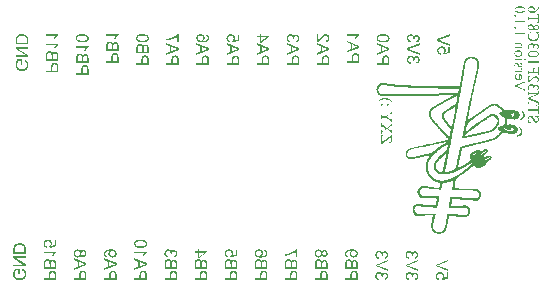
<source format=gbo>
8ebc24da6004435dabba0e82d969f979G04 Layer: TopLayer*
G04 EasyEDA v6.5.9, 2022-08-01 21:18:00*
G04 ac5e******************************************aa,10*
G04 Gerber Generator version 0.2*
G04 Scale: 100 percent, Rotated: No, Reflected: No *
G04 Dimensions in millimeters *
G04 leading zeros omitted , absolute positions ,4 integer and 5 decimal *
G04*
G04 #@! TF.GenerationSoftware,Altium Limited,Altium Designer,20.2.6 (244)*
G04*
G04 Layer_Color=32896*
%FSLAX25Y25*%
%MOIN*%
G70*
G04*
G04 #@! TF.SameCoordinates,E92D7ACF-12C1-4AFD-9B23-B2C13CE480F4*
G04*
G04*
G04 #@! TF.FilePolarity,Positive*
G04*
G01*
G75*
G36*
X495336Y329000D02*
X495401Y328998D01*
X495463Y328997D01*
X495524Y328994D01*
X495582Y328990D01*
X495639Y328986D01*
X495694Y328980D01*
X495747Y328974D01*
X495799Y328966D01*
X495850Y328957D01*
X495899Y328947D01*
X495947Y328936D01*
X495995Y328924D01*
X496041Y328910D01*
X496087Y328895D01*
X496132Y328879D01*
X496176Y328861D01*
X496221Y328842D01*
X496265Y328821D01*
X496309Y328798D01*
X496352Y328774D01*
X496396Y328749D01*
X496441Y328721D01*
X496485Y328692D01*
X496530Y328661D01*
X496576Y328628D01*
X496622Y328593D01*
X496669Y328556D01*
X496717Y328518D01*
X496767Y328477D01*
X496817Y328434D01*
X496869Y328389D01*
X496914Y328349D01*
X496959Y328308D01*
X497002Y328268D01*
X497044Y328228D01*
X497085Y328187D01*
X497125Y328147D01*
X497163Y328107D01*
X497201Y328067D01*
X497237Y328027D01*
X497272Y327987D01*
X497306Y327946D01*
X497338Y327906D01*
X497370Y327865D01*
X497400Y327824D01*
X497429Y327783D01*
X497458Y327742D01*
X497484Y327701D01*
X497510Y327659D01*
X497535Y327617D01*
X497559Y327574D01*
X497581Y327532D01*
X497603Y327488D01*
X497623Y327445D01*
X497642Y327401D01*
X497660Y327357D01*
X497677Y327312D01*
X497693Y327266D01*
X497708Y327220D01*
X497722Y327174D01*
X497735Y327127D01*
X497747Y327079D01*
X497757Y327031D01*
X497767Y326982D01*
X497776Y326932D01*
X497783Y326882D01*
X497790Y326831D01*
X497795Y326779D01*
X497800Y326726D01*
X497803Y326673D01*
X497806Y326618D01*
X497807Y326563D01*
X497808Y326507D01*
X497807Y326450D01*
X497806Y326392D01*
X497803Y326333D01*
X497800Y326273D01*
X497795Y326212D01*
X497790Y326150D01*
X497784Y326087D01*
X497776Y326023D01*
X497768Y325958D01*
X497759Y325891D01*
X497749Y325824D01*
X497738Y325755D01*
X497726Y325685D01*
X497713Y325613D01*
X497699Y325541D01*
X497685Y325467D01*
X497669Y325392D01*
X497653Y325315D01*
X497635Y325237D01*
X497617Y325158D01*
X497598Y325077D01*
X497559Y324918D01*
X497518Y324748D01*
X497473Y324560D01*
X497425Y324355D01*
X497373Y324135D01*
X497320Y323902D01*
X497264Y323658D01*
X497206Y323405D01*
X497148Y323146D01*
X497089Y322881D01*
X497029Y322613D01*
X496969Y322344D01*
X496910Y322076D01*
X496852Y321810D01*
X496796Y321550D01*
X496742Y321296D01*
X496557Y320432D01*
X496362Y319517D01*
X496137Y318471D01*
X495918Y317452D01*
X495736Y316605D01*
X495491Y315473D01*
X495288Y314529D01*
X495101Y313658D01*
X494930Y312858D01*
X494774Y312126D01*
X494633Y311460D01*
X494515Y310898D01*
X494409Y310390D01*
X494315Y309934D01*
X494232Y309527D01*
X494160Y309168D01*
X494099Y308856D01*
X494048Y308588D01*
X494004Y308347D01*
X493971Y308154D01*
X493949Y308005D01*
X493937Y307900D01*
X493935Y307833D01*
X493940Y307811D01*
X494026Y307828D01*
X494207Y307936D01*
X494457Y308116D01*
X494751Y308352D01*
X494793Y308387D01*
X494843Y308427D01*
X494901Y308472D01*
X494966Y308522D01*
X495038Y308577D01*
X495117Y308636D01*
X495202Y308699D01*
X495294Y308767D01*
X495391Y308839D01*
X495495Y308914D01*
X495603Y308993D01*
X495718Y309075D01*
X495837Y309160D01*
X495961Y309249D01*
X496089Y309341D01*
X496222Y309435D01*
X496358Y309531D01*
X496499Y309630D01*
X496643Y309732D01*
X496790Y309835D01*
X496940Y309940D01*
X497093Y310046D01*
X497248Y310154D01*
X497406Y310263D01*
X497565Y310374D01*
X497726Y310485D01*
X497889Y310597D01*
X498053Y310709D01*
X498218Y310822D01*
X498383Y310935D01*
X498549Y311048D01*
X498836Y311242D01*
X499069Y311400D01*
X499292Y311549D01*
X499504Y311692D01*
X499707Y311827D01*
X499901Y311955D01*
X500085Y312076D01*
X500261Y312190D01*
X500428Y312298D01*
X500587Y312400D01*
X500738Y312495D01*
X500881Y312584D01*
X501017Y312667D01*
X501146Y312744D01*
X501268Y312816D01*
X501384Y312882D01*
X501494Y312943D01*
X501598Y312999D01*
X501696Y313050D01*
X501790Y313097D01*
X501878Y313138D01*
X501962Y313176D01*
X502041Y313209D01*
X502116Y313238D01*
X502188Y313263D01*
X502257Y313285D01*
X502322Y313302D01*
X502384Y313317D01*
X502444Y313328D01*
X502502Y313336D01*
X502558Y313342D01*
X502612Y313344D01*
X502639Y313345D01*
X502722Y313343D01*
X502804Y313340D01*
X502886Y313334D01*
X502968Y313325D01*
X503049Y313314D01*
X503130Y313300D01*
X503212Y313284D01*
X503293Y313264D01*
X503374Y313243D01*
X503455Y313218D01*
X503537Y313191D01*
X503619Y313161D01*
X503701Y313127D01*
X503784Y313091D01*
X503867Y313053D01*
X503951Y313011D01*
X504036Y312966D01*
X504121Y312918D01*
X504207Y312866D01*
X504294Y312812D01*
X504383Y312755D01*
X504472Y312694D01*
X504563Y312630D01*
X504654Y312562D01*
X504747Y312491D01*
X504842Y312417D01*
X504938Y312340D01*
X505035Y312259D01*
X505134Y312174D01*
X505235Y312086D01*
X505338Y311994D01*
X505443Y311899D01*
X506330Y311081D01*
X508410Y311073D01*
X508671Y311072D01*
X508833Y311071D01*
X508985Y311069D01*
X509129Y311068D01*
X509263Y311065D01*
X509389Y311063D01*
X509507Y311059D01*
X509617Y311055D01*
X509720Y311050D01*
X509816Y311045D01*
X509905Y311038D01*
X509988Y311031D01*
X510065Y311022D01*
X510137Y311013D01*
X510203Y311002D01*
X510265Y310991D01*
X510322Y310977D01*
X510374Y310963D01*
X510424Y310947D01*
X510469Y310929D01*
X510512Y310910D01*
X510552Y310890D01*
X510590Y310867D01*
X510626Y310843D01*
X510660Y310817D01*
X510693Y310789D01*
X510725Y310759D01*
X510757Y310727D01*
X510788Y310693D01*
X510836Y310637D01*
X510869Y310598D01*
X510912Y310541D01*
X510953Y310481D01*
X510992Y310419D01*
X511027Y310355D01*
X511060Y310290D01*
X511090Y310222D01*
X511117Y310153D01*
X511141Y310083D01*
X511163Y310011D01*
X511182Y309939D01*
X511198Y309866D01*
X511211Y309793D01*
X511221Y309719D01*
X511229Y309645D01*
X511234Y309571D01*
X511236Y309497D01*
X511235Y309424D01*
X511232Y309352D01*
X511226Y309280D01*
X511216Y309210D01*
X511205Y309141D01*
X511190Y309073D01*
X511172Y309007D01*
X511152Y308943D01*
X511129Y308881D01*
X511103Y308822D01*
X511074Y308764D01*
X511043Y308710D01*
X511008Y308658D01*
X510971Y308610D01*
X510931Y308564D01*
X510888Y308522D01*
X510838Y308478D01*
X510785Y308437D01*
X510729Y308397D01*
X510672Y308360D01*
X510613Y308324D01*
X510551Y308291D01*
X510487Y308260D01*
X510421Y308231D01*
X510353Y308204D01*
X510283Y308179D01*
X510211Y308156D01*
X510137Y308136D01*
X510061Y308118D01*
X509983Y308101D01*
X509903Y308087D01*
X509821Y308075D01*
X509737Y308065D01*
X509651Y308057D01*
X509563Y308052D01*
X509474Y308048D01*
X509383Y308047D01*
X509290Y308048D01*
X509195Y308051D01*
X509098Y308056D01*
X509000Y308063D01*
X508900Y308073D01*
X508799Y308084D01*
X508695Y308098D01*
X508591Y308114D01*
X508484Y308133D01*
X508376Y308153D01*
X508267Y308175D01*
X508160Y308198D01*
X508057Y308219D01*
X507956Y308239D01*
X507859Y308258D01*
X507767Y308275D01*
X507679Y308291D01*
X507596Y308305D01*
X507519Y308317D01*
X507449Y308328D01*
X507386Y308336D01*
X507330Y308343D01*
X507282Y308348D01*
X507243Y308351D01*
X507213Y308351D01*
X507193Y308349D01*
X507183Y308345D01*
X507172Y308313D01*
X507157Y308245D01*
X507137Y308143D01*
X507115Y308013D01*
X507091Y307858D01*
X507065Y307683D01*
X507039Y307492D01*
X507013Y307290D01*
X506885Y306290D01*
X507582Y306371D01*
X507636Y306377D01*
X507690Y306382D01*
X507744Y306387D01*
X507797Y306391D01*
X507850Y306394D01*
X507903Y306396D01*
X507956Y306398D01*
X508008Y306399D01*
X508061Y306400D01*
X508112Y306399D01*
X508164Y306399D01*
X508215Y306397D01*
X508266Y306395D01*
X508316Y306392D01*
X508366Y306389D01*
X508416Y306385D01*
X508466Y306380D01*
X508515Y306375D01*
X508564Y306369D01*
X508612Y306363D01*
X508660Y306356D01*
X508707Y306348D01*
X508754Y306340D01*
X508801Y306331D01*
X508848Y306322D01*
X508894Y306312D01*
X508939Y306302D01*
X508984Y306291D01*
X509029Y306279D01*
X509073Y306267D01*
X509117Y306255D01*
X509160Y306242D01*
X509203Y306228D01*
X509246Y306214D01*
X509288Y306200D01*
X509329Y306185D01*
X509370Y306170D01*
X509410Y306154D01*
X509450Y306137D01*
X509490Y306121D01*
X509529Y306103D01*
X509567Y306086D01*
X509605Y306067D01*
X509642Y306049D01*
X509679Y306030D01*
X509716Y306011D01*
X509751Y305991D01*
X509786Y305971D01*
X509821Y305950D01*
X509855Y305929D01*
X509888Y305908D01*
X509921Y305886D01*
X509953Y305864D01*
X509985Y305841D01*
X510016Y305819D01*
X510047Y305795D01*
X510076Y305772D01*
X510106Y305748D01*
X510134Y305724D01*
X510162Y305699D01*
X510189Y305675D01*
X510216Y305650D01*
X510242Y305624D01*
X510267Y305599D01*
X510292Y305573D01*
X510316Y305546D01*
X510339Y305520D01*
X510361Y305493D01*
X510383Y305466D01*
X510404Y305439D01*
X510425Y305412D01*
X510445Y305384D01*
X510464Y305356D01*
X510482Y305328D01*
X510499Y305299D01*
X510516Y305271D01*
X510532Y305242D01*
X510547Y305213D01*
X510562Y305184D01*
X510576Y305154D01*
X510589Y305125D01*
X510601Y305095D01*
X510612Y305065D01*
X510623Y305035D01*
X510632Y305005D01*
X510641Y304975D01*
X510649Y304944D01*
X510657Y304914D01*
X510663Y304883D01*
X510669Y304852D01*
X510674Y304821D01*
X510677Y304791D01*
X510681Y304760D01*
X510683Y304728D01*
X510684Y304697D01*
X510685Y304666D01*
X510684Y304634D01*
X510683Y304603D01*
X510681Y304572D01*
X510677Y304540D01*
X510673Y304509D01*
X510668Y304477D01*
X510663Y304445D01*
X510656Y304414D01*
X510648Y304382D01*
X510639Y304351D01*
X510630Y304319D01*
X510619Y304287D01*
X510607Y304256D01*
X510595Y304224D01*
X510581Y304193D01*
X510567Y304161D01*
X510551Y304130D01*
X510535Y304098D01*
X510517Y304067D01*
X510499Y304036D01*
X510479Y304005D01*
X510458Y303974D01*
X510437Y303943D01*
X510414Y303912D01*
X510390Y303881D01*
X510366Y303850D01*
X510340Y303819D01*
X510313Y303789D01*
X510285Y303759D01*
X510256Y303729D01*
X510226Y303698D01*
X510195Y303669D01*
X510141Y303621D01*
X510082Y303577D01*
X510020Y303535D01*
X509953Y303496D01*
X509882Y303459D01*
X509807Y303426D01*
X509728Y303395D01*
X509645Y303366D01*
X509559Y303341D01*
X509469Y303319D01*
X509375Y303299D01*
X509277Y303282D01*
X509176Y303267D01*
X509072Y303256D01*
X508965Y303247D01*
X508854Y303241D01*
X508740Y303238D01*
X508624Y303237D01*
X508504Y303240D01*
X508381Y303245D01*
X508256Y303253D01*
X508128Y303263D01*
X507997Y303277D01*
X507864Y303293D01*
X507728Y303313D01*
X507590Y303335D01*
X507449Y303359D01*
X507306Y303387D01*
X507162Y303417D01*
X507015Y303451D01*
X506866Y303487D01*
X506715Y303526D01*
X505650Y303809D01*
X504425Y302566D01*
X504239Y302376D01*
X504124Y302260D01*
X504068Y302204D01*
X504014Y302151D01*
X503961Y302099D01*
X503909Y302048D01*
X503857Y302000D01*
X503805Y301952D01*
X503754Y301906D01*
X503703Y301862D01*
X503651Y301818D01*
X503599Y301776D01*
X503546Y301735D01*
X503493Y301694D01*
X503438Y301655D01*
X503382Y301617D01*
X503325Y301579D01*
X503266Y301542D01*
X503205Y301506D01*
X503142Y301470D01*
X503077Y301435D01*
X503009Y301400D01*
X502938Y301366D01*
X502865Y301331D01*
X502788Y301297D01*
X502708Y301263D01*
X502625Y301230D01*
X502538Y301196D01*
X502447Y301162D01*
X502352Y301127D01*
X502253Y301093D01*
X502149Y301058D01*
X502040Y301023D01*
X501927Y300987D01*
X501808Y300951D01*
X501684Y300914D01*
X501554Y300876D01*
X501419Y300838D01*
X501278Y300799D01*
X501130Y300758D01*
X500977Y300717D01*
X500816Y300675D01*
X500649Y300631D01*
X500475Y300587D01*
X500294Y300541D01*
X500105Y300493D01*
X499909Y300444D01*
X499705Y300394D01*
X499493Y300342D01*
X499272Y300288D01*
X499044Y300233D01*
X498807Y300175D01*
X498561Y300116D01*
X498306Y300055D01*
X498041Y299992D01*
X497768Y299927D01*
X497191Y299789D01*
X496200Y299553D01*
X495949Y299493D01*
X495701Y299433D01*
X495409Y299361D01*
X495123Y299289D01*
X494844Y299219D01*
X494574Y299150D01*
X494312Y299082D01*
X494061Y299016D01*
X493820Y298951D01*
X493592Y298889D01*
X493376Y298829D01*
X493173Y298772D01*
X492985Y298717D01*
X492813Y298666D01*
X492656Y298618D01*
X492517Y298574D01*
X492396Y298534D01*
X492294Y298497D01*
X492212Y298466D01*
X492150Y298438D01*
X492115Y298419D01*
X492099Y298407D01*
X492076Y298370D01*
X492046Y298301D01*
X492012Y298202D01*
X491972Y298075D01*
X491929Y297922D01*
X491881Y297746D01*
X491829Y297548D01*
X491775Y297332D01*
X491717Y297098D01*
X491658Y296849D01*
X491597Y296588D01*
X491535Y296316D01*
X491472Y296035D01*
X491408Y295749D01*
X491345Y295458D01*
X491282Y295165D01*
X491221Y294873D01*
X491160Y294583D01*
X491102Y294297D01*
X491046Y294018D01*
X490994Y293748D01*
X490944Y293489D01*
X490898Y293243D01*
X490857Y293013D01*
X490820Y292799D01*
X490788Y292606D01*
X490762Y292435D01*
X490742Y292287D01*
X490729Y292165D01*
X490723Y292072D01*
X490724Y292009D01*
X490733Y291979D01*
X490799Y291964D01*
X490925Y291996D01*
X491119Y292079D01*
X491389Y292217D01*
X491741Y292414D01*
X492182Y292674D01*
X492721Y293000D01*
X493363Y293397D01*
X493505Y293486D01*
X493640Y293571D01*
X493768Y293653D01*
X493829Y293693D01*
X493889Y293732D01*
X493947Y293770D01*
X494003Y293808D01*
X494058Y293845D01*
X494110Y293881D01*
X494162Y293916D01*
X494211Y293951D01*
X494259Y293984D01*
X494305Y294018D01*
X494350Y294050D01*
X494393Y294082D01*
X494435Y294113D01*
X494474Y294144D01*
X494513Y294174D01*
X494549Y294203D01*
X494585Y294231D01*
X494618Y294259D01*
X494650Y294287D01*
X494681Y294314D01*
X494709Y294340D01*
X494737Y294366D01*
X494763Y294391D01*
X494787Y294415D01*
X494810Y294440D01*
X494832Y294463D01*
X494852Y294486D01*
X494870Y294509D01*
X494887Y294531D01*
X494903Y294553D01*
X494917Y294574D01*
X494930Y294595D01*
X494942Y294615D01*
X494952Y294635D01*
X494960Y294654D01*
X494968Y294673D01*
X494973Y294692D01*
X494978Y294710D01*
X494981Y294728D01*
X494983Y294746D01*
X494983Y294763D01*
X494983Y294780D01*
X494981Y294796D01*
X494977Y294813D01*
X494973Y294829D01*
X494967Y294844D01*
X494959Y294860D01*
X494951Y294875D01*
X494941Y294889D01*
X494931Y294904D01*
X494918Y294918D01*
X494890Y294947D01*
X494858Y294974D01*
X494820Y295001D01*
X494800Y295014D01*
X494743Y295063D01*
X494696Y295133D01*
X494659Y295221D01*
X494631Y295323D01*
X494612Y295439D01*
X494603Y295563D01*
X494602Y295695D01*
X494609Y295830D01*
X494625Y295967D01*
X494649Y296103D01*
X494681Y296234D01*
X494720Y296358D01*
X494767Y296473D01*
X494821Y296576D01*
X494881Y296663D01*
X494948Y296732D01*
X495006Y296781D01*
X495064Y296828D01*
X495123Y296875D01*
X495182Y296920D01*
X495241Y296965D01*
X495301Y297008D01*
X495360Y297051D01*
X495420Y297093D01*
X495480Y297133D01*
X495540Y297173D01*
X495600Y297212D01*
X495661Y297249D01*
X495721Y297286D01*
X495782Y297321D01*
X495842Y297356D01*
X495902Y297389D01*
X495962Y297421D01*
X496023Y297452D01*
X496083Y297482D01*
X496142Y297512D01*
X496202Y297539D01*
X496262Y297566D01*
X496321Y297592D01*
X496380Y297617D01*
X496438Y297640D01*
X496496Y297663D01*
X496554Y297684D01*
X496612Y297704D01*
X496669Y297723D01*
X496726Y297741D01*
X496782Y297757D01*
X496837Y297772D01*
X496892Y297786D01*
X496947Y297799D01*
X497001Y297811D01*
X497054Y297822D01*
X497107Y297831D01*
X497158Y297839D01*
X497210Y297846D01*
X497260Y297852D01*
X497309Y297856D01*
X497358Y297859D01*
X497406Y297861D01*
X497453Y297862D01*
X497500Y297861D01*
X497545Y297859D01*
X497589Y297855D01*
X497633Y297851D01*
X497675Y297845D01*
X497716Y297837D01*
X497756Y297829D01*
X497795Y297819D01*
X497833Y297808D01*
X497870Y297795D01*
X497906Y297781D01*
X497940Y297765D01*
X497973Y297748D01*
X498005Y297730D01*
X498035Y297711D01*
X498065Y297690D01*
X498092Y297667D01*
X498119Y297643D01*
X498144Y297618D01*
X498206Y297547D01*
X498243Y297508D01*
X498280Y297477D01*
X498316Y297453D01*
X498352Y297437D01*
X498390Y297428D01*
X498429Y297426D01*
X498472Y297433D01*
X498518Y297447D01*
X498568Y297470D01*
X498623Y297501D01*
X498684Y297541D01*
X498751Y297590D01*
X498826Y297647D01*
X498908Y297714D01*
X498999Y297790D01*
X499059Y297839D01*
X499118Y297886D01*
X499176Y297930D01*
X499233Y297971D01*
X499290Y298009D01*
X499345Y298045D01*
X499400Y298079D01*
X499454Y298109D01*
X499507Y298137D01*
X499559Y298162D01*
X499611Y298185D01*
X499661Y298205D01*
X499711Y298222D01*
X499760Y298237D01*
X499808Y298249D01*
X499856Y298258D01*
X499902Y298265D01*
X499948Y298269D01*
X499993Y298270D01*
X500037Y298269D01*
X500081Y298265D01*
X500123Y298258D01*
X500165Y298249D01*
X500206Y298237D01*
X500247Y298222D01*
X500286Y298205D01*
X500325Y298185D01*
X500363Y298163D01*
X500400Y298137D01*
X500436Y298109D01*
X500472Y298079D01*
X500507Y298046D01*
X500549Y298003D01*
X500586Y297960D01*
X500620Y297918D01*
X500650Y297876D01*
X500676Y297834D01*
X500698Y297792D01*
X500715Y297750D01*
X500729Y297708D01*
X500738Y297666D01*
X500743Y297623D01*
X500743Y297580D01*
X500739Y297536D01*
X500730Y297491D01*
X500717Y297445D01*
X500699Y297398D01*
X500677Y297350D01*
X500649Y297300D01*
X500617Y297249D01*
X500580Y297196D01*
X500538Y297142D01*
X500491Y297086D01*
X500439Y297028D01*
X500381Y296968D01*
X500319Y296905D01*
X500251Y296840D01*
X500178Y296773D01*
X500099Y296703D01*
X500015Y296631D01*
X499925Y296555D01*
X499830Y296477D01*
X499729Y296396D01*
X499622Y296311D01*
X499551Y296254D01*
X499488Y296201D01*
X499432Y296151D01*
X499383Y296103D01*
X499342Y296058D01*
X499307Y296015D01*
X499279Y295975D01*
X499258Y295936D01*
X499243Y295899D01*
X499235Y295864D01*
X499233Y295829D01*
X499238Y295796D01*
X499249Y295764D01*
X499266Y295732D01*
X499288Y295700D01*
X499317Y295669D01*
X499385Y295615D01*
X499465Y295581D01*
X499560Y295567D01*
X499673Y295573D01*
X499806Y295601D01*
X499962Y295649D01*
X500146Y295719D01*
X500359Y295811D01*
X500443Y295848D01*
X500525Y295881D01*
X500604Y295912D01*
X500681Y295938D01*
X500757Y295962D01*
X500829Y295982D01*
X500900Y296000D01*
X500968Y296013D01*
X501033Y296024D01*
X501097Y296031D01*
X501158Y296035D01*
X501217Y296036D01*
X501273Y296033D01*
X501327Y296027D01*
X501379Y296018D01*
X501428Y296006D01*
X501475Y295990D01*
X501520Y295971D01*
X501562Y295949D01*
X501602Y295924D01*
X501640Y295895D01*
X501675Y295863D01*
X501708Y295828D01*
X501738Y295790D01*
X501766Y295748D01*
X501792Y295703D01*
X501815Y295655D01*
X501836Y295603D01*
X501854Y295549D01*
X501870Y295491D01*
X501884Y295430D01*
X501895Y295365D01*
X501900Y295310D01*
X501899Y295257D01*
X501891Y295203D01*
X501876Y295151D01*
X501854Y295098D01*
X501825Y295045D01*
X501788Y294992D01*
X501743Y294938D01*
X501689Y294882D01*
X501628Y294826D01*
X501557Y294768D01*
X501478Y294708D01*
X501390Y294646D01*
X501292Y294581D01*
X501184Y294514D01*
X501014Y294413D01*
X500963Y294382D01*
X500914Y294351D01*
X500866Y294319D01*
X500819Y294288D01*
X500773Y294256D01*
X500729Y294225D01*
X500686Y294194D01*
X500645Y294162D01*
X500605Y294131D01*
X500566Y294099D01*
X500529Y294068D01*
X500493Y294037D01*
X500459Y294005D01*
X500426Y293974D01*
X500395Y293943D01*
X500365Y293913D01*
X500337Y293882D01*
X500310Y293851D01*
X500285Y293821D01*
X500262Y293791D01*
X500240Y293761D01*
X500220Y293731D01*
X500201Y293702D01*
X500184Y293673D01*
X500169Y293644D01*
X500156Y293616D01*
X500144Y293588D01*
X500134Y293560D01*
X500126Y293533D01*
X500119Y293506D01*
X500114Y293479D01*
X500102Y293422D01*
X500080Y293361D01*
X500049Y293298D01*
X500009Y293232D01*
X499962Y293165D01*
X499907Y293096D01*
X499846Y293026D01*
X499778Y292955D01*
X499704Y292883D01*
X499624Y292811D01*
X499540Y292738D01*
X499451Y292666D01*
X499357Y292595D01*
X499260Y292524D01*
X499160Y292454D01*
X499057Y292386D01*
X498953Y292320D01*
X498846Y292255D01*
X498738Y292194D01*
X498629Y292134D01*
X498520Y292078D01*
X498411Y292025D01*
X498303Y291976D01*
X498195Y291930D01*
X498089Y291889D01*
X497986Y291852D01*
X497885Y291821D01*
X497786Y291794D01*
X497691Y291772D01*
X497601Y291757D01*
X497514Y291747D01*
X497432Y291744D01*
X497347Y291745D01*
X497267Y291750D01*
X497190Y291759D01*
X497118Y291771D01*
X497049Y291786D01*
X496984Y291806D01*
X496922Y291829D01*
X496863Y291857D01*
X496806Y291888D01*
X496753Y291924D01*
X496701Y291965D01*
X496651Y292010D01*
X496603Y292060D01*
X496556Y292115D01*
X496511Y292174D01*
X496466Y292239D01*
X496432Y292290D01*
X496398Y292339D01*
X496363Y292386D01*
X496329Y292432D01*
X496294Y292475D01*
X496261Y292516D01*
X496228Y292554D01*
X496195Y292589D01*
X496164Y292621D01*
X496135Y292650D01*
X496107Y292675D01*
X496081Y292696D01*
X496057Y292712D01*
X496036Y292725D01*
X496017Y292732D01*
X496001Y292735D01*
X495947Y292712D01*
X495846Y292647D01*
X495704Y292545D01*
X495527Y292409D01*
X495322Y292246D01*
X495092Y292058D01*
X494845Y291850D01*
X494587Y291628D01*
X494520Y291570D01*
X494449Y291510D01*
X494375Y291447D01*
X494298Y291384D01*
X494219Y291318D01*
X494137Y291251D01*
X494052Y291183D01*
X493965Y291113D01*
X493877Y291043D01*
X493786Y290971D01*
X493694Y290899D01*
X493601Y290826D01*
X493506Y290753D01*
X493410Y290679D01*
X493313Y290605D01*
X493215Y290531D01*
X493117Y290457D01*
X493019Y290383D01*
X492920Y290309D01*
X492821Y290236D01*
X492723Y290164D01*
X492625Y290092D01*
X492527Y290021D01*
X492431Y289952D01*
X492335Y289883D01*
X492240Y289816D01*
X492147Y289750D01*
X492055Y289686D01*
X491965Y289623D01*
X491876Y289563D01*
X491790Y289504D01*
X491706Y289448D01*
X490098Y288375D01*
X489793Y286839D01*
X489777Y286760D01*
X489762Y286682D01*
X489747Y286604D01*
X489733Y286527D01*
X489719Y286452D01*
X489706Y286377D01*
X489693Y286303D01*
X489681Y286231D01*
X489670Y286160D01*
X489658Y286090D01*
X489648Y286023D01*
X489638Y285956D01*
X489628Y285892D01*
X489620Y285829D01*
X489611Y285769D01*
X489604Y285711D01*
X489597Y285655D01*
X489591Y285601D01*
X489585Y285549D01*
X489580Y285501D01*
X489576Y285455D01*
X489572Y285411D01*
X489569Y285371D01*
X489567Y285333D01*
X489566Y285299D01*
X489565Y285268D01*
X489566Y285240D01*
X489567Y285216D01*
X489569Y285195D01*
X489571Y285178D01*
X489574Y285164D01*
X489579Y285155D01*
X489674Y285125D01*
X489912Y285097D01*
X490276Y285072D01*
X490751Y285050D01*
X491320Y285032D01*
X491969Y285018D01*
X492681Y285009D01*
X493439Y285006D01*
X497208D01*
X497788Y284427D01*
X497826Y284388D01*
X497863Y284348D01*
X497898Y284308D01*
X497933Y284268D01*
X497966Y284227D01*
X497998Y284186D01*
X498029Y284144D01*
X498059Y284102D01*
X498087Y284060D01*
X498114Y284017D01*
X498140Y283974D01*
X498165Y283930D01*
X498188Y283887D01*
X498210Y283843D01*
X498231Y283798D01*
X498251Y283754D01*
X498270Y283709D01*
X498287Y283664D01*
X498303Y283619D01*
X498318Y283573D01*
X498331Y283528D01*
X498344Y283482D01*
X498355Y283436D01*
X498365Y283390D01*
X498374Y283343D01*
X498381Y283297D01*
X498388Y283250D01*
X498393Y283204D01*
X498396Y283157D01*
X498399Y283110D01*
X498400Y283064D01*
X498401Y283017D01*
X498400Y282970D01*
X498397Y282923D01*
X498394Y282877D01*
X498389Y282830D01*
X498383Y282783D01*
X498376Y282737D01*
X498368Y282690D01*
X498358Y282644D01*
X498347Y282597D01*
X498335Y282551D01*
X498322Y282505D01*
X498307Y282459D01*
X498292Y282413D01*
X498275Y282368D01*
X498257Y282322D01*
X498237Y282277D01*
X498217Y282232D01*
X498195Y282188D01*
X498172Y282143D01*
X498147Y282099D01*
X498122Y282055D01*
X498095Y282012D01*
X498067Y281968D01*
X498038Y281925D01*
X498008Y281883D01*
X497976Y281840D01*
X497943Y281799D01*
X497909Y281757D01*
X497874Y281716D01*
X497838Y281676D01*
X497800Y281635D01*
X497761Y281596D01*
X497156Y280990D01*
X494838Y281128D01*
X494593Y281142D01*
X494336Y281159D01*
X494071Y281176D01*
X493798Y281195D01*
X493520Y281214D01*
X493240Y281235D01*
X492958Y281256D01*
X492678Y281277D01*
X492402Y281299D01*
X492131Y281320D01*
X491868Y281342D01*
X491614Y281364D01*
X491373Y281384D01*
X491145Y281405D01*
X490933Y281425D01*
X490649Y281453D01*
X490558Y281461D01*
X490468Y281469D01*
X490379Y281477D01*
X490292Y281484D01*
X490205Y281490D01*
X490121Y281496D01*
X490037Y281502D01*
X489955Y281507D01*
X489875Y281511D01*
X489797Y281516D01*
X489721Y281519D01*
X489647Y281522D01*
X489576Y281524D01*
X489507Y281526D01*
X489440Y281528D01*
X489376Y281529D01*
X489315Y281529D01*
X489256Y281529D01*
X489201Y281528D01*
X489148Y281527D01*
X489099Y281525D01*
X489054Y281523D01*
X489011Y281520D01*
X488973Y281517D01*
X488938Y281513D01*
X488907Y281509D01*
X488880Y281504D01*
X488858Y281498D01*
X488839Y281492D01*
X488825Y281486D01*
X488815Y281479D01*
X488783Y281426D01*
X488749Y281333D01*
X488712Y281203D01*
X488674Y281043D01*
X488636Y280857D01*
X488600Y280650D01*
X488567Y280429D01*
X488537Y280198D01*
X488404Y279061D01*
X489273Y279061D01*
X489370Y279062D01*
X489481Y279065D01*
X489605Y279071D01*
X489741Y279079D01*
X489886Y279088D01*
X490040Y279100D01*
X490202Y279113D01*
X490370Y279128D01*
X490544Y279144D01*
X490721Y279162D01*
X490900Y279181D01*
X491080Y279201D01*
X491260Y279222D01*
X491439Y279244D01*
X491615Y279267D01*
X491787Y279290D01*
X491994Y279319D01*
X492184Y279345D01*
X492302Y279360D01*
X492412Y279374D01*
X492516Y279386D01*
X492614Y279397D01*
X492706Y279407D01*
X492792Y279415D01*
X492873Y279421D01*
X492949Y279426D01*
X493020Y279429D01*
X493087Y279431D01*
X493150Y279431D01*
X493210Y279429D01*
X493266Y279426D01*
X493319Y279421D01*
X493369Y279414D01*
X493417Y279406D01*
X493463Y279395D01*
X493507Y279383D01*
X493549Y279369D01*
X493591Y279353D01*
X493632Y279336D01*
X493672Y279316D01*
X493712Y279294D01*
X493752Y279271D01*
X493793Y279245D01*
X493835Y279218D01*
X493899Y279173D01*
X493967Y279123D01*
X494033Y279072D01*
X494095Y279019D01*
X494154Y278965D01*
X494211Y278908D01*
X494264Y278850D01*
X494314Y278790D01*
X494362Y278728D01*
X494406Y278665D01*
X494448Y278600D01*
X494487Y278534D01*
X494523Y278467D01*
X494556Y278399D01*
X494587Y278329D01*
X494614Y278259D01*
X494639Y278188D01*
X494661Y278116D01*
X494681Y278043D01*
X494698Y277970D01*
X494712Y277896D01*
X494724Y277821D01*
X494733Y277747D01*
X494739Y277672D01*
X494743Y277597D01*
X494744Y277521D01*
X494743Y277446D01*
X494739Y277371D01*
X494733Y277296D01*
X494725Y277222D01*
X494714Y277148D01*
X494701Y277074D01*
X494685Y277000D01*
X494667Y276928D01*
X494647Y276856D01*
X494624Y276785D01*
X494600Y276715D01*
X494572Y276646D01*
X494543Y276577D01*
X494512Y276511D01*
X494478Y276445D01*
X494442Y276381D01*
X494405Y276318D01*
X494365Y276256D01*
X494322Y276197D01*
X494278Y276139D01*
X494232Y276083D01*
X494184Y276028D01*
X494134Y275976D01*
X494082Y275926D01*
X494028Y275878D01*
X493972Y275832D01*
X493914Y275788D01*
X493855Y275747D01*
X493793Y275709D01*
X493730Y275673D01*
X493665Y275640D01*
X493598Y275609D01*
X493529Y275582D01*
X493459Y275557D01*
X493387Y275535D01*
X493313Y275517D01*
X493238Y275502D01*
X493161Y275490D01*
X493083Y275481D01*
X493003Y275476D01*
X492941Y275476D01*
X492858Y275477D01*
X492754Y275482D01*
X492631Y275488D01*
X492490Y275497D01*
X492334Y275507D01*
X492162Y275520D01*
X491976Y275534D01*
X491779Y275550D01*
X491572Y275568D01*
X491355Y275587D01*
X491130Y275607D01*
X490900Y275629D01*
X490665Y275652D01*
X490426Y275676D01*
X490066Y275713D01*
X489889Y275730D01*
X489715Y275747D01*
X489545Y275763D01*
X489379Y275778D01*
X489219Y275792D01*
X489064Y275804D01*
X488915Y275816D01*
X488772Y275827D01*
X488593Y275839D01*
X488428Y275849D01*
X488278Y275857D01*
X488177Y275862D01*
X488085Y275865D01*
X488003Y275867D01*
X487931Y275867D01*
X487872Y275866D01*
X487823Y275863D01*
X487788Y275859D01*
X487765Y275854D01*
X487757Y275850D01*
X487730Y275787D01*
X487689Y275644D01*
X487637Y275429D01*
X487575Y275153D01*
X487505Y274823D01*
X487430Y274450D01*
X487350Y274043D01*
X487269Y273610D01*
X487248Y273499D01*
X487227Y273389D01*
X487206Y273279D01*
X487184Y273169D01*
X487161Y273060D01*
X487139Y272953D01*
X487115Y272846D01*
X487092Y272740D01*
X487057Y272584D01*
X487021Y272432D01*
X486985Y272285D01*
X486950Y272142D01*
X486914Y272004D01*
X486879Y271872D01*
X486844Y271747D01*
X486810Y271629D01*
X486776Y271518D01*
X486743Y271416D01*
X486722Y271353D01*
X486702Y271293D01*
X486681Y271238D01*
X486662Y271187D01*
X486643Y271141D01*
X486625Y271100D01*
X486607Y271063D01*
X486590Y271032D01*
X486575Y271006D01*
X486535Y270948D01*
X486494Y270892D01*
X486451Y270838D01*
X486406Y270785D01*
X486360Y270734D01*
X486311Y270684D01*
X486261Y270636D01*
X486209Y270590D01*
X486156Y270545D01*
X486101Y270502D01*
X486045Y270460D01*
X485987Y270420D01*
X485928Y270382D01*
X485868Y270345D01*
X485807Y270310D01*
X485744Y270277D01*
X485680Y270245D01*
X485615Y270215D01*
X485549Y270186D01*
X485483Y270160D01*
X485415Y270134D01*
X485347Y270111D01*
X485277Y270089D01*
X485208Y270069D01*
X485137Y270051D01*
X485066Y270034D01*
X484994Y270019D01*
X484922Y270005D01*
X484849Y269994D01*
X484776Y269984D01*
X484702Y269975D01*
X484629Y269969D01*
X484555Y269964D01*
X484481Y269961D01*
X484407Y269959D01*
X484333Y269959D01*
X484259Y269962D01*
X484185Y269965D01*
X484111Y269971D01*
X484037Y269978D01*
X483964Y269987D01*
X483891Y269998D01*
X483818Y270010D01*
X483745Y270024D01*
X483674Y270040D01*
X483602Y270058D01*
X483532Y270078D01*
X483461Y270099D01*
X483392Y270122D01*
X483323Y270147D01*
X483255Y270174D01*
X483188Y270202D01*
X483122Y270233D01*
X483057Y270265D01*
X482993Y270299D01*
X482930Y270335D01*
X482868Y270372D01*
X482808Y270411D01*
X482749Y270453D01*
X482691Y270496D01*
X482634Y270540D01*
X482579Y270587D01*
X482525Y270636D01*
X482473Y270686D01*
X482437Y270723D01*
X482402Y270761D01*
X482367Y270798D01*
X482334Y270837D01*
X482302Y270876D01*
X482270Y270915D01*
X482240Y270954D01*
X482210Y270995D01*
X482182Y271036D01*
X482155Y271077D01*
X482128Y271119D01*
X482103Y271161D01*
X482078Y271204D01*
X482055Y271248D01*
X482032Y271292D01*
X482011Y271338D01*
X481990Y271383D01*
X481971Y271429D01*
X481952Y271477D01*
X481934Y271524D01*
X481918Y271573D01*
X481902Y271622D01*
X481887Y271672D01*
X481873Y271723D01*
X481860Y271774D01*
X481848Y271827D01*
X481838Y271880D01*
X481827Y271934D01*
X481818Y271989D01*
X481810Y272045D01*
X481803Y272101D01*
X481797Y272159D01*
X481792Y272217D01*
X481787Y272277D01*
X481784Y272337D01*
X481781Y272399D01*
X481780Y272461D01*
X481779Y272525D01*
X481780Y272589D01*
X481781Y272655D01*
X481783Y272721D01*
X481786Y272789D01*
X481790Y272857D01*
X481796Y272927D01*
X481802Y272998D01*
X481808Y273070D01*
X481816Y273143D01*
X481825Y273218D01*
X481834Y273293D01*
X481845Y273370D01*
X481856Y273448D01*
X481869Y273527D01*
X481882Y273608D01*
X481896Y273690D01*
X481911Y273773D01*
X481927Y273857D01*
X481944Y273943D01*
X481962Y274030D01*
X481981Y274118D01*
X482000Y274208D01*
X482021Y274299D01*
X482042Y274392D01*
X482064Y274485D01*
X482088Y274581D01*
X482472Y276145D01*
X476697Y275929D01*
X476137Y276489D01*
X476096Y276530D01*
X476057Y276571D01*
X476020Y276611D01*
X475985Y276650D01*
X475951Y276689D01*
X475920Y276727D01*
X475890Y276765D01*
X475861Y276803D01*
X475835Y276841D01*
X475809Y276879D01*
X475786Y276917D01*
X475764Y276956D01*
X475743Y276994D01*
X475724Y277033D01*
X475706Y277073D01*
X475690Y277113D01*
X475675Y277154D01*
X475661Y277196D01*
X475648Y277239D01*
X475637Y277283D01*
X475626Y277327D01*
X475617Y277374D01*
X475609Y277421D01*
X475602Y277470D01*
X475596Y277521D01*
X475591Y277573D01*
X475586Y277628D01*
X475583Y277684D01*
X475580Y277742D01*
X475578Y277802D01*
X475577Y277864D01*
X475577Y277929D01*
X475578Y277998D01*
X475581Y278066D01*
X475585Y278133D01*
X475590Y278199D01*
X475598Y278263D01*
X475606Y278327D01*
X475617Y278390D01*
X475629Y278452D01*
X475643Y278512D01*
X475658Y278572D01*
X475674Y278630D01*
X475692Y278687D01*
X475712Y278743D01*
X475733Y278798D01*
X475756Y278852D01*
X475779Y278904D01*
X475805Y278956D01*
X475832Y279006D01*
X475860Y279055D01*
X475889Y279103D01*
X475920Y279149D01*
X475952Y279194D01*
X475986Y279238D01*
X476021Y279281D01*
X476057Y279323D01*
X476094Y279363D01*
X476133Y279402D01*
X476173Y279439D01*
X476214Y279476D01*
X476257Y279511D01*
X476300Y279544D01*
X476345Y279577D01*
X476391Y279608D01*
X476438Y279637D01*
X476486Y279665D01*
X476536Y279692D01*
X476586Y279717D01*
X476638Y279742D01*
X476691Y279764D01*
X476745Y279785D01*
X476799Y279805D01*
X476855Y279823D01*
X476912Y279840D01*
X476970Y279855D01*
X477029Y279869D01*
X477089Y279882D01*
X477150Y279893D01*
X477212Y279902D01*
X477275Y279910D01*
X477338Y279916D01*
X477403Y279921D01*
X477468Y279924D01*
X477535Y279926D01*
X477602Y279926D01*
X477670Y279924D01*
X477739Y279921D01*
X477808Y279917D01*
X477879Y279910D01*
X477950Y279902D01*
X478022Y279893D01*
X478095Y279881D01*
X478169Y279869D01*
X478243Y279854D01*
X478318Y279838D01*
X478403Y279820D01*
X478507Y279802D01*
X478628Y279783D01*
X478766Y279763D01*
X478919Y279743D01*
X479084Y279722D01*
X479262Y279702D01*
X479449Y279682D01*
X479646Y279661D01*
X479850Y279642D01*
X480060Y279622D01*
X480274Y279604D01*
X480492Y279586D01*
X480711Y279569D01*
X480930Y279553D01*
X481148Y279538D01*
X483252Y279404D01*
X483391Y280174D01*
X483422Y280337D01*
X483454Y280507D01*
X483487Y280677D01*
X483520Y280844D01*
X483553Y281002D01*
X483583Y281146D01*
X483611Y281272D01*
X483623Y281326D01*
X483634Y281374D01*
X483651Y281448D01*
X483661Y281514D01*
X483660Y281571D01*
X483644Y281621D01*
X483611Y281663D01*
X483557Y281699D01*
X483477Y281730D01*
X483369Y281756D01*
X483228Y281778D01*
X483051Y281796D01*
X482834Y281811D01*
X482574Y281824D01*
X482267Y281836D01*
X481909Y281847D01*
X481497Y281858D01*
X481028Y281869D01*
X478318Y281934D01*
X477740Y282581D01*
X477702Y282625D01*
X477665Y282668D01*
X477630Y282712D01*
X477595Y282755D01*
X477562Y282798D01*
X477530Y282842D01*
X477500Y282885D01*
X477471Y282928D01*
X477443Y282972D01*
X477416Y283015D01*
X477390Y283059D01*
X477366Y283102D01*
X477343Y283145D01*
X477321Y283189D01*
X477301Y283232D01*
X477282Y283275D01*
X477263Y283318D01*
X477247Y283362D01*
X477231Y283405D01*
X477217Y283448D01*
X477204Y283491D01*
X477192Y283535D01*
X477182Y283578D01*
X477173Y283621D01*
X477165Y283664D01*
X477158Y283707D01*
X477153Y283751D01*
X477149Y283794D01*
X477146Y283837D01*
X477144Y283880D01*
X477144Y283923D01*
X477145Y283966D01*
X477147Y284009D01*
X477150Y284052D01*
X477155Y284095D01*
X477161Y284137D01*
X477168Y284180D01*
X477176Y284223D01*
X477186Y284266D01*
X477197Y284309D01*
X477209Y284351D01*
X477223Y284394D01*
X477237Y284437D01*
X477253Y284479D01*
X477270Y284522D01*
X477289Y284564D01*
X477309Y284607D01*
X477330Y284649D01*
X477352Y284692D01*
X477375Y284734D01*
X477400Y284777D01*
X477426Y284819D01*
X477453Y284861D01*
X477482Y284904D01*
X477512Y284946D01*
X477543Y284988D01*
X477575Y285030D01*
X477609Y285072D01*
X477643Y285114D01*
X477679Y285156D01*
X477717Y285198D01*
X477755Y285240D01*
X477795Y285281D01*
X477836Y285323D01*
X477906Y285392D01*
X477978Y285458D01*
X478050Y285523D01*
X478121Y285585D01*
X478193Y285644D01*
X478263Y285699D01*
X478332Y285751D01*
X478400Y285799D01*
X478464Y285842D01*
X478526Y285881D01*
X478584Y285915D01*
X478639Y285944D01*
X478689Y285966D01*
X478734Y285983D01*
X478774Y285993D01*
X478807Y285997D01*
X478850Y285995D01*
X478914Y285989D01*
X479000Y285979D01*
X479106Y285965D01*
X479230Y285949D01*
X479371Y285929D01*
X479527Y285906D01*
X479699Y285880D01*
X479883Y285852D01*
X480078Y285822D01*
X480284Y285789D01*
X480500Y285754D01*
X480722Y285718D01*
X480951Y285680D01*
X481185Y285641D01*
X481494Y285588D01*
X482024Y285498D01*
X482320Y285448D01*
X482539Y285411D01*
X482741Y285378D01*
X482884Y285355D01*
X483018Y285334D01*
X483144Y285316D01*
X483263Y285299D01*
X483374Y285284D01*
X483478Y285272D01*
X483576Y285261D01*
X483667Y285253D01*
X483751Y285247D01*
X483830Y285243D01*
X483903Y285241D01*
X483970Y285242D01*
X484033Y285244D01*
X484090Y285249D01*
X484143Y285257D01*
X484192Y285267D01*
X484236Y285279D01*
X484277Y285294D01*
X484314Y285311D01*
X484348Y285331D01*
X484379Y285353D01*
X484408Y285378D01*
X484434Y285405D01*
X484458Y285435D01*
X484480Y285468D01*
X484500Y285504D01*
X484519Y285542D01*
X484542Y285597D01*
X484565Y285657D01*
X484592Y285740D01*
X484689Y286062D01*
X484739Y286228D01*
X484761Y286303D01*
X484782Y286372D01*
X484799Y286436D01*
X484815Y286495D01*
X484829Y286550D01*
X484839Y286600D01*
X484848Y286646D01*
X484853Y286688D01*
X484856Y286726D01*
X484856Y286761D01*
X484852Y286793D01*
X484846Y286822D01*
X484836Y286847D01*
X484824Y286871D01*
X484807Y286892D01*
X484787Y286911D01*
X484764Y286928D01*
X484736Y286944D01*
X484705Y286959D01*
X484670Y286972D01*
X484630Y286984D01*
X484587Y286996D01*
X484539Y287008D01*
X484487Y287019D01*
X484430Y287030D01*
X484368Y287042D01*
X484155Y287082D01*
X484067Y287099D01*
X483981Y287117D01*
X483895Y287137D01*
X483811Y287158D01*
X483728Y287180D01*
X483646Y287203D01*
X483565Y287228D01*
X483485Y287254D01*
X483405Y287282D01*
X483326Y287311D01*
X483248Y287342D01*
X483170Y287374D01*
X483092Y287408D01*
X483015Y287444D01*
X482939Y287481D01*
X482863Y287520D01*
X482786Y287561D01*
X482710Y287603D01*
X482634Y287648D01*
X482558Y287694D01*
X482481Y287742D01*
X482405Y287792D01*
X482328Y287844D01*
X482251Y287898D01*
X482173Y287955D01*
X482095Y288013D01*
X482017Y288073D01*
X481937Y288136D01*
X481857Y288201D01*
X481777Y288268D01*
X481695Y288338D01*
X481612Y288409D01*
X481567Y288449D01*
X481523Y288490D01*
X481479Y288531D01*
X481436Y288572D01*
X481393Y288614D01*
X481351Y288656D01*
X481310Y288699D01*
X481269Y288742D01*
X481229Y288786D01*
X481190Y288830D01*
X481151Y288874D01*
X481113Y288919D01*
X481075Y288965D01*
X481038Y289010D01*
X481002Y289057D01*
X480966Y289103D01*
X480931Y289150D01*
X480897Y289198D01*
X480863Y289246D01*
X480829Y289294D01*
X480797Y289343D01*
X480765Y289392D01*
X480733Y289442D01*
X480703Y289492D01*
X480673Y289543D01*
X480643Y289594D01*
X480614Y289646D01*
X480586Y289698D01*
X480558Y289750D01*
X480531Y289803D01*
X480505Y289856D01*
X480479Y289910D01*
X480454Y289964D01*
X480430Y290018D01*
X480406Y290073D01*
X480382Y290129D01*
X480360Y290185D01*
X480338Y290241D01*
X480316Y290298D01*
X480296Y290355D01*
X480275Y290413D01*
X480256Y290471D01*
X480237Y290529D01*
X480219Y290588D01*
X480201Y290647D01*
X480184Y290707D01*
X480168Y290768D01*
X480152Y290828D01*
X480137Y290889D01*
X480122Y290951D01*
X480108Y291013D01*
X480095Y291075D01*
X480083Y291138D01*
X480071Y291201D01*
X480059Y291265D01*
X480048Y291329D01*
X480038Y291394D01*
X480029Y291459D01*
X480020Y291524D01*
X480012Y291590D01*
X480004Y291656D01*
X479997Y291723D01*
X479991Y291790D01*
X479985Y291858D01*
X479980Y291920D01*
X479976Y291983D01*
X479972Y292044D01*
X479969Y292105D01*
X479966Y292166D01*
X479964Y292226D01*
X479962Y292286D01*
X479961Y292345D01*
X479961Y292404D01*
X479961Y292462D01*
X479962Y292521D01*
X479963Y292578D01*
X479964Y292636D01*
X479967Y292693D01*
X479970Y292750D01*
X479973Y292806D01*
X479977Y292862D01*
X479982Y292918D01*
X479987Y292973D01*
X479992Y293028D01*
X479999Y293083D01*
X480006Y293138D01*
X480013Y293192D01*
X480021Y293247D01*
X480030Y293301D01*
X480039Y293354D01*
X480049Y293408D01*
X480059Y293461D01*
X480070Y293514D01*
X480082Y293567D01*
X480094Y293620D01*
X480107Y293673D01*
X480121Y293726D01*
X480135Y293778D01*
X480149Y293831D01*
X480165Y293883D01*
X480181Y293935D01*
X480197Y293987D01*
X480215Y294040D01*
X480233Y294092D01*
X480251Y294144D01*
X480270Y294196D01*
X480290Y294248D01*
X480311Y294300D01*
X480332Y294352D01*
X480354Y294404D01*
X480376Y294456D01*
X480399Y294508D01*
X480423Y294561D01*
X480447Y294613D01*
X480473Y294665D01*
X480498Y294718D01*
X480525Y294771D01*
X480552Y294823D01*
X480580Y294876D01*
X480608Y294929D01*
X480638Y294982D01*
X480667Y295036D01*
X480698Y295089D01*
X480729Y295143D01*
X480761Y295197D01*
X480794Y295251D01*
X480827Y295306D01*
X480908Y295436D01*
X480953Y295510D01*
X480995Y295581D01*
X481033Y295649D01*
X481069Y295714D01*
X481101Y295775D01*
X481130Y295832D01*
X481155Y295885D01*
X481176Y295933D01*
X481193Y295976D01*
X481207Y296014D01*
X481215Y296045D01*
X481219Y296070D01*
X481219Y296088D01*
X481214Y296100D01*
X481203Y296104D01*
X481123Y296091D01*
X480941Y296056D01*
X480670Y296000D01*
X480321Y295926D01*
X479906Y295836D01*
X479435Y295733D01*
X478922Y295620D01*
X478377Y295498D01*
X478137Y295444D01*
X477906Y295393D01*
X477684Y295345D01*
X477471Y295299D01*
X477266Y295255D01*
X477070Y295214D01*
X476881Y295175D01*
X476701Y295139D01*
X476528Y295106D01*
X476416Y295085D01*
X476308Y295065D01*
X476204Y295046D01*
X476102Y295028D01*
X476003Y295012D01*
X475908Y294996D01*
X475815Y294982D01*
X475725Y294969D01*
X475637Y294956D01*
X475553Y294945D01*
X475471Y294935D01*
X475392Y294927D01*
X475315Y294919D01*
X475241Y294912D01*
X475169Y294906D01*
X475100Y294902D01*
X475032Y294898D01*
X474967Y294896D01*
X474904Y294894D01*
X474843Y294894D01*
X474785Y294895D01*
X474728Y294897D01*
X474673Y294900D01*
X474619Y294904D01*
X474568Y294909D01*
X474518Y294915D01*
X474470Y294922D01*
X474424Y294931D01*
X474379Y294940D01*
X474335Y294951D01*
X474293Y294962D01*
X474252Y294975D01*
X474213Y294988D01*
X474174Y295003D01*
X474137Y295019D01*
X474101Y295035D01*
X474065Y295053D01*
X474014Y295082D01*
X473965Y295113D01*
X473918Y295147D01*
X473872Y295183D01*
X473827Y295221D01*
X473783Y295261D01*
X473740Y295304D01*
X473697Y295350D01*
X473655Y295397D01*
X473596Y295468D01*
X473542Y295541D01*
X473491Y295616D01*
X473444Y295691D01*
X473401Y295768D01*
X473363Y295845D01*
X473328Y295924D01*
X473297Y296003D01*
X473270Y296083D01*
X473247Y296163D01*
X473229Y296244D01*
X473214Y296326D01*
X473203Y296407D01*
X473196Y296489D01*
X473193Y296571D01*
X473194Y296653D01*
X473199Y296734D01*
X473208Y296815D01*
X473220Y296896D01*
X473237Y296976D01*
X473258Y297056D01*
X473282Y297135D01*
X473311Y297213D01*
X473343Y297290D01*
X473380Y297366D01*
X473420Y297441D01*
X473464Y297515D01*
X473513Y297587D01*
X473564Y297658D01*
X473621Y297727D01*
X473680Y297795D01*
X473744Y297861D01*
X473796Y297912D01*
X473846Y297959D01*
X473897Y298005D01*
X473950Y298049D01*
X474006Y298091D01*
X474066Y298132D01*
X474134Y298173D01*
X474209Y298213D01*
X474295Y298254D01*
X474391Y298295D01*
X474500Y298337D01*
X474624Y298380D01*
X474763Y298426D01*
X474920Y298473D01*
X475096Y298523D01*
X475293Y298577D01*
X475511Y298633D01*
X475754Y298694D01*
X476021Y298759D01*
X476316Y298829D01*
X476639Y298903D01*
X476992Y298984D01*
X477376Y299070D01*
X477794Y299163D01*
X478246Y299262D01*
X478734Y299369D01*
X479261Y299483D01*
X479826Y299606D01*
X480433Y299737D01*
X481082Y299876D01*
X481775Y300025D01*
X482694Y300223D01*
X483127Y300316D01*
X483536Y300405D01*
X483920Y300489D01*
X484280Y300568D01*
X484617Y300643D01*
X484932Y300713D01*
X485167Y300766D01*
X485389Y300817D01*
X485598Y300866D01*
X485793Y300912D01*
X485976Y300955D01*
X486147Y300997D01*
X486305Y301036D01*
X486452Y301073D01*
X486587Y301109D01*
X486711Y301142D01*
X486825Y301173D01*
X486928Y301203D01*
X487020Y301232D01*
X487103Y301258D01*
X487177Y301284D01*
X487256Y301313D01*
X487322Y301341D01*
X487374Y301367D01*
X487414Y301391D01*
X487443Y301414D01*
X487460Y301435D01*
X487467Y301455D01*
X487467Y301459D01*
X487438Y301523D01*
X487353Y301644D01*
X487220Y301815D01*
X487043Y302028D01*
X486829Y302278D01*
X486583Y302556D01*
X486312Y302857D01*
X486022Y303172D01*
X485666Y303555D01*
X485325Y303921D01*
X485053Y304214D01*
X484792Y304497D01*
X484541Y304769D01*
X484301Y305031D01*
X484116Y305233D01*
X483937Y305429D01*
X483764Y305619D01*
X483598Y305803D01*
X483437Y305982D01*
X483283Y306154D01*
X483135Y306322D01*
X482992Y306484D01*
X482855Y306640D01*
X482724Y306792D01*
X482598Y306939D01*
X482478Y307081D01*
X482362Y307219D01*
X482253Y307352D01*
X482174Y307449D01*
X482097Y307543D01*
X482024Y307636D01*
X481954Y307726D01*
X481886Y307814D01*
X481821Y307899D01*
X481758Y307983D01*
X481699Y308065D01*
X481641Y308145D01*
X481587Y308223D01*
X481534Y308299D01*
X481485Y308373D01*
X481437Y308446D01*
X481392Y308517D01*
X481350Y308587D01*
X481310Y308655D01*
X481272Y308721D01*
X481236Y308787D01*
X481203Y308851D01*
X481171Y308913D01*
X481142Y308975D01*
X481115Y309035D01*
X481089Y309095D01*
X481066Y309153D01*
X481045Y309210D01*
X481026Y309267D01*
X481003Y309341D01*
X480983Y309414D01*
X480967Y309485D01*
X480954Y309556D01*
X480943Y309626D01*
X480936Y309695D01*
X480931Y309763D01*
X480929Y309831D01*
X480930Y309899D01*
X480933Y309966D01*
X480938Y310034D01*
X480946Y310101D01*
X480957Y310169D01*
X480969Y310238D01*
X480987Y310324D01*
X481008Y310412D01*
X481032Y310501D01*
X481059Y310592D01*
X481094Y310703D01*
X481139Y310838D01*
X481146Y310858D01*
X481178Y310947D01*
X481214Y311033D01*
X481253Y311118D01*
X481296Y311202D01*
X481345Y311285D01*
X481398Y311368D01*
X481457Y311450D01*
X481523Y311533D01*
X481596Y311616D01*
X481676Y311701D01*
X481764Y311787D01*
X481861Y311875D01*
X481967Y311966D01*
X482083Y312059D01*
X482208Y312155D01*
X482345Y312255D01*
X482492Y312358D01*
X482652Y312466D01*
X482824Y312578D01*
X483009Y312695D01*
X483208Y312818D01*
X483420Y312947D01*
X483647Y313081D01*
X483889Y313222D01*
X484147Y313371D01*
X484421Y313526D01*
X484711Y313689D01*
X485019Y313861D01*
X485345Y314041D01*
X485689Y314229D01*
X486052Y314427D01*
X486580Y314714D01*
X486793Y314830D01*
X487002Y314945D01*
X487205Y315056D01*
X487402Y315165D01*
X487592Y315271D01*
X487774Y315372D01*
X487948Y315470D01*
X488114Y315564D01*
X488270Y315653D01*
X488416Y315737D01*
X488552Y315815D01*
X488677Y315888D01*
X488790Y315955D01*
X488891Y316016D01*
X488979Y316070D01*
X489053Y316116D01*
X489114Y316156D01*
X489160Y316187D01*
X489190Y316211D01*
X489205Y316226D01*
X489205Y316231D01*
X489122Y316239D01*
X488908Y316240D01*
X488577Y316233D01*
X488144Y316220D01*
X487624Y316201D01*
X487030Y316176D01*
X486377Y316145D01*
X485680Y316110D01*
X485492Y316100D01*
X485285Y316090D01*
X485059Y316080D01*
X484816Y316070D01*
X484557Y316060D01*
X484281Y316050D01*
X483991Y316039D01*
X483686Y316028D01*
X483367Y316018D01*
X483036Y316007D01*
X482692Y315996D01*
X482337Y315985D01*
X481971Y315974D01*
X481595Y315964D01*
X481210Y315953D01*
X480817Y315942D01*
X480416Y315931D01*
X480008Y315921D01*
X479594Y315910D01*
X479174Y315900D01*
X478750Y315890D01*
X478322Y315880D01*
X477891Y315870D01*
X477457Y315860D01*
X477022Y315851D01*
X476585Y315842D01*
X476149Y315833D01*
X475713Y315825D01*
X475278Y315816D01*
X474846Y315809D01*
X474416Y315801D01*
X473312Y315783D01*
X472381Y315769D01*
X471606Y315757D01*
X470965Y315749D01*
X470403Y315742D01*
X469910Y315737D01*
X469445Y315734D01*
X469040Y315732D01*
X468657Y315731D01*
X468296Y315731D01*
X467982Y315733D01*
X467686Y315736D01*
X467406Y315740D01*
X467142Y315746D01*
X466893Y315753D01*
X466658Y315761D01*
X466438Y315771D01*
X466232Y315782D01*
X466039Y315795D01*
X465858Y315810D01*
X465704Y315825D01*
X465545Y315843D01*
X465398Y315863D01*
X465261Y315884D01*
X465133Y315908D01*
X465015Y315933D01*
X464906Y315961D01*
X464805Y315990D01*
X464712Y316022D01*
X464626Y316056D01*
X464546Y316092D01*
X464466Y316134D01*
X464393Y316179D01*
X464326Y316227D01*
X464258Y316282D01*
X464196Y316340D01*
X464133Y316407D01*
X464071Y316484D01*
X464003Y316577D01*
X463921Y316701D01*
X463870Y316783D01*
X463837Y316840D01*
X463805Y316898D01*
X463775Y316955D01*
X463747Y317014D01*
X463720Y317072D01*
X463695Y317131D01*
X463672Y317191D01*
X463651Y317250D01*
X463631Y317310D01*
X463613Y317370D01*
X463596Y317431D01*
X463582Y317491D01*
X463569Y317552D01*
X463557Y317613D01*
X463548Y317674D01*
X463540Y317735D01*
X463533Y317795D01*
X463528Y317856D01*
X463525Y317917D01*
X463523Y317978D01*
X463523Y318039D01*
X463525Y318099D01*
X463528Y318160D01*
X463532Y318220D01*
X463538Y318280D01*
X463546Y318339D01*
X463555Y318399D01*
X463566Y318458D01*
X463578Y318516D01*
X463592Y318574D01*
X463607Y318632D01*
X463624Y318689D01*
X463642Y318746D01*
X463661Y318802D01*
X463683Y318858D01*
X463705Y318913D01*
X463729Y318968D01*
X463754Y319022D01*
X463781Y319075D01*
X463809Y319127D01*
X463839Y319179D01*
X463870Y319230D01*
X463902Y319280D01*
X463935Y319329D01*
X463970Y319377D01*
X464007Y319424D01*
X464044Y319471D01*
X464083Y319516D01*
X464123Y319561D01*
X464165Y319604D01*
X464208Y319646D01*
X464252Y319687D01*
X464297Y319727D01*
X464344Y319766D01*
X464392Y319804D01*
X464441Y319840D01*
X464491Y319876D01*
X464543Y319909D01*
X464596Y319942D01*
X464650Y319973D01*
X464705Y320003D01*
X464761Y320031D01*
X464819Y320058D01*
X464878Y320083D01*
X464926Y320103D01*
X464974Y320121D01*
X465020Y320138D01*
X465067Y320154D01*
X465112Y320169D01*
X465158Y320183D01*
X465203Y320195D01*
X465248Y320206D01*
X465293Y320216D01*
X465338Y320224D01*
X465384Y320232D01*
X465430Y320238D01*
X465477Y320243D01*
X465525Y320247D01*
X465574Y320249D01*
X465623Y320250D01*
X465674Y320250D01*
X465727Y320249D01*
X465781Y320247D01*
X465836Y320243D01*
X465894Y320239D01*
X465953Y320233D01*
X466015Y320226D01*
X466079Y320217D01*
X466146Y320208D01*
X466214Y320197D01*
X466286Y320185D01*
X466361Y320172D01*
X466438Y320158D01*
X466519Y320142D01*
X466603Y320126D01*
X466768Y320092D01*
X466849Y320076D01*
X466931Y320061D01*
X467016Y320045D01*
X467104Y320030D01*
X467193Y320015D01*
X467285Y320000D01*
X467380Y319985D01*
X467477Y319970D01*
X467577Y319955D01*
X467678Y319941D01*
X467783Y319926D01*
X467890Y319912D01*
X467999Y319898D01*
X468112Y319884D01*
X468226Y319870D01*
X468344Y319856D01*
X468464Y319842D01*
X468586Y319829D01*
X468712Y319815D01*
X468840Y319801D01*
X468971Y319788D01*
X469104Y319775D01*
X469241Y319762D01*
X469380Y319749D01*
X469522Y319736D01*
X469667Y319723D01*
X469815Y319710D01*
X469966Y319697D01*
X470119Y319685D01*
X470276Y319672D01*
X470435Y319660D01*
X470598Y319647D01*
X470764Y319635D01*
X470932Y319623D01*
X471104Y319611D01*
X471279Y319599D01*
X471457Y319587D01*
X471638Y319575D01*
X471823Y319563D01*
X472010Y319551D01*
X472201Y319539D01*
X472395Y319528D01*
X472592Y319516D01*
X472793Y319504D01*
X472997Y319493D01*
X473204Y319482D01*
X473415Y319470D01*
X473629Y319459D01*
X473846Y319448D01*
X474067Y319436D01*
X474291Y319425D01*
X474519Y319414D01*
X474750Y319403D01*
X474985Y319392D01*
X475224Y319381D01*
X475466Y319370D01*
X475711Y319359D01*
X475960Y319348D01*
X476213Y319337D01*
X476470Y319326D01*
X476730Y319315D01*
X476994Y319304D01*
X477378Y319289D01*
X477676Y319278D01*
X477982Y319267D01*
X478296Y319256D01*
X478617Y319245D01*
X479012Y319233D01*
X479416Y319221D01*
X479827Y319210D01*
X480244Y319199D01*
X480668Y319189D01*
X481097Y319179D01*
X481529Y319170D01*
X481963Y319161D01*
X482400Y319152D01*
X482836Y319144D01*
X483273Y319137D01*
X483708Y319130D01*
X484141Y319124D01*
X484571Y319118D01*
X484996Y319112D01*
X485415Y319108D01*
X485828Y319104D01*
X486234Y319100D01*
X486631Y319097D01*
X487019Y319095D01*
X487396Y319093D01*
X487761Y319092D01*
X488115Y319091D01*
X488454Y319091D01*
X488779Y319092D01*
X489089Y319093D01*
X489381Y319095D01*
X489657Y319098D01*
X489913Y319101D01*
X490150Y319105D01*
X490367Y319110D01*
X490561Y319115D01*
X490733Y319121D01*
X490882Y319128D01*
X491005Y319136D01*
X491089Y319142D01*
X491154Y319150D01*
X491200Y319158D01*
X491226Y319166D01*
X491233Y319173D01*
X491239Y319221D01*
X491256Y319327D01*
X491284Y319485D01*
X491320Y319687D01*
X491364Y319927D01*
X491415Y320198D01*
X491471Y320494D01*
X491546Y320891D01*
X491580Y321072D01*
X491617Y321273D01*
X491657Y321490D01*
X491699Y321723D01*
X491743Y321968D01*
X491788Y322225D01*
X491834Y322490D01*
X491882Y322762D01*
X491929Y323039D01*
X491978Y323319D01*
X492025Y323599D01*
X492072Y323878D01*
X492119Y324153D01*
X492163Y324423D01*
X492206Y324686D01*
X492238Y324877D01*
X492259Y325003D01*
X492281Y325129D01*
X492303Y325255D01*
X492325Y325379D01*
X492348Y325503D01*
X492372Y325626D01*
X492396Y325748D01*
X492420Y325868D01*
X492444Y325987D01*
X492468Y326104D01*
X492493Y326218D01*
X492517Y326331D01*
X492542Y326441D01*
X492567Y326549D01*
X492591Y326653D01*
X492616Y326755D01*
X492640Y326854D01*
X492664Y326949D01*
X492688Y327041D01*
X492711Y327129D01*
X492735Y327213D01*
X492758Y327293D01*
X492780Y327368D01*
X492802Y327439D01*
X492824Y327505D01*
X492844Y327567D01*
X492865Y327623D01*
X492884Y327674D01*
X492903Y327720D01*
X492921Y327760D01*
X492939Y327794D01*
X492947Y327809D01*
X492991Y327880D01*
X493037Y327949D01*
X493085Y328016D01*
X493135Y328081D01*
X493187Y328144D01*
X493241Y328205D01*
X493297Y328263D01*
X493355Y328320D01*
X493415Y328374D01*
X493477Y328427D01*
X493540Y328477D01*
X493606Y328524D01*
X493673Y328570D01*
X493743Y328613D01*
X493814Y328655D01*
X493886Y328694D01*
X493961Y328730D01*
X494037Y328765D01*
X494115Y328797D01*
X494194Y328826D01*
X494276Y328854D01*
X494358Y328879D01*
X494443Y328902D01*
X494529Y328922D01*
X494616Y328940D01*
X494705Y328956D01*
X494796Y328970D01*
X494887Y328980D01*
X494981Y328989D01*
X495076Y328995D01*
X495172Y328999D01*
X495269Y329000D01*
X495336Y329000D01*
D02*
G37*
G36*
X512151Y310882D02*
X512173Y310876D01*
X512196Y310865D01*
X512221Y310850D01*
X512249Y310829D01*
X512278Y310804D01*
X512310Y310773D01*
X512343Y310737D01*
X512378Y310697D01*
X512415Y310651D01*
X512454Y310600D01*
X512494Y310544D01*
X512536Y310483D01*
X512579Y310416D01*
X512624Y310345D01*
X512673Y310262D01*
X512719Y310182D01*
X512762Y310105D01*
X512802Y310031D01*
X512837Y309958D01*
X512870Y309888D01*
X512899Y309821D01*
X512924Y309755D01*
X512946Y309690D01*
X512964Y309628D01*
X512979Y309567D01*
X512991Y309508D01*
X512998Y309449D01*
X513002Y309392D01*
X513003Y309336D01*
X513000Y309280D01*
X512993Y309225D01*
X512983Y309171D01*
X512969Y309117D01*
X512952Y309063D01*
X512931Y309009D01*
X512906Y308955D01*
X512877Y308900D01*
X512845Y308845D01*
X512809Y308790D01*
X512769Y308734D01*
X512726Y308677D01*
X512679Y308619D01*
X512628Y308560D01*
X512573Y308500D01*
X512514Y308438D01*
X512452Y308375D01*
X512392Y308316D01*
X512329Y308259D01*
X512266Y308203D01*
X512203Y308150D01*
X512139Y308099D01*
X512075Y308052D01*
X512013Y308007D01*
X511951Y307966D01*
X511892Y307928D01*
X511834Y307895D01*
X511779Y307866D01*
X511728Y307841D01*
X511679Y307822D01*
X511635Y307807D01*
X511595Y307799D01*
X511560Y307796D01*
X511479Y307799D01*
X511411Y307809D01*
X511355Y307825D01*
X511312Y307846D01*
X511282Y307873D01*
X511265Y307905D01*
X511260Y307941D01*
X511267Y307981D01*
X511286Y308025D01*
X511317Y308071D01*
X511360Y308121D01*
X511415Y308172D01*
X511482Y308226D01*
X511559Y308281D01*
X511648Y308336D01*
X511806Y308425D01*
X511861Y308460D01*
X511913Y308496D01*
X511962Y308534D01*
X512009Y308574D01*
X512053Y308616D01*
X512094Y308659D01*
X512133Y308704D01*
X512170Y308751D01*
X512203Y308800D01*
X512234Y308850D01*
X512262Y308901D01*
X512287Y308954D01*
X512310Y309009D01*
X512330Y309065D01*
X512347Y309122D01*
X512361Y309180D01*
X512372Y309240D01*
X512381Y309301D01*
X512387Y309363D01*
X512390Y309426D01*
X512391Y309491D01*
X512388Y309556D01*
X512383Y309623D01*
X512374Y309690D01*
X512363Y309758D01*
X512349Y309827D01*
X512332Y309897D01*
X512312Y309968D01*
X512289Y310039D01*
X512263Y310111D01*
X512235Y310184D01*
X512203Y310261D01*
X512176Y310334D01*
X512152Y310402D01*
X512131Y310467D01*
X512113Y310526D01*
X512099Y310581D01*
X512087Y310632D01*
X512079Y310678D01*
X512074Y310719D01*
X512072Y310756D01*
X512073Y310788D01*
X512076Y310816D01*
X512082Y310839D01*
X512091Y310857D01*
X512103Y310871D01*
X512116Y310879D01*
X512133Y310883D01*
X512151Y310882D01*
D02*
G37*
G36*
X511604Y305120D02*
X511656Y305069D01*
X511704Y305017D01*
X511751Y304963D01*
X511794Y304909D01*
X511835Y304853D01*
X511874Y304797D01*
X511910Y304740D01*
X511943Y304682D01*
X511974Y304623D01*
X512002Y304564D01*
X512027Y304504D01*
X512050Y304443D01*
X512070Y304382D01*
X512087Y304320D01*
X512102Y304258D01*
X512114Y304196D01*
X512123Y304133D01*
X512129Y304070D01*
X512133Y304007D01*
X512134Y303943D01*
X512133Y303880D01*
X512128Y303816D01*
X512121Y303753D01*
X512111Y303689D01*
X512099Y303626D01*
X512083Y303562D01*
X512065Y303499D01*
X512044Y303436D01*
X512020Y303374D01*
X511994Y303311D01*
X511964Y303250D01*
X511932Y303188D01*
X511901Y303133D01*
X511871Y303079D01*
X511841Y303027D01*
X511812Y302977D01*
X511784Y302929D01*
X511757Y302884D01*
X511731Y302842D01*
X511707Y302803D01*
X511684Y302768D01*
X511663Y302737D01*
X511645Y302709D01*
X511628Y302686D01*
X511614Y302668D01*
X511602Y302654D01*
X511593Y302646D01*
X511587Y302643D01*
X511519Y302629D01*
X511367Y302589D01*
X511153Y302531D01*
X510900Y302459D01*
X510822Y302437D01*
X510750Y302419D01*
X510683Y302404D01*
X510622Y302392D01*
X510565Y302382D01*
X510514Y302375D01*
X510467Y302372D01*
X510426Y302371D01*
X510390Y302372D01*
X510359Y302376D01*
X510334Y302383D01*
X510313Y302393D01*
X510298Y302404D01*
X510288Y302418D01*
X510283Y302435D01*
X510283Y302454D01*
X510288Y302475D01*
X510298Y302498D01*
X510313Y302524D01*
X510333Y302551D01*
X510359Y302581D01*
X510390Y302613D01*
X510425Y302646D01*
X510466Y302681D01*
X510511Y302719D01*
X510562Y302758D01*
X510618Y302798D01*
X510678Y302841D01*
X510744Y302885D01*
X510815Y302930D01*
X510891Y302977D01*
X510972Y303026D01*
X511029Y303060D01*
X511084Y303093D01*
X511135Y303124D01*
X511183Y303155D01*
X511228Y303185D01*
X511270Y303213D01*
X511310Y303242D01*
X511347Y303269D01*
X511381Y303296D01*
X511412Y303323D01*
X511441Y303349D01*
X511468Y303376D01*
X511492Y303403D01*
X511513Y303429D01*
X511533Y303456D01*
X511550Y303484D01*
X511566Y303512D01*
X511579Y303541D01*
X511590Y303570D01*
X511600Y303601D01*
X511608Y303632D01*
X511614Y303665D01*
X511618Y303699D01*
X511621Y303735D01*
X511622Y303772D01*
X511622Y303811D01*
X511621Y303851D01*
X511618Y303894D01*
X511614Y303938D01*
X511609Y303985D01*
X511603Y304034D01*
X511596Y304086D01*
X511587Y304153D01*
X511575Y304222D01*
X511563Y304293D01*
X511549Y304365D01*
X511535Y304437D01*
X511519Y304510D01*
X511503Y304582D01*
X511487Y304653D01*
X511470Y304722D01*
X511453Y304790D01*
X511435Y304854D01*
X511418Y304916D01*
X511400Y304974D01*
X511383Y305028D01*
X511366Y305077D01*
X511350Y305120D01*
X511193Y305517D01*
X511604Y305120D01*
D02*
G37*
G36*
X457803Y336170D02*
X457701Y336109D01*
X457605Y336043D01*
X457509Y335965D01*
X457425Y335893D01*
X457353Y335821D01*
X457293Y335767D01*
X457274Y335743D01*
X457257Y335725D01*
X457250Y335719D01*
X457244Y335713D01*
X457142Y335587D01*
X457046Y335460D01*
X456962Y335340D01*
X456896Y335220D01*
X456836Y335118D01*
X456812Y335076D01*
X456794Y335040D01*
X456776Y335010D01*
X456770Y334985D01*
X456758Y334974D01*
Y334967D01*
X456265D01*
X456301Y335058D01*
X456343Y335148D01*
X456385Y335238D01*
X456427Y335322D01*
X456463Y335394D01*
X456493Y335454D01*
X456517Y335490D01*
X456523Y335496D01*
Y335502D01*
X456589Y335611D01*
X456656Y335707D01*
X456716Y335791D01*
X456770Y335857D01*
X456812Y335917D01*
X456848Y335953D01*
X456872Y335983D01*
X456878Y335989D01*
X453626D01*
Y336500D01*
X457803D01*
Y336170D01*
D02*
G37*
G36*
X377573D02*
X377471Y336109D01*
X377375Y336043D01*
X377279Y335965D01*
X377195Y335893D01*
X377123Y335821D01*
X377063Y335767D01*
X377045Y335743D01*
X377027Y335725D01*
X377021Y335719D01*
X377015Y335713D01*
X376912Y335587D01*
X376816Y335460D01*
X376732Y335340D01*
X376666Y335220D01*
X376606Y335118D01*
X376582Y335076D01*
X376564Y335040D01*
X376546Y335010D01*
X376540Y334985D01*
X376528Y334974D01*
Y334967D01*
X376035D01*
X376071Y335058D01*
X376113Y335148D01*
X376155Y335238D01*
X376197Y335322D01*
X376233Y335394D01*
X376263Y335454D01*
X376287Y335490D01*
X376293Y335496D01*
Y335502D01*
X376360Y335611D01*
X376426Y335707D01*
X376486Y335791D01*
X376540Y335857D01*
X376582Y335917D01*
X376618Y335953D01*
X376642Y335983D01*
X376648Y335989D01*
X373397D01*
Y336500D01*
X377573D01*
Y336170D01*
D02*
G37*
G36*
X357503D02*
X357400Y336109D01*
X357304Y336043D01*
X357208Y335965D01*
X357124Y335893D01*
X357052Y335821D01*
X356992Y335767D01*
X356974Y335743D01*
X356956Y335725D01*
X356950Y335719D01*
X356944Y335713D01*
X356841Y335587D01*
X356745Y335460D01*
X356661Y335340D01*
X356595Y335220D01*
X356535Y335118D01*
X356511Y335076D01*
X356493Y335040D01*
X356475Y335010D01*
X356469Y334985D01*
X356457Y334974D01*
Y334967D01*
X355964D01*
X356000Y335058D01*
X356042Y335148D01*
X356084Y335238D01*
X356126Y335322D01*
X356162Y335394D01*
X356192Y335454D01*
X356216Y335490D01*
X356222Y335496D01*
Y335502D01*
X356289Y335611D01*
X356355Y335707D01*
X356415Y335791D01*
X356469Y335857D01*
X356511Y335917D01*
X356547Y335953D01*
X356571Y335983D01*
X356577Y335989D01*
X353326D01*
Y336500D01*
X357503D01*
Y336170D01*
D02*
G37*
G36*
X444120Y334451D02*
X444222Y334523D01*
X444264Y334559D01*
X444306Y334589D01*
X444342Y334619D01*
X444366Y334643D01*
X444384Y334661D01*
X444390Y334667D01*
X444420Y334697D01*
X444450Y334733D01*
X444528Y334817D01*
X444619Y334913D01*
X444709Y335016D01*
X444787Y335112D01*
X444823Y335154D01*
X444859Y335190D01*
X444883Y335220D01*
X444901Y335244D01*
X444913Y335256D01*
X444919Y335262D01*
X445003Y335358D01*
X445081Y335454D01*
X445160Y335538D01*
X445226Y335616D01*
X445292Y335689D01*
X445352Y335749D01*
X445406Y335809D01*
X445454Y335857D01*
X445502Y335905D01*
X445538Y335941D01*
X445568Y335971D01*
X445598Y336001D01*
X445634Y336031D01*
X445646Y336043D01*
X445749Y336127D01*
X445839Y336199D01*
X445929Y336260D01*
X446001Y336308D01*
X446067Y336344D01*
X446115Y336368D01*
X446145Y336380D01*
X446157Y336386D01*
X446247Y336422D01*
X446338Y336446D01*
X446422Y336470D01*
X446494Y336482D01*
X446560Y336488D01*
X446608Y336494D01*
X446638D01*
X446650D01*
X446740Y336488D01*
X446824Y336476D01*
X446909Y336464D01*
X446981Y336440D01*
X447125Y336380D01*
X447239Y336320D01*
X447293Y336284D01*
X447335Y336254D01*
X447377Y336224D01*
X447407Y336193D01*
X447431Y336170D01*
X447455Y336157D01*
X447461Y336145D01*
X447467Y336139D01*
X447528Y336073D01*
X447582Y336001D01*
X447624Y335923D01*
X447660Y335845D01*
X447720Y335689D01*
X447762Y335532D01*
X447774Y335466D01*
X447786Y335400D01*
X447792Y335340D01*
X447798Y335292D01*
X447804Y335250D01*
Y335190D01*
X447798Y335082D01*
X447792Y334980D01*
X447774Y334883D01*
X447756Y334793D01*
X447732Y334709D01*
X447708Y334631D01*
X447678Y334559D01*
X447648Y334493D01*
X447618Y334433D01*
X447588Y334384D01*
X447564Y334342D01*
X447540Y334306D01*
X447521Y334276D01*
X447503Y334258D01*
X447497Y334246D01*
X447491Y334240D01*
X447431Y334180D01*
X447365Y334126D01*
X447293Y334072D01*
X447221Y334030D01*
X447077Y333958D01*
X446933Y333910D01*
X446866Y333892D01*
X446800Y333874D01*
X446746Y333862D01*
X446698Y333850D01*
X446656Y333844D01*
X446626D01*
X446608Y333838D01*
X446602D01*
X446548Y334360D01*
X446686Y334372D01*
X446806Y334397D01*
X446914Y334433D01*
X446999Y334475D01*
X447071Y334511D01*
X447119Y334547D01*
X447149Y334571D01*
X447161Y334583D01*
X447233Y334673D01*
X447287Y334769D01*
X447329Y334871D01*
X447353Y334961D01*
X447371Y335046D01*
X447377Y335118D01*
X447383Y335142D01*
Y335178D01*
X447377Y335304D01*
X447353Y335418D01*
X447317Y335514D01*
X447281Y335598D01*
X447239Y335665D01*
X447209Y335707D01*
X447185Y335737D01*
X447173Y335749D01*
X447089Y335821D01*
X447005Y335875D01*
X446920Y335917D01*
X446836Y335941D01*
X446770Y335959D01*
X446710Y335965D01*
X446674Y335971D01*
X446668D01*
X446662D01*
X446554Y335959D01*
X446440Y335935D01*
X446338Y335893D01*
X446241Y335851D01*
X446163Y335803D01*
X446097Y335761D01*
X446073Y335749D01*
X446055Y335737D01*
X446049Y335725D01*
X446043D01*
X445977Y335677D01*
X445911Y335616D01*
X445839Y335550D01*
X445767Y335478D01*
X445622Y335328D01*
X445478Y335178D01*
X445412Y335100D01*
X445352Y335034D01*
X445298Y334967D01*
X445250Y334913D01*
X445214Y334871D01*
X445184Y334835D01*
X445166Y334811D01*
X445160Y334805D01*
X445033Y334655D01*
X444913Y334517D01*
X444805Y334402D01*
X444715Y334312D01*
X444637Y334234D01*
X444583Y334180D01*
X444547Y334150D01*
X444541Y334138D01*
X444534D01*
X444432Y334054D01*
X444336Y333988D01*
X444240Y333928D01*
X444156Y333880D01*
X444084Y333844D01*
X444030Y333820D01*
X443994Y333807D01*
X443988Y333802D01*
X443982D01*
X443916Y333777D01*
X443855Y333766D01*
X443795Y333753D01*
X443741Y333747D01*
X443693Y333741D01*
X443657D01*
X443633D01*
X443627D01*
Y336500D01*
X444120D01*
Y334451D01*
D02*
G37*
G36*
X475140Y336494D02*
X475272Y336470D01*
X475386Y336434D01*
X475482Y336398D01*
X475561Y336362D01*
X475621Y336326D01*
X475657Y336302D01*
X475669Y336296D01*
X475759Y336211D01*
X475837Y336121D01*
X475897Y336025D01*
X475945Y335929D01*
X475981Y335845D01*
X476005Y335779D01*
X476011Y335755D01*
X476017Y335737D01*
X476023Y335725D01*
Y335719D01*
X476077Y335821D01*
X476131Y335905D01*
X476192Y335977D01*
X476246Y336037D01*
X476294Y336085D01*
X476336Y336121D01*
X476360Y336139D01*
X476372Y336145D01*
X476456Y336193D01*
X476540Y336230D01*
X476624Y336260D01*
X476702Y336278D01*
X476768Y336290D01*
X476817Y336296D01*
X476853D01*
X476865D01*
X476967Y336290D01*
X477069Y336272D01*
X477159Y336248D01*
X477237Y336217D01*
X477303Y336188D01*
X477357Y336163D01*
X477388Y336145D01*
X477400Y336139D01*
X477490Y336079D01*
X477568Y336007D01*
X477634Y335935D01*
X477694Y335863D01*
X477736Y335803D01*
X477772Y335749D01*
X477790Y335713D01*
X477796Y335707D01*
Y335701D01*
X477844Y335593D01*
X477880Y335484D01*
X477910Y335376D01*
X477928Y335280D01*
X477941Y335202D01*
X477947Y335136D01*
Y334985D01*
X477935Y334901D01*
X477904Y334739D01*
X477856Y334601D01*
X477808Y334481D01*
X477778Y334426D01*
X477754Y334384D01*
X477730Y334342D01*
X477706Y334312D01*
X477688Y334288D01*
X477676Y334270D01*
X477670Y334258D01*
X477664Y334252D01*
X477550Y334138D01*
X477424Y334048D01*
X477291Y333976D01*
X477159Y333916D01*
X477045Y333880D01*
X476997Y333862D01*
X476955Y333850D01*
X476919Y333844D01*
X476895Y333838D01*
X476877Y333832D01*
X476871D01*
X476781Y334342D01*
X476913Y334366D01*
X477027Y334402D01*
X477123Y334445D01*
X477201Y334487D01*
X477261Y334529D01*
X477303Y334565D01*
X477333Y334589D01*
X477340Y334595D01*
X477400Y334673D01*
X477448Y334757D01*
X477478Y334835D01*
X477502Y334913D01*
X477514Y334985D01*
X477526Y335040D01*
Y335088D01*
X477520Y335196D01*
X477496Y335292D01*
X477466Y335376D01*
X477436Y335448D01*
X477400Y335502D01*
X477369Y335544D01*
X477346Y335575D01*
X477340Y335580D01*
X477267Y335647D01*
X477189Y335695D01*
X477111Y335725D01*
X477039Y335749D01*
X476973Y335761D01*
X476925Y335773D01*
X476889D01*
X476883D01*
X476877D01*
X476811D01*
X476751Y335761D01*
X476648Y335731D01*
X476558Y335689D01*
X476480Y335641D01*
X476426Y335593D01*
X476384Y335550D01*
X476360Y335520D01*
X476354Y335514D01*
Y335508D01*
X476300Y335406D01*
X476258Y335310D01*
X476228Y335208D01*
X476210Y335118D01*
X476198Y335040D01*
X476186Y334974D01*
Y334895D01*
X476192Y334871D01*
Y334841D01*
X475741Y334781D01*
X475759Y334859D01*
X475771Y334931D01*
X475783Y334992D01*
X475789Y335046D01*
X475795Y335088D01*
Y335142D01*
X475783Y335268D01*
X475759Y335382D01*
X475723Y335484D01*
X475681Y335568D01*
X475639Y335635D01*
X475603Y335683D01*
X475578Y335713D01*
X475566Y335725D01*
X475476Y335803D01*
X475380Y335863D01*
X475284Y335905D01*
X475188Y335929D01*
X475110Y335947D01*
X475044Y335953D01*
X475020Y335959D01*
X475002D01*
X474990D01*
X474984D01*
X474851Y335947D01*
X474731Y335917D01*
X474629Y335881D01*
X474539Y335833D01*
X474467Y335785D01*
X474413Y335749D01*
X474376Y335719D01*
X474365Y335707D01*
X474280Y335611D01*
X474220Y335508D01*
X474178Y335406D01*
X474148Y335310D01*
X474130Y335226D01*
X474124Y335160D01*
X474118Y335136D01*
Y335100D01*
X474124Y334992D01*
X474148Y334889D01*
X474178Y334799D01*
X474214Y334727D01*
X474244Y334667D01*
X474274Y334619D01*
X474298Y334595D01*
X474304Y334583D01*
X474389Y334511D01*
X474485Y334451D01*
X474587Y334397D01*
X474695Y334354D01*
X474785Y334324D01*
X474827Y334312D01*
X474863Y334306D01*
X474893Y334300D01*
X474917Y334294D01*
X474930Y334288D01*
X474935D01*
X474869Y333777D01*
X474773Y333789D01*
X474683Y333807D01*
X474515Y333862D01*
X474370Y333928D01*
X474310Y333964D01*
X474250Y334000D01*
X474196Y334036D01*
X474154Y334072D01*
X474112Y334102D01*
X474082Y334132D01*
X474058Y334150D01*
X474040Y334168D01*
X474028Y334180D01*
X474022Y334186D01*
X473968Y334258D01*
X473914Y334330D01*
X473872Y334402D01*
X473836Y334481D01*
X473775Y334631D01*
X473739Y334775D01*
X473728Y334841D01*
X473715Y334901D01*
X473709Y334955D01*
X473703Y335003D01*
X473697Y335040D01*
Y335094D01*
X473703Y335208D01*
X473715Y335310D01*
X473734Y335412D01*
X473758Y335508D01*
X473788Y335598D01*
X473818Y335677D01*
X473854Y335755D01*
X473890Y335821D01*
X473920Y335887D01*
X473956Y335941D01*
X473986Y335989D01*
X474016Y336025D01*
X474040Y336055D01*
X474058Y336079D01*
X474070Y336091D01*
X474076Y336097D01*
X474148Y336170D01*
X474226Y336230D01*
X474304Y336284D01*
X474382Y336332D01*
X474455Y336368D01*
X474533Y336404D01*
X474677Y336452D01*
X474743Y336464D01*
X474803Y336476D01*
X474857Y336488D01*
X474905Y336494D01*
X474941Y336500D01*
X474971D01*
X474990D01*
X474996D01*
X475140Y336494D01*
D02*
G37*
G36*
X434998D02*
X435130Y336470D01*
X435244Y336434D01*
X435340Y336398D01*
X435419Y336362D01*
X435479Y336326D01*
X435515Y336302D01*
X435527Y336296D01*
X435617Y336211D01*
X435695Y336121D01*
X435755Y336025D01*
X435803Y335929D01*
X435839Y335845D01*
X435863Y335779D01*
X435869Y335755D01*
X435875Y335737D01*
X435881Y335725D01*
Y335719D01*
X435935Y335821D01*
X435990Y335905D01*
X436050Y335977D01*
X436104Y336037D01*
X436152Y336085D01*
X436194Y336121D01*
X436218Y336139D01*
X436230Y336145D01*
X436314Y336193D01*
X436398Y336230D01*
X436482Y336260D01*
X436560Y336278D01*
X436627Y336290D01*
X436675Y336296D01*
X436711D01*
X436723D01*
X436825Y336290D01*
X436927Y336272D01*
X437017Y336248D01*
X437095Y336217D01*
X437161Y336188D01*
X437216Y336163D01*
X437246Y336145D01*
X437258Y336139D01*
X437348Y336079D01*
X437426Y336007D01*
X437492Y335935D01*
X437552Y335863D01*
X437594Y335803D01*
X437630Y335749D01*
X437648Y335713D01*
X437654Y335707D01*
Y335701D01*
X437702Y335593D01*
X437738Y335484D01*
X437769Y335376D01*
X437786Y335280D01*
X437799Y335202D01*
X437805Y335136D01*
Y334985D01*
X437792Y334901D01*
X437762Y334739D01*
X437714Y334601D01*
X437666Y334481D01*
X437636Y334426D01*
X437612Y334384D01*
X437588Y334342D01*
X437564Y334312D01*
X437546Y334288D01*
X437534Y334270D01*
X437528Y334258D01*
X437522Y334252D01*
X437408Y334138D01*
X437282Y334048D01*
X437149Y333976D01*
X437017Y333916D01*
X436903Y333880D01*
X436855Y333862D01*
X436813Y333850D01*
X436777Y333844D01*
X436753Y333838D01*
X436735Y333832D01*
X436729D01*
X436639Y334342D01*
X436771Y334366D01*
X436885Y334402D01*
X436981Y334445D01*
X437059Y334487D01*
X437119Y334529D01*
X437161Y334565D01*
X437191Y334589D01*
X437197Y334595D01*
X437258Y334673D01*
X437306Y334757D01*
X437336Y334835D01*
X437360Y334913D01*
X437372Y334985D01*
X437384Y335040D01*
Y335088D01*
X437378Y335196D01*
X437354Y335292D01*
X437324Y335376D01*
X437294Y335448D01*
X437258Y335502D01*
X437228Y335544D01*
X437204Y335575D01*
X437197Y335580D01*
X437125Y335647D01*
X437047Y335695D01*
X436969Y335725D01*
X436897Y335749D01*
X436831Y335761D01*
X436783Y335773D01*
X436747D01*
X436741D01*
X436735D01*
X436669D01*
X436609Y335761D01*
X436506Y335731D01*
X436416Y335689D01*
X436338Y335641D01*
X436284Y335593D01*
X436242Y335550D01*
X436218Y335520D01*
X436212Y335514D01*
Y335508D01*
X436158Y335406D01*
X436116Y335310D01*
X436086Y335208D01*
X436068Y335118D01*
X436056Y335040D01*
X436044Y334974D01*
Y334895D01*
X436050Y334871D01*
Y334841D01*
X435599Y334781D01*
X435617Y334859D01*
X435629Y334931D01*
X435641Y334992D01*
X435647Y335046D01*
X435653Y335088D01*
Y335142D01*
X435641Y335268D01*
X435617Y335382D01*
X435581Y335484D01*
X435539Y335568D01*
X435497Y335635D01*
X435461Y335683D01*
X435437Y335713D01*
X435425Y335725D01*
X435334Y335803D01*
X435238Y335863D01*
X435142Y335905D01*
X435046Y335929D01*
X434968Y335947D01*
X434902Y335953D01*
X434878Y335959D01*
X434860D01*
X434848D01*
X434842D01*
X434709Y335947D01*
X434589Y335917D01*
X434487Y335881D01*
X434397Y335833D01*
X434325Y335785D01*
X434271Y335749D01*
X434235Y335719D01*
X434223Y335707D01*
X434138Y335611D01*
X434078Y335508D01*
X434036Y335406D01*
X434006Y335310D01*
X433988Y335226D01*
X433982Y335160D01*
X433976Y335136D01*
Y335100D01*
X433982Y334992D01*
X434006Y334889D01*
X434036Y334799D01*
X434072Y334727D01*
X434102Y334667D01*
X434132Y334619D01*
X434157Y334595D01*
X434163Y334583D01*
X434247Y334511D01*
X434343Y334451D01*
X434445Y334397D01*
X434553Y334354D01*
X434643Y334324D01*
X434685Y334312D01*
X434721Y334306D01*
X434751Y334300D01*
X434775Y334294D01*
X434788Y334288D01*
X434794D01*
X434727Y333777D01*
X434631Y333789D01*
X434541Y333807D01*
X434373Y333862D01*
X434229Y333928D01*
X434168Y333964D01*
X434108Y334000D01*
X434054Y334036D01*
X434012Y334072D01*
X433970Y334102D01*
X433940Y334132D01*
X433916Y334150D01*
X433898Y334168D01*
X433886Y334180D01*
X433880Y334186D01*
X433826Y334258D01*
X433772Y334330D01*
X433730Y334402D01*
X433694Y334481D01*
X433634Y334631D01*
X433598Y334775D01*
X433586Y334841D01*
X433573Y334901D01*
X433567Y334955D01*
X433562Y335003D01*
X433556Y335040D01*
Y335094D01*
X433562Y335208D01*
X433573Y335310D01*
X433592Y335412D01*
X433615Y335508D01*
X433646Y335598D01*
X433676Y335677D01*
X433712Y335755D01*
X433748Y335821D01*
X433778Y335887D01*
X433814Y335941D01*
X433844Y335989D01*
X433874Y336025D01*
X433898Y336055D01*
X433916Y336079D01*
X433928Y336091D01*
X433934Y336097D01*
X434006Y336170D01*
X434084Y336230D01*
X434163Y336284D01*
X434241Y336332D01*
X434313Y336368D01*
X434391Y336404D01*
X434535Y336452D01*
X434601Y336464D01*
X434661Y336476D01*
X434715Y336488D01*
X434763Y336494D01*
X434799Y336500D01*
X434830D01*
X434848D01*
X434854D01*
X434998Y336494D01*
D02*
G37*
G36*
X415107D02*
X415209Y336482D01*
X415311Y336464D01*
X415402Y336440D01*
X415486Y336410D01*
X415570Y336380D01*
X415642Y336344D01*
X415708Y336314D01*
X415768Y336278D01*
X415822Y336242D01*
X415864Y336211D01*
X415906Y336181D01*
X415937Y336157D01*
X415955Y336139D01*
X415967Y336127D01*
X415973Y336121D01*
X416039Y336049D01*
X416099Y335977D01*
X416147Y335899D01*
X416189Y335821D01*
X416231Y335743D01*
X416261Y335665D01*
X416303Y335520D01*
X416321Y335454D01*
X416333Y335394D01*
X416339Y335340D01*
X416345Y335292D01*
X416351Y335256D01*
Y335124D01*
X416339Y335052D01*
X416309Y334907D01*
X416267Y334775D01*
X416219Y334655D01*
X416171Y334559D01*
X416147Y334517D01*
X416129Y334481D01*
X416111Y334451D01*
X416099Y334433D01*
X416093Y334420D01*
X416087Y334415D01*
X417211Y334637D01*
Y336302D01*
X417697D01*
Y334234D01*
X415558Y333832D01*
X415492Y334312D01*
X415558Y334354D01*
X415612Y334408D01*
X415666Y334457D01*
X415708Y334505D01*
X415738Y334553D01*
X415768Y334589D01*
X415780Y334613D01*
X415786Y334619D01*
X415822Y334697D01*
X415852Y334775D01*
X415870Y334847D01*
X415889Y334919D01*
X415895Y334980D01*
X415901Y335028D01*
Y335142D01*
X415889Y335214D01*
X415858Y335340D01*
X415816Y335448D01*
X415774Y335544D01*
X415726Y335616D01*
X415684Y335671D01*
X415654Y335701D01*
X415648Y335713D01*
X415642D01*
X415540Y335797D01*
X415432Y335857D01*
X415317Y335899D01*
X415203Y335929D01*
X415107Y335947D01*
X415065Y335953D01*
X415029D01*
X414999Y335959D01*
X414975D01*
X414963D01*
X414957D01*
X414873D01*
X414795Y335947D01*
X414644Y335917D01*
X414518Y335875D01*
X414416Y335833D01*
X414332Y335785D01*
X414266Y335743D01*
X414248Y335725D01*
X414230Y335713D01*
X414224Y335707D01*
X414218Y335701D01*
X414170Y335653D01*
X414127Y335605D01*
X414055Y335496D01*
X414007Y335394D01*
X413977Y335292D01*
X413953Y335208D01*
X413947Y335136D01*
X413941Y335112D01*
Y335076D01*
X413947Y334961D01*
X413971Y334859D01*
X414001Y334769D01*
X414037Y334697D01*
X414073Y334631D01*
X414104Y334583D01*
X414127Y334559D01*
X414134Y334547D01*
X414218Y334475D01*
X414308Y334415D01*
X414410Y334366D01*
X414500Y334330D01*
X414590Y334306D01*
X414656Y334288D01*
X414686Y334282D01*
X414705Y334276D01*
X414716D01*
X414722D01*
X414680Y333741D01*
X414584Y333753D01*
X414494Y333771D01*
X414326Y333826D01*
X414182Y333892D01*
X414115Y333928D01*
X414061Y333964D01*
X414007Y333994D01*
X413959Y334030D01*
X413923Y334060D01*
X413893Y334090D01*
X413869Y334114D01*
X413845Y334126D01*
X413839Y334138D01*
X413833Y334144D01*
X413779Y334216D01*
X413731Y334288D01*
X413689Y334366D01*
X413653Y334445D01*
X413599Y334595D01*
X413563Y334745D01*
X413545Y334811D01*
X413539Y334877D01*
X413532Y334931D01*
X413526Y334980D01*
X413520Y335021D01*
Y335076D01*
X413526Y335202D01*
X413545Y335322D01*
X413569Y335436D01*
X413599Y335538D01*
X413641Y335635D01*
X413683Y335725D01*
X413725Y335809D01*
X413773Y335881D01*
X413821Y335947D01*
X413863Y336007D01*
X413911Y336055D01*
X413947Y336097D01*
X413977Y336127D01*
X414001Y336151D01*
X414019Y336163D01*
X414025Y336170D01*
X414104Y336230D01*
X414188Y336278D01*
X414266Y336326D01*
X414350Y336362D01*
X414512Y336422D01*
X414668Y336458D01*
X414735Y336470D01*
X414801Y336482D01*
X414855Y336488D01*
X414903Y336494D01*
X414945Y336500D01*
X414975D01*
X414993D01*
X414999D01*
X415107Y336494D01*
D02*
G37*
G36*
X397572Y333807D02*
X397080D01*
Y335845D01*
X396905Y335701D01*
X396719Y335562D01*
X396539Y335442D01*
X396364Y335328D01*
X396286Y335280D01*
X396214Y335238D01*
X396148Y335196D01*
X396094Y335166D01*
X396046Y335142D01*
X396016Y335124D01*
X395992Y335112D01*
X395986Y335106D01*
X395745Y334985D01*
X395505Y334877D01*
X395277Y334787D01*
X395174Y334751D01*
X395072Y334715D01*
X394982Y334679D01*
X394898Y334655D01*
X394826Y334631D01*
X394766Y334613D01*
X394712Y334595D01*
X394676Y334583D01*
X394652Y334577D01*
X394646D01*
X394399Y334517D01*
X394279Y334493D01*
X394171Y334475D01*
X394069Y334457D01*
X393966Y334439D01*
X393882Y334426D01*
X393798Y334415D01*
X393726Y334408D01*
X393660Y334402D01*
X393600Y334397D01*
X393552D01*
X393516Y334390D01*
X393492D01*
X393474D01*
X393468D01*
Y334913D01*
X393696Y334931D01*
X393906Y334961D01*
X394099Y334992D01*
X394189Y335010D01*
X394273Y335028D01*
X394345Y335040D01*
X394411Y335058D01*
X394471Y335070D01*
X394519Y335082D01*
X394555Y335094D01*
X394585Y335100D01*
X394603Y335106D01*
X394609D01*
X394886Y335196D01*
X395144Y335292D01*
X395271Y335340D01*
X395391Y335388D01*
X395499Y335442D01*
X395607Y335490D01*
X395703Y335532D01*
X395787Y335575D01*
X395860Y335611D01*
X395926Y335641D01*
X395980Y335671D01*
X396016Y335689D01*
X396040Y335701D01*
X396046Y335707D01*
X396172Y335779D01*
X396298Y335851D01*
X396412Y335923D01*
X396521Y335995D01*
X396617Y336061D01*
X396713Y336127D01*
X396797Y336193D01*
X396869Y336248D01*
X396941Y336302D01*
X397002Y336350D01*
X397049Y336398D01*
X397092Y336434D01*
X397128Y336458D01*
X397152Y336482D01*
X397164Y336494D01*
X397170Y336500D01*
X397572D01*
Y333807D01*
D02*
G37*
G36*
X465970Y336494D02*
X466066D01*
X466162Y336488D01*
X466246Y336476D01*
X466330Y336470D01*
X466402Y336464D01*
X466469Y336452D01*
X466529Y336446D01*
X466583Y336434D01*
X466625Y336428D01*
X466661Y336422D01*
X466691Y336416D01*
X466709Y336410D01*
X466721Y336404D01*
X466727D01*
X466859Y336368D01*
X466979Y336326D01*
X467082Y336278D01*
X467172Y336242D01*
X467250Y336199D01*
X467304Y336175D01*
X467334Y336151D01*
X467346Y336145D01*
X467436Y336079D01*
X467514Y336013D01*
X467580Y335941D01*
X467640Y335875D01*
X467683Y335815D01*
X467713Y335767D01*
X467731Y335737D01*
X467737Y335731D01*
Y335725D01*
X467785Y335629D01*
X467815Y335526D01*
X467839Y335430D01*
X467857Y335340D01*
X467869Y335262D01*
X467875Y335196D01*
Y335142D01*
X467863Y334980D01*
X467839Y334829D01*
X467797Y334703D01*
X467755Y334595D01*
X467707Y334505D01*
X467689Y334469D01*
X467665Y334439D01*
X467653Y334415D01*
X467640Y334397D01*
X467628Y334390D01*
Y334384D01*
X467532Y334276D01*
X467418Y334186D01*
X467304Y334108D01*
X467196Y334048D01*
X467094Y334000D01*
X467052Y333976D01*
X467009Y333964D01*
X466979Y333952D01*
X466955Y333940D01*
X466943Y333934D01*
X466937D01*
X466847Y333910D01*
X466757Y333886D01*
X466559Y333850D01*
X466360Y333820D01*
X466174Y333802D01*
X466084Y333795D01*
X466006Y333789D01*
X465934D01*
X465868Y333784D01*
X465820D01*
X465777D01*
X465753D01*
X465747D01*
X465537Y333789D01*
X465339Y333802D01*
X465158Y333820D01*
X464990Y333850D01*
X464834Y333880D01*
X464696Y333916D01*
X464569Y333952D01*
X464461Y333988D01*
X464365Y334024D01*
X464281Y334066D01*
X464209Y334096D01*
X464155Y334126D01*
X464107Y334156D01*
X464077Y334174D01*
X464059Y334186D01*
X464053Y334192D01*
X463980Y334258D01*
X463914Y334330D01*
X463854Y334408D01*
X463806Y334487D01*
X463764Y334565D01*
X463728Y334643D01*
X463704Y334721D01*
X463680Y334793D01*
X463662Y334865D01*
X463650Y334931D01*
X463638Y334992D01*
X463632Y335040D01*
X463626Y335082D01*
Y335142D01*
X463638Y335304D01*
X463662Y335454D01*
X463704Y335580D01*
X463746Y335689D01*
X463788Y335779D01*
X463812Y335809D01*
X463830Y335839D01*
X463842Y335863D01*
X463854Y335881D01*
X463866Y335887D01*
Y335893D01*
X463968Y336001D01*
X464077Y336091D01*
X464197Y336170D01*
X464305Y336230D01*
X464407Y336278D01*
X464449Y336302D01*
X464491Y336314D01*
X464521Y336326D01*
X464545Y336338D01*
X464557Y336344D01*
X464563D01*
X464654Y336374D01*
X464744Y336398D01*
X464936Y336434D01*
X465134Y336464D01*
X465327Y336482D01*
X465411Y336488D01*
X465489Y336494D01*
X465561D01*
X465627Y336500D01*
X465675D01*
X465717D01*
X465741D01*
X465747D01*
X465862D01*
X465970Y336494D01*
D02*
G37*
G36*
X385740D02*
X385836D01*
X385932Y336488D01*
X386016Y336476D01*
X386101Y336470D01*
X386173Y336464D01*
X386239Y336452D01*
X386299Y336446D01*
X386353Y336434D01*
X386395Y336428D01*
X386431Y336422D01*
X386461Y336416D01*
X386479Y336410D01*
X386491Y336404D01*
X386497D01*
X386629Y336368D01*
X386750Y336326D01*
X386852Y336278D01*
X386942Y336242D01*
X387020Y336199D01*
X387074Y336175D01*
X387104Y336151D01*
X387116Y336145D01*
X387206Y336079D01*
X387284Y336013D01*
X387351Y335941D01*
X387411Y335875D01*
X387453Y335815D01*
X387483Y335767D01*
X387501Y335737D01*
X387507Y335731D01*
Y335725D01*
X387555Y335629D01*
X387585Y335526D01*
X387609Y335430D01*
X387627Y335340D01*
X387639Y335262D01*
X387645Y335196D01*
Y335142D01*
X387633Y334980D01*
X387609Y334829D01*
X387567Y334703D01*
X387525Y334595D01*
X387477Y334505D01*
X387459Y334469D01*
X387435Y334439D01*
X387423Y334415D01*
X387411Y334397D01*
X387399Y334390D01*
Y334384D01*
X387302Y334276D01*
X387188Y334186D01*
X387074Y334108D01*
X386966Y334048D01*
X386864Y334000D01*
X386822Y333976D01*
X386780Y333964D01*
X386750Y333952D01*
X386726Y333940D01*
X386714Y333934D01*
X386707D01*
X386617Y333910D01*
X386527Y333886D01*
X386329Y333850D01*
X386131Y333820D01*
X385944Y333802D01*
X385854Y333795D01*
X385776Y333789D01*
X385704D01*
X385638Y333784D01*
X385590D01*
X385548D01*
X385524D01*
X385518D01*
X385307Y333789D01*
X385109Y333802D01*
X384929Y333820D01*
X384760Y333850D01*
X384604Y333880D01*
X384466Y333916D01*
X384340Y333952D01*
X384231Y333988D01*
X384135Y334024D01*
X384051Y334066D01*
X383979Y334096D01*
X383925Y334126D01*
X383877Y334156D01*
X383847Y334174D01*
X383829Y334186D01*
X383823Y334192D01*
X383751Y334258D01*
X383684Y334330D01*
X383624Y334408D01*
X383576Y334487D01*
X383534Y334565D01*
X383498Y334643D01*
X383474Y334721D01*
X383450Y334793D01*
X383432Y334865D01*
X383420Y334931D01*
X383408Y334992D01*
X383402Y335040D01*
X383396Y335082D01*
Y335142D01*
X383408Y335304D01*
X383432Y335454D01*
X383474Y335580D01*
X383516Y335689D01*
X383558Y335779D01*
X383582Y335809D01*
X383600Y335839D01*
X383612Y335863D01*
X383624Y335881D01*
X383636Y335887D01*
Y335893D01*
X383739Y336001D01*
X383847Y336091D01*
X383967Y336170D01*
X384075Y336230D01*
X384177Y336278D01*
X384219Y336302D01*
X384261Y336314D01*
X384292Y336326D01*
X384316Y336338D01*
X384328Y336344D01*
X384334D01*
X384424Y336374D01*
X384514Y336398D01*
X384706Y336434D01*
X384905Y336464D01*
X385097Y336482D01*
X385181Y336488D01*
X385259Y336494D01*
X385331D01*
X385397Y336500D01*
X385445D01*
X385488D01*
X385511D01*
X385518D01*
X385632D01*
X385740Y336494D01*
D02*
G37*
G36*
X365669D02*
X365765D01*
X365861Y336488D01*
X365945Y336476D01*
X366030Y336470D01*
X366102Y336464D01*
X366168Y336452D01*
X366228Y336446D01*
X366282Y336434D01*
X366324Y336428D01*
X366360Y336422D01*
X366390Y336416D01*
X366408Y336410D01*
X366420Y336404D01*
X366426D01*
X366558Y336368D01*
X366679Y336326D01*
X366781Y336278D01*
X366871Y336242D01*
X366949Y336199D01*
X367003Y336175D01*
X367033Y336151D01*
X367045Y336145D01*
X367135Y336079D01*
X367214Y336013D01*
X367280Y335941D01*
X367340Y335875D01*
X367382Y335815D01*
X367412Y335767D01*
X367430Y335737D01*
X367436Y335731D01*
Y335725D01*
X367484Y335629D01*
X367514Y335526D01*
X367538Y335430D01*
X367556Y335340D01*
X367568Y335262D01*
X367574Y335196D01*
Y335142D01*
X367562Y334980D01*
X367538Y334829D01*
X367496Y334703D01*
X367454Y334595D01*
X367406Y334505D01*
X367388Y334469D01*
X367364Y334439D01*
X367352Y334415D01*
X367340Y334397D01*
X367328Y334390D01*
Y334384D01*
X367232Y334276D01*
X367117Y334186D01*
X367003Y334108D01*
X366895Y334048D01*
X366793Y334000D01*
X366751Y333976D01*
X366709Y333964D01*
X366679Y333952D01*
X366655Y333940D01*
X366643Y333934D01*
X366637D01*
X366546Y333910D01*
X366456Y333886D01*
X366258Y333850D01*
X366060Y333820D01*
X365873Y333802D01*
X365783Y333795D01*
X365705Y333789D01*
X365633D01*
X365567Y333784D01*
X365519D01*
X365477D01*
X365453D01*
X365447D01*
X365236Y333789D01*
X365038Y333802D01*
X364858Y333820D01*
X364689Y333850D01*
X364533Y333880D01*
X364395Y333916D01*
X364269Y333952D01*
X364160Y333988D01*
X364064Y334024D01*
X363980Y334066D01*
X363908Y334096D01*
X363854Y334126D01*
X363806Y334156D01*
X363776Y334174D01*
X363758Y334186D01*
X363752Y334192D01*
X363680Y334258D01*
X363614Y334330D01*
X363553Y334408D01*
X363505Y334487D01*
X363463Y334565D01*
X363427Y334643D01*
X363403Y334721D01*
X363379Y334793D01*
X363361Y334865D01*
X363349Y334931D01*
X363337Y334992D01*
X363331Y335040D01*
X363325Y335082D01*
Y335142D01*
X363337Y335304D01*
X363361Y335454D01*
X363403Y335580D01*
X363445Y335689D01*
X363487Y335779D01*
X363511Y335809D01*
X363529Y335839D01*
X363541Y335863D01*
X363553Y335881D01*
X363565Y335887D01*
Y335893D01*
X363668Y336001D01*
X363776Y336091D01*
X363896Y336170D01*
X364004Y336230D01*
X364106Y336278D01*
X364148Y336302D01*
X364191Y336314D01*
X364220Y336326D01*
X364245Y336338D01*
X364257Y336344D01*
X364263D01*
X364353Y336374D01*
X364443Y336398D01*
X364635Y336434D01*
X364834Y336464D01*
X365026Y336482D01*
X365110Y336488D01*
X365188Y336494D01*
X365260D01*
X365326Y336500D01*
X365374D01*
X365417D01*
X365441D01*
X365447D01*
X365561D01*
X365669Y336494D01*
D02*
G37*
G36*
X404976D02*
X405078Y336482D01*
X405180Y336464D01*
X405270Y336446D01*
X405354Y336416D01*
X405438Y336386D01*
X405510Y336356D01*
X405577Y336320D01*
X405637Y336284D01*
X405691Y336254D01*
X405733Y336224D01*
X405775Y336193D01*
X405805Y336175D01*
X405823Y336157D01*
X405835Y336145D01*
X405841Y336139D01*
X405907Y336073D01*
X405967Y336001D01*
X406015Y335923D01*
X406057Y335851D01*
X406099Y335779D01*
X406129Y335707D01*
X406172Y335568D01*
X406189Y335508D01*
X406202Y335448D01*
X406208Y335400D01*
X406214Y335352D01*
X406220Y335316D01*
Y335268D01*
X406214Y335160D01*
X406196Y335058D01*
X406178Y334961D01*
X406153Y334877D01*
X406123Y334805D01*
X406105Y334751D01*
X406087Y334715D01*
X406081Y334709D01*
Y334703D01*
X406021Y334607D01*
X405955Y334523D01*
X405889Y334445D01*
X405817Y334384D01*
X405757Y334330D01*
X405709Y334288D01*
X405673Y334264D01*
X405667Y334258D01*
X405775D01*
X405883Y334264D01*
X405979Y334270D01*
X406075Y334282D01*
X406159Y334288D01*
X406238Y334300D01*
X406310Y334312D01*
X406376Y334330D01*
X406436Y334342D01*
X406484Y334354D01*
X406526Y334366D01*
X406562Y334372D01*
X406586Y334384D01*
X406604Y334390D01*
X406616Y334397D01*
X406622D01*
X406742Y334457D01*
X406851Y334517D01*
X406935Y334583D01*
X407007Y334643D01*
X407067Y334697D01*
X407109Y334739D01*
X407133Y334769D01*
X407139Y334781D01*
X407187Y334853D01*
X407217Y334925D01*
X407241Y334998D01*
X407259Y335070D01*
X407271Y335124D01*
X407277Y335172D01*
Y335214D01*
X407265Y335322D01*
X407241Y335424D01*
X407205Y335508D01*
X407169Y335587D01*
X407127Y335647D01*
X407091Y335689D01*
X407067Y335713D01*
X407055Y335725D01*
X407001Y335767D01*
X406935Y335809D01*
X406863Y335845D01*
X406790Y335869D01*
X406724Y335893D01*
X406670Y335911D01*
X406634Y335917D01*
X406628Y335923D01*
X406622D01*
X406664Y336434D01*
X406833Y336398D01*
X406983Y336344D01*
X407115Y336284D01*
X407223Y336217D01*
X407307Y336151D01*
X407343Y336127D01*
X407374Y336097D01*
X407392Y336079D01*
X407410Y336061D01*
X407416Y336055D01*
X407422Y336049D01*
X407470Y335989D01*
X407512Y335923D01*
X407584Y335791D01*
X407632Y335659D01*
X407662Y335532D01*
X407686Y335418D01*
X407692Y335370D01*
Y335328D01*
X407698Y335292D01*
Y335244D01*
X407692Y335124D01*
X407680Y335010D01*
X407656Y334901D01*
X407626Y334799D01*
X407584Y334709D01*
X407548Y334619D01*
X407500Y334541D01*
X407458Y334469D01*
X407416Y334408D01*
X407368Y334348D01*
X407331Y334300D01*
X407295Y334264D01*
X407259Y334234D01*
X407235Y334210D01*
X407223Y334198D01*
X407217Y334192D01*
X407109Y334114D01*
X406983Y334048D01*
X406851Y333988D01*
X406712Y333934D01*
X406568Y333892D01*
X406424Y333856D01*
X406274Y333826D01*
X406135Y333802D01*
X405997Y333784D01*
X405871Y333771D01*
X405757Y333759D01*
X405661Y333753D01*
X405577D01*
X405516Y333747D01*
X405492D01*
X405474D01*
X405468D01*
X405462D01*
X405270Y333753D01*
X405090Y333766D01*
X404921Y333784D01*
X404765Y333814D01*
X404627Y333844D01*
X404501Y333874D01*
X404387Y333910D01*
X404284Y333952D01*
X404200Y333988D01*
X404122Y334024D01*
X404062Y334054D01*
X404008Y334090D01*
X403966Y334114D01*
X403942Y334132D01*
X403924Y334144D01*
X403918Y334150D01*
X403834Y334228D01*
X403761Y334312D01*
X403701Y334397D01*
X403647Y334481D01*
X403599Y334571D01*
X403563Y334655D01*
X403533Y334739D01*
X403509Y334823D01*
X403491Y334895D01*
X403473Y334967D01*
X403461Y335028D01*
X403455Y335082D01*
Y335130D01*
X403449Y335160D01*
Y335190D01*
X403455Y335328D01*
X403479Y335454D01*
X403503Y335568D01*
X403539Y335671D01*
X403569Y335749D01*
X403599Y335809D01*
X403605Y335833D01*
X403617Y335851D01*
X403623Y335857D01*
Y335863D01*
X403695Y335965D01*
X403780Y336061D01*
X403864Y336139D01*
X403948Y336206D01*
X404026Y336260D01*
X404086Y336296D01*
X404110Y336308D01*
X404128Y336320D01*
X404134Y336326D01*
X404140D01*
X404266Y336386D01*
X404399Y336428D01*
X404519Y336458D01*
X404633Y336476D01*
X404729Y336494D01*
X404765D01*
X404801Y336500D01*
X404831D01*
X404849D01*
X404861D01*
X404867D01*
X404976Y336494D01*
D02*
G37*
G36*
X425040Y335935D02*
X427733D01*
Y335520D01*
X425040Y333615D01*
X424572D01*
Y335424D01*
X423574D01*
Y335935D01*
X424572D01*
Y336500D01*
X425040D01*
Y335935D01*
D02*
G37*
G36*
X345574Y336494D02*
X345760Y336476D01*
X345929Y336446D01*
X346007Y336434D01*
X346073Y336416D01*
X346139Y336398D01*
X346193Y336386D01*
X346241Y336374D01*
X346283Y336356D01*
X346319Y336350D01*
X346343Y336338D01*
X346355Y336332D01*
X346361D01*
X346517Y336266D01*
X346656Y336188D01*
X346776Y336103D01*
X346878Y336025D01*
X346962Y335953D01*
X347022Y335893D01*
X347040Y335869D01*
X347058Y335851D01*
X347064Y335845D01*
X347070Y335839D01*
X347148Y335743D01*
X347209Y335641D01*
X347263Y335538D01*
X347305Y335442D01*
X347335Y335358D01*
X347353Y335292D01*
X347365Y335268D01*
Y335250D01*
X347371Y335238D01*
Y335232D01*
X347389Y335130D01*
X347407Y335010D01*
X347419Y334889D01*
X347425Y334769D01*
X347431Y334661D01*
Y333062D01*
X343272D01*
Y334559D01*
X343278Y334697D01*
X343284Y334823D01*
X343296Y334937D01*
X343308Y335034D01*
X343320Y335118D01*
X343326Y335178D01*
X343332Y335196D01*
X343338Y335214D01*
Y335226D01*
X343368Y335334D01*
X343404Y335430D01*
X343434Y335514D01*
X343470Y335587D01*
X343500Y335647D01*
X343525Y335689D01*
X343543Y335713D01*
X343549Y335725D01*
X343603Y335803D01*
X343669Y335869D01*
X343729Y335935D01*
X343789Y335989D01*
X343843Y336037D01*
X343885Y336073D01*
X343915Y336097D01*
X343927Y336103D01*
X344023Y336163D01*
X344126Y336224D01*
X344222Y336272D01*
X344318Y336308D01*
X344402Y336344D01*
X344468Y336368D01*
X344492Y336374D01*
X344510Y336380D01*
X344522Y336386D01*
X344528D01*
X344672Y336422D01*
X344817Y336452D01*
X344955Y336470D01*
X345087Y336488D01*
X345201Y336494D01*
X345249D01*
X345291Y336500D01*
X345321D01*
X345352D01*
X345364D01*
X345370D01*
X345574Y336494D01*
D02*
G37*
G36*
X488000Y335941D02*
X484977Y334811D01*
X484851Y334763D01*
X484731Y334721D01*
X484616Y334685D01*
X484514Y334655D01*
X484424Y334625D01*
X484358Y334607D01*
X484334Y334601D01*
X484316Y334595D01*
X484304Y334589D01*
X484298D01*
X484538Y334517D01*
X484652Y334481D01*
X484755Y334445D01*
X484845Y334415D01*
X484881Y334402D01*
X484917Y334397D01*
X484941Y334384D01*
X484959Y334379D01*
X484971Y334372D01*
X484977D01*
X488000Y333291D01*
Y332690D01*
X483841Y334300D01*
Y334877D01*
X488000Y336500D01*
Y335941D01*
D02*
G37*
G36*
X357503Y332936D02*
X357400Y332876D01*
X357304Y332810D01*
X357208Y332732D01*
X357124Y332660D01*
X357052Y332588D01*
X356992Y332533D01*
X356974Y332509D01*
X356956Y332491D01*
X356950Y332485D01*
X356944Y332479D01*
X356841Y332353D01*
X356745Y332227D01*
X356661Y332107D01*
X356595Y331986D01*
X356535Y331884D01*
X356511Y331842D01*
X356493Y331806D01*
X356475Y331776D01*
X356469Y331752D01*
X356457Y331740D01*
Y331734D01*
X355964D01*
X356000Y331824D01*
X356042Y331914D01*
X356084Y332004D01*
X356126Y332089D01*
X356162Y332161D01*
X356192Y332221D01*
X356216Y332257D01*
X356222Y332263D01*
Y332269D01*
X356289Y332377D01*
X356355Y332473D01*
X356415Y332557D01*
X356469Y332624D01*
X356511Y332684D01*
X356547Y332720D01*
X356571Y332750D01*
X356577Y332756D01*
X353326D01*
Y333267D01*
X357503D01*
Y332936D01*
D02*
G37*
G36*
X367574Y332143D02*
X367472Y332083D01*
X367376Y332016D01*
X367280Y331938D01*
X367196Y331866D01*
X367123Y331794D01*
X367063Y331740D01*
X367045Y331716D01*
X367027Y331698D01*
X367021Y331692D01*
X367015Y331686D01*
X366913Y331560D01*
X366817Y331434D01*
X366733Y331313D01*
X366667Y331193D01*
X366606Y331091D01*
X366582Y331049D01*
X366564Y331013D01*
X366546Y330983D01*
X366540Y330959D01*
X366528Y330947D01*
Y330941D01*
X366036D01*
X366072Y331031D01*
X366114Y331121D01*
X366156Y331211D01*
X366198Y331295D01*
X366234Y331367D01*
X366264Y331428D01*
X366288Y331464D01*
X366294Y331470D01*
Y331476D01*
X366360Y331584D01*
X366426Y331680D01*
X366486Y331764D01*
X366540Y331830D01*
X366582Y331890D01*
X366618Y331926D01*
X366643Y331956D01*
X366649Y331962D01*
X363397D01*
Y332473D01*
X367574D01*
Y332143D01*
D02*
G37*
G36*
X374737Y334024D02*
X374857Y334000D01*
X374959Y333964D01*
X375055Y333928D01*
X375128Y333892D01*
X375182Y333856D01*
X375218Y333832D01*
X375230Y333826D01*
X375326Y333741D01*
X375404Y333651D01*
X375470Y333549D01*
X375524Y333459D01*
X375566Y333375D01*
X375590Y333303D01*
X375602Y333279D01*
X375608Y333261D01*
X375614Y333249D01*
Y333243D01*
X375674Y333345D01*
X375734Y333435D01*
X375801Y333507D01*
X375861Y333567D01*
X375909Y333615D01*
X375957Y333651D01*
X375981Y333669D01*
X375993Y333675D01*
X376083Y333723D01*
X376167Y333759D01*
X376251Y333789D01*
X376329Y333807D01*
X376396Y333820D01*
X376450Y333826D01*
X376480D01*
X376492D01*
X376594Y333820D01*
X376696Y333802D01*
X376786Y333771D01*
X376870Y333741D01*
X376942Y333711D01*
X376991Y333681D01*
X377027Y333663D01*
X377039Y333657D01*
X377129Y333591D01*
X377213Y333519D01*
X377279Y333441D01*
X377333Y333369D01*
X377375Y333309D01*
X377405Y333255D01*
X377423Y333219D01*
X377429Y333212D01*
Y333207D01*
X377471Y333092D01*
X377501Y332966D01*
X377525Y332840D01*
X377537Y332720D01*
X377550Y332611D01*
Y332563D01*
X377555Y332521D01*
Y330887D01*
X373397D01*
Y332473D01*
X373403Y332617D01*
X373409Y332744D01*
X373421Y332858D01*
X373433Y332954D01*
X373445Y333032D01*
X373451Y333092D01*
X373463Y333128D01*
Y333140D01*
X373493Y333243D01*
X373523Y333327D01*
X373559Y333405D01*
X373595Y333471D01*
X373619Y333525D01*
X373643Y333567D01*
X373661Y333591D01*
X373667Y333597D01*
X373721Y333663D01*
X373787Y333723D01*
X373853Y333771D01*
X373914Y333820D01*
X373974Y333856D01*
X374016Y333880D01*
X374046Y333898D01*
X374058Y333904D01*
X374154Y333946D01*
X374250Y333976D01*
X374340Y334000D01*
X374424Y334012D01*
X374496Y334024D01*
X374556Y334030D01*
X374593D01*
X374599D01*
X374605D01*
X374737Y334024D01*
D02*
G37*
G36*
X457785Y332642D02*
Y332041D01*
X453626Y330454D01*
Y331037D01*
X454888Y331488D01*
Y333231D01*
X453626Y333717D01*
Y334342D01*
X457785Y332642D01*
D02*
G37*
G36*
X384808Y333231D02*
X384929Y333207D01*
X385031Y333171D01*
X385127Y333134D01*
X385199Y333098D01*
X385253Y333062D01*
X385289Y333038D01*
X385301Y333032D01*
X385397Y332948D01*
X385475Y332858D01*
X385542Y332756D01*
X385596Y332666D01*
X385638Y332581D01*
X385662Y332509D01*
X385674Y332485D01*
X385680Y332467D01*
X385686Y332455D01*
Y332449D01*
X385746Y332551D01*
X385806Y332642D01*
X385872Y332714D01*
X385932Y332774D01*
X385980Y332822D01*
X386028Y332858D01*
X386052Y332876D01*
X386065Y332882D01*
X386155Y332930D01*
X386239Y332966D01*
X386323Y332996D01*
X386401Y333014D01*
X386467Y333026D01*
X386521Y333032D01*
X386551D01*
X386563D01*
X386666Y333026D01*
X386768Y333008D01*
X386858Y332978D01*
X386942Y332948D01*
X387014Y332918D01*
X387062Y332888D01*
X387098Y332870D01*
X387110Y332864D01*
X387200Y332798D01*
X387284Y332726D01*
X387351Y332648D01*
X387405Y332575D01*
X387447Y332515D01*
X387477Y332461D01*
X387495Y332425D01*
X387501Y332419D01*
Y332413D01*
X387543Y332299D01*
X387573Y332173D01*
X387597Y332047D01*
X387609Y331926D01*
X387621Y331818D01*
Y331770D01*
X387627Y331728D01*
Y330093D01*
X383468D01*
Y331680D01*
X383474Y331824D01*
X383480Y331950D01*
X383492Y332065D01*
X383504Y332161D01*
X383516Y332239D01*
X383522Y332299D01*
X383534Y332335D01*
Y332347D01*
X383564Y332449D01*
X383594Y332533D01*
X383630Y332611D01*
X383666Y332678D01*
X383691Y332732D01*
X383715Y332774D01*
X383733Y332798D01*
X383739Y332804D01*
X383793Y332870D01*
X383859Y332930D01*
X383925Y332978D01*
X383985Y333026D01*
X384045Y333062D01*
X384087Y333086D01*
X384117Y333104D01*
X384129Y333110D01*
X384225Y333152D01*
X384322Y333183D01*
X384412Y333207D01*
X384496Y333219D01*
X384568Y333231D01*
X384628Y333237D01*
X384664D01*
X384670D01*
X384676D01*
X384808Y333231D01*
D02*
G37*
G36*
X485356Y332431D02*
X485458Y332419D01*
X485560Y332401D01*
X485650Y332377D01*
X485734Y332347D01*
X485818Y332317D01*
X485890Y332281D01*
X485957Y332251D01*
X486017Y332215D01*
X486071Y332179D01*
X486113Y332149D01*
X486155Y332119D01*
X486185Y332095D01*
X486203Y332077D01*
X486215Y332065D01*
X486221Y332059D01*
X486287Y331986D01*
X486347Y331914D01*
X486395Y331836D01*
X486437Y331758D01*
X486480Y331680D01*
X486510Y331602D01*
X486552Y331458D01*
X486570Y331392D01*
X486582Y331331D01*
X486588Y331277D01*
X486594Y331229D01*
X486600Y331193D01*
Y331061D01*
X486588Y330989D01*
X486558Y330845D01*
X486516Y330712D01*
X486468Y330592D01*
X486419Y330496D01*
X486395Y330454D01*
X486377Y330418D01*
X486359Y330388D01*
X486347Y330370D01*
X486341Y330358D01*
X486335Y330352D01*
X487459Y330574D01*
Y332239D01*
X487946D01*
Y330171D01*
X485806Y329769D01*
X485740Y330250D01*
X485806Y330292D01*
X485860Y330346D01*
X485915Y330394D01*
X485957Y330442D01*
X485987Y330490D01*
X486017Y330526D01*
X486029Y330550D01*
X486035Y330556D01*
X486071Y330634D01*
X486101Y330712D01*
X486119Y330785D01*
X486137Y330857D01*
X486143Y330917D01*
X486149Y330965D01*
Y331079D01*
X486137Y331151D01*
X486107Y331277D01*
X486065Y331385D01*
X486023Y331482D01*
X485975Y331554D01*
X485933Y331608D01*
X485903Y331638D01*
X485896Y331650D01*
X485890D01*
X485788Y331734D01*
X485680Y331794D01*
X485566Y331836D01*
X485452Y331866D01*
X485356Y331884D01*
X485314Y331890D01*
X485278D01*
X485247Y331896D01*
X485223D01*
X485211D01*
X485205D01*
X485121D01*
X485043Y331884D01*
X484893Y331854D01*
X484767Y331812D01*
X484664Y331770D01*
X484580Y331722D01*
X484514Y331680D01*
X484496Y331662D01*
X484478Y331650D01*
X484472Y331644D01*
X484466Y331638D01*
X484418Y331590D01*
X484376Y331542D01*
X484304Y331434D01*
X484256Y331331D01*
X484226Y331229D01*
X484202Y331145D01*
X484196Y331073D01*
X484190Y331049D01*
Y331013D01*
X484196Y330899D01*
X484220Y330797D01*
X484250Y330706D01*
X484286Y330634D01*
X484322Y330568D01*
X484352Y330520D01*
X484376Y330496D01*
X484382Y330484D01*
X484466Y330412D01*
X484556Y330352D01*
X484658Y330304D01*
X484749Y330268D01*
X484839Y330244D01*
X484905Y330226D01*
X484935Y330220D01*
X484953Y330213D01*
X484965D01*
X484971D01*
X484929Y329679D01*
X484833Y329691D01*
X484743Y329709D01*
X484574Y329763D01*
X484430Y329829D01*
X484364Y329865D01*
X484310Y329901D01*
X484256Y329931D01*
X484208Y329967D01*
X484172Y329997D01*
X484142Y330027D01*
X484118Y330051D01*
X484094Y330063D01*
X484088Y330075D01*
X484082Y330081D01*
X484027Y330153D01*
X483979Y330226D01*
X483937Y330304D01*
X483901Y330382D01*
X483847Y330532D01*
X483811Y330682D01*
X483793Y330748D01*
X483787Y330815D01*
X483781Y330869D01*
X483775Y330917D01*
X483769Y330959D01*
Y331013D01*
X483775Y331139D01*
X483793Y331259D01*
X483817Y331374D01*
X483847Y331476D01*
X483889Y331572D01*
X483931Y331662D01*
X483973Y331746D01*
X484021Y331818D01*
X484069Y331884D01*
X484111Y331944D01*
X484160Y331993D01*
X484196Y332035D01*
X484226Y332065D01*
X484250Y332089D01*
X484268Y332101D01*
X484274Y332107D01*
X484352Y332167D01*
X484436Y332215D01*
X484514Y332263D01*
X484598Y332299D01*
X484761Y332359D01*
X484917Y332395D01*
X484983Y332407D01*
X485049Y332419D01*
X485103Y332425D01*
X485151Y332431D01*
X485193Y332437D01*
X485223D01*
X485241D01*
X485247D01*
X485356Y332431D01*
D02*
G37*
G36*
X447786Y331878D02*
Y331277D01*
X443627Y329691D01*
Y330274D01*
X444889Y330724D01*
Y332467D01*
X443627Y332954D01*
Y333579D01*
X447786Y331878D01*
D02*
G37*
G36*
X477928Y332924D02*
X474905Y331794D01*
X474779Y331746D01*
X474659Y331704D01*
X474545Y331668D01*
X474443Y331638D01*
X474353Y331608D01*
X474286Y331590D01*
X474262Y331584D01*
X474244Y331578D01*
X474232Y331572D01*
X474226D01*
X474467Y331500D01*
X474581Y331464D01*
X474683Y331428D01*
X474773Y331398D01*
X474809Y331385D01*
X474845Y331380D01*
X474869Y331367D01*
X474887Y331362D01*
X474899Y331355D01*
X474905D01*
X477928Y330274D01*
Y329673D01*
X473770Y331283D01*
Y331860D01*
X477928Y333483D01*
Y332924D01*
D02*
G37*
G36*
X427733Y331854D02*
Y331253D01*
X423574Y329667D01*
Y330250D01*
X424836Y330700D01*
Y332443D01*
X423574Y332930D01*
Y333555D01*
X427733Y331854D01*
D02*
G37*
G36*
X467857Y331848D02*
Y331247D01*
X463698Y329661D01*
Y330244D01*
X464960Y330694D01*
Y332437D01*
X463698Y332924D01*
Y333549D01*
X467857Y331848D01*
D02*
G37*
G36*
X437786Y331836D02*
Y331235D01*
X433628Y329649D01*
Y330232D01*
X434890Y330682D01*
Y332425D01*
X433628Y332912D01*
Y333537D01*
X437786Y331836D01*
D02*
G37*
G36*
X407680D02*
Y331235D01*
X403521Y329649D01*
Y330232D01*
X404783Y330682D01*
Y332425D01*
X403521Y332912D01*
Y333537D01*
X407680Y331836D01*
D02*
G37*
G36*
X397626D02*
Y331235D01*
X393468Y329649D01*
Y330232D01*
X394730Y330682D01*
Y332425D01*
X393468Y332912D01*
Y333537D01*
X397626Y331836D01*
D02*
G37*
G36*
X417752Y331806D02*
Y331205D01*
X413593Y329619D01*
Y330202D01*
X414855Y330652D01*
Y332395D01*
X413593Y332882D01*
Y333507D01*
X417752Y331806D01*
D02*
G37*
G36*
X347431Y331608D02*
X344162D01*
X347431Y329426D01*
Y328861D01*
X343272D01*
Y329390D01*
X346535D01*
X343272Y331566D01*
Y332137D01*
X347431D01*
Y331608D01*
D02*
G37*
G36*
X354666Y330790D02*
X354786Y330767D01*
X354888Y330730D01*
X354984Y330694D01*
X355057Y330658D01*
X355111Y330622D01*
X355147Y330598D01*
X355159Y330592D01*
X355255Y330508D01*
X355333Y330418D01*
X355399Y330316D01*
X355453Y330226D01*
X355495Y330141D01*
X355519Y330069D01*
X355531Y330045D01*
X355537Y330027D01*
X355543Y330015D01*
Y330009D01*
X355603Y330111D01*
X355663Y330202D01*
X355730Y330274D01*
X355790Y330334D01*
X355838Y330382D01*
X355886Y330418D01*
X355910Y330436D01*
X355922Y330442D01*
X356012Y330490D01*
X356096Y330526D01*
X356180Y330556D01*
X356259Y330574D01*
X356325Y330586D01*
X356379Y330592D01*
X356409D01*
X356421D01*
X356523Y330586D01*
X356625Y330568D01*
X356715Y330538D01*
X356799Y330508D01*
X356872Y330478D01*
X356920Y330448D01*
X356956Y330430D01*
X356968Y330424D01*
X357058Y330358D01*
X357142Y330286D01*
X357208Y330207D01*
X357262Y330135D01*
X357304Y330075D01*
X357334Y330021D01*
X357352Y329985D01*
X357358Y329979D01*
Y329973D01*
X357400Y329859D01*
X357431Y329733D01*
X357454Y329607D01*
X357467Y329486D01*
X357478Y329378D01*
Y329330D01*
X357485Y329288D01*
Y327653D01*
X353326D01*
Y329240D01*
X353332Y329384D01*
X353338Y329510D01*
X353350Y329625D01*
X353362Y329721D01*
X353374Y329799D01*
X353380Y329859D01*
X353392Y329895D01*
Y329907D01*
X353422Y330009D01*
X353452Y330093D01*
X353488Y330171D01*
X353524Y330238D01*
X353548Y330292D01*
X353572Y330334D01*
X353590Y330358D01*
X353596Y330364D01*
X353650Y330430D01*
X353716Y330490D01*
X353782Y330538D01*
X353842Y330586D01*
X353903Y330622D01*
X353945Y330646D01*
X353975Y330664D01*
X353987Y330670D01*
X354083Y330712D01*
X354179Y330742D01*
X354269Y330767D01*
X354353Y330779D01*
X354426Y330790D01*
X354486Y330797D01*
X354522D01*
X354528D01*
X354534D01*
X354666Y330790D01*
D02*
G37*
G36*
X456692Y330202D02*
X456800Y330189D01*
X456896Y330166D01*
X456980Y330147D01*
X457052Y330123D01*
X457106Y330099D01*
X457136Y330087D01*
X457148Y330081D01*
X457238Y330033D01*
X457317Y329973D01*
X457389Y329919D01*
X457443Y329865D01*
X457485Y329817D01*
X457521Y329781D01*
X457539Y329757D01*
X457545Y329745D01*
X457593Y329667D01*
X457635Y329576D01*
X457671Y329492D01*
X457701Y329414D01*
X457719Y329342D01*
X457731Y329288D01*
X457743Y329246D01*
Y329234D01*
X457755Y329144D01*
X457767Y329042D01*
X457773Y328933D01*
X457779Y328831D01*
X457785Y328741D01*
Y327034D01*
X453626D01*
Y327587D01*
X455315D01*
Y328651D01*
X455321Y328807D01*
X455333Y328958D01*
X455351Y329090D01*
X455375Y329210D01*
X455399Y329324D01*
X455429Y329420D01*
X455466Y329510D01*
X455502Y329589D01*
X455532Y329655D01*
X455568Y329715D01*
X455598Y329763D01*
X455628Y329799D01*
X455646Y329829D01*
X455664Y329847D01*
X455676Y329859D01*
X455682Y329865D01*
X455754Y329925D01*
X455826Y329979D01*
X455898Y330021D01*
X455976Y330063D01*
X456054Y330099D01*
X456127Y330123D01*
X456265Y330166D01*
X456331Y330177D01*
X456391Y330189D01*
X456445Y330195D01*
X456487Y330202D01*
X456529Y330207D01*
X456553D01*
X456571D01*
X456577D01*
X456692Y330202D01*
D02*
G37*
G36*
X376462D02*
X376570Y330189D01*
X376666Y330166D01*
X376750Y330147D01*
X376822Y330123D01*
X376876Y330099D01*
X376906Y330087D01*
X376919Y330081D01*
X377009Y330033D01*
X377087Y329973D01*
X377159Y329919D01*
X377213Y329865D01*
X377255Y329817D01*
X377291Y329781D01*
X377309Y329757D01*
X377315Y329745D01*
X377363Y329667D01*
X377405Y329576D01*
X377441Y329492D01*
X377471Y329414D01*
X377489Y329342D01*
X377501Y329288D01*
X377514Y329246D01*
Y329234D01*
X377525Y329144D01*
X377537Y329042D01*
X377543Y328933D01*
X377550Y328831D01*
X377555Y328741D01*
Y327034D01*
X373397D01*
Y327587D01*
X375085D01*
Y328651D01*
X375091Y328807D01*
X375103Y328958D01*
X375121Y329090D01*
X375146Y329210D01*
X375169Y329324D01*
X375200Y329420D01*
X375236Y329510D01*
X375272Y329589D01*
X375302Y329655D01*
X375338Y329715D01*
X375368Y329763D01*
X375398Y329799D01*
X375416Y329829D01*
X375434Y329847D01*
X375446Y329859D01*
X375452Y329865D01*
X375524Y329925D01*
X375596Y329979D01*
X375668Y330021D01*
X375746Y330063D01*
X375825Y330099D01*
X375897Y330123D01*
X376035Y330166D01*
X376101Y330177D01*
X376161Y330189D01*
X376215Y330195D01*
X376257Y330202D01*
X376299Y330207D01*
X376324D01*
X376342D01*
X376347D01*
X376462Y330202D01*
D02*
G37*
G36*
X364737Y329997D02*
X364858Y329973D01*
X364960Y329937D01*
X365056Y329901D01*
X365128Y329865D01*
X365182Y329829D01*
X365218Y329805D01*
X365230Y329799D01*
X365326Y329715D01*
X365405Y329625D01*
X365471Y329522D01*
X365525Y329432D01*
X365567Y329348D01*
X365591Y329276D01*
X365603Y329252D01*
X365609Y329234D01*
X365615Y329222D01*
Y329216D01*
X365675Y329318D01*
X365735Y329408D01*
X365801Y329480D01*
X365861Y329540D01*
X365909Y329589D01*
X365957Y329625D01*
X365982Y329643D01*
X365993Y329649D01*
X366084Y329697D01*
X366168Y329733D01*
X366252Y329763D01*
X366330Y329781D01*
X366396Y329793D01*
X366450Y329799D01*
X366480D01*
X366492D01*
X366595Y329793D01*
X366697Y329775D01*
X366787Y329745D01*
X366871Y329715D01*
X366943Y329685D01*
X366991Y329655D01*
X367027Y329637D01*
X367039Y329631D01*
X367129Y329564D01*
X367214Y329492D01*
X367280Y329414D01*
X367334Y329342D01*
X367376Y329282D01*
X367406Y329228D01*
X367424Y329192D01*
X367430Y329186D01*
Y329180D01*
X367472Y329066D01*
X367502Y328939D01*
X367526Y328813D01*
X367538Y328693D01*
X367550Y328585D01*
Y328537D01*
X367556Y328495D01*
Y326860D01*
X363397D01*
Y328447D01*
X363403Y328591D01*
X363409Y328717D01*
X363421Y328831D01*
X363433Y328927D01*
X363445Y329006D01*
X363451Y329066D01*
X363463Y329102D01*
Y329114D01*
X363493Y329216D01*
X363523Y329300D01*
X363559Y329378D01*
X363596Y329444D01*
X363619Y329498D01*
X363644Y329540D01*
X363662Y329564D01*
X363668Y329571D01*
X363722Y329637D01*
X363788Y329697D01*
X363854Y329745D01*
X363914Y329793D01*
X363974Y329829D01*
X364016Y329853D01*
X364046Y329871D01*
X364058Y329877D01*
X364154Y329919D01*
X364251Y329949D01*
X364341Y329973D01*
X364425Y329985D01*
X364497Y329997D01*
X364557Y330003D01*
X364593D01*
X364599D01*
X364605D01*
X364737Y329997D01*
D02*
G37*
G36*
X475140Y329384D02*
X475272Y329360D01*
X475386Y329324D01*
X475482Y329288D01*
X475561Y329252D01*
X475621Y329216D01*
X475657Y329192D01*
X475669Y329186D01*
X475759Y329102D01*
X475837Y329012D01*
X475897Y328915D01*
X475945Y328819D01*
X475981Y328735D01*
X476005Y328669D01*
X476011Y328645D01*
X476017Y328627D01*
X476023Y328615D01*
Y328609D01*
X476077Y328711D01*
X476131Y328795D01*
X476192Y328867D01*
X476246Y328927D01*
X476294Y328976D01*
X476336Y329012D01*
X476360Y329030D01*
X476372Y329036D01*
X476456Y329084D01*
X476540Y329120D01*
X476624Y329150D01*
X476702Y329168D01*
X476768Y329180D01*
X476817Y329186D01*
X476853D01*
X476865D01*
X476967Y329180D01*
X477069Y329162D01*
X477159Y329138D01*
X477237Y329108D01*
X477303Y329078D01*
X477357Y329054D01*
X477388Y329036D01*
X477400Y329030D01*
X477490Y328970D01*
X477568Y328897D01*
X477634Y328825D01*
X477694Y328753D01*
X477736Y328693D01*
X477772Y328639D01*
X477790Y328603D01*
X477796Y328597D01*
Y328591D01*
X477844Y328483D01*
X477880Y328375D01*
X477910Y328266D01*
X477928Y328170D01*
X477941Y328092D01*
X477947Y328026D01*
Y327876D01*
X477935Y327792D01*
X477904Y327629D01*
X477856Y327491D01*
X477808Y327371D01*
X477778Y327317D01*
X477754Y327275D01*
X477730Y327233D01*
X477706Y327203D01*
X477688Y327179D01*
X477676Y327161D01*
X477670Y327148D01*
X477664Y327142D01*
X477550Y327028D01*
X477424Y326938D01*
X477291Y326866D01*
X477159Y326806D01*
X477045Y326770D01*
X476997Y326752D01*
X476955Y326740D01*
X476919Y326734D01*
X476895Y326728D01*
X476877Y326722D01*
X476871D01*
X476781Y327233D01*
X476913Y327257D01*
X477027Y327293D01*
X477123Y327335D01*
X477201Y327377D01*
X477261Y327419D01*
X477303Y327455D01*
X477333Y327479D01*
X477340Y327485D01*
X477400Y327563D01*
X477448Y327647D01*
X477478Y327725D01*
X477502Y327803D01*
X477514Y327876D01*
X477526Y327930D01*
Y327978D01*
X477520Y328086D01*
X477496Y328182D01*
X477466Y328266D01*
X477436Y328338D01*
X477400Y328393D01*
X477369Y328435D01*
X477346Y328465D01*
X477340Y328471D01*
X477267Y328537D01*
X477189Y328585D01*
X477111Y328615D01*
X477039Y328639D01*
X476973Y328651D01*
X476925Y328663D01*
X476889D01*
X476883D01*
X476877D01*
X476811D01*
X476751Y328651D01*
X476648Y328621D01*
X476558Y328579D01*
X476480Y328531D01*
X476426Y328483D01*
X476384Y328441D01*
X476360Y328411D01*
X476354Y328404D01*
Y328398D01*
X476300Y328296D01*
X476258Y328200D01*
X476228Y328098D01*
X476210Y328008D01*
X476198Y327930D01*
X476186Y327864D01*
Y327785D01*
X476192Y327762D01*
Y327731D01*
X475741Y327671D01*
X475759Y327749D01*
X475771Y327822D01*
X475783Y327882D01*
X475789Y327936D01*
X475795Y327978D01*
Y328032D01*
X475783Y328158D01*
X475759Y328272D01*
X475723Y328375D01*
X475681Y328459D01*
X475639Y328525D01*
X475603Y328573D01*
X475578Y328603D01*
X475566Y328615D01*
X475476Y328693D01*
X475380Y328753D01*
X475284Y328795D01*
X475188Y328819D01*
X475110Y328837D01*
X475044Y328843D01*
X475020Y328849D01*
X475002D01*
X474990D01*
X474984D01*
X474851Y328837D01*
X474731Y328807D01*
X474629Y328771D01*
X474539Y328723D01*
X474467Y328675D01*
X474413Y328639D01*
X474376Y328609D01*
X474365Y328597D01*
X474280Y328501D01*
X474220Y328398D01*
X474178Y328296D01*
X474148Y328200D01*
X474130Y328116D01*
X474124Y328050D01*
X474118Y328026D01*
Y327990D01*
X474124Y327882D01*
X474148Y327780D01*
X474178Y327689D01*
X474214Y327617D01*
X474244Y327557D01*
X474274Y327509D01*
X474298Y327485D01*
X474304Y327473D01*
X474389Y327401D01*
X474485Y327341D01*
X474587Y327287D01*
X474695Y327245D01*
X474785Y327215D01*
X474827Y327203D01*
X474863Y327197D01*
X474893Y327190D01*
X474917Y327185D01*
X474930Y327179D01*
X474935D01*
X474869Y326668D01*
X474773Y326680D01*
X474683Y326698D01*
X474515Y326752D01*
X474370Y326818D01*
X474310Y326854D01*
X474250Y326890D01*
X474196Y326926D01*
X474154Y326962D01*
X474112Y326992D01*
X474082Y327022D01*
X474058Y327040D01*
X474040Y327058D01*
X474028Y327070D01*
X474022Y327076D01*
X473968Y327148D01*
X473914Y327221D01*
X473872Y327293D01*
X473836Y327371D01*
X473775Y327521D01*
X473739Y327665D01*
X473728Y327731D01*
X473715Y327792D01*
X473709Y327846D01*
X473703Y327894D01*
X473697Y327930D01*
Y327984D01*
X473703Y328098D01*
X473715Y328200D01*
X473734Y328302D01*
X473758Y328398D01*
X473788Y328489D01*
X473818Y328567D01*
X473854Y328645D01*
X473890Y328711D01*
X473920Y328777D01*
X473956Y328831D01*
X473986Y328879D01*
X474016Y328915D01*
X474040Y328945D01*
X474058Y328970D01*
X474070Y328981D01*
X474076Y328988D01*
X474148Y329060D01*
X474226Y329120D01*
X474304Y329174D01*
X474382Y329222D01*
X474455Y329258D01*
X474533Y329294D01*
X474677Y329342D01*
X474743Y329354D01*
X474803Y329366D01*
X474857Y329378D01*
X474905Y329384D01*
X474941Y329390D01*
X474971D01*
X474990D01*
X474996D01*
X475140Y329384D01*
D02*
G37*
G36*
X446692Y329438D02*
X446800Y329426D01*
X446896Y329402D01*
X446981Y329384D01*
X447053Y329360D01*
X447107Y329336D01*
X447137Y329324D01*
X447149Y329318D01*
X447239Y329270D01*
X447317Y329210D01*
X447389Y329156D01*
X447443Y329102D01*
X447485Y329054D01*
X447521Y329017D01*
X447540Y328994D01*
X447545Y328981D01*
X447594Y328903D01*
X447636Y328813D01*
X447672Y328729D01*
X447702Y328651D01*
X447720Y328579D01*
X447732Y328525D01*
X447744Y328483D01*
Y328471D01*
X447756Y328380D01*
X447768Y328278D01*
X447774Y328170D01*
X447780Y328068D01*
X447786Y327978D01*
Y326271D01*
X443627D01*
Y326824D01*
X445316D01*
Y327888D01*
X445322Y328044D01*
X445334Y328194D01*
X445352Y328326D01*
X445376Y328447D01*
X445400Y328561D01*
X445430Y328657D01*
X445466Y328747D01*
X445502Y328825D01*
X445532Y328891D01*
X445568Y328951D01*
X445598Y328999D01*
X445628Y329036D01*
X445646Y329066D01*
X445664Y329084D01*
X445676Y329096D01*
X445682Y329102D01*
X445754Y329162D01*
X445827Y329216D01*
X445899Y329258D01*
X445977Y329300D01*
X446055Y329336D01*
X446127Y329360D01*
X446265Y329402D01*
X446332Y329414D01*
X446392Y329426D01*
X446446Y329432D01*
X446488Y329438D01*
X446530Y329444D01*
X446554D01*
X446572D01*
X446578D01*
X446692Y329438D01*
D02*
G37*
G36*
X426639Y329414D02*
X426747Y329402D01*
X426844Y329378D01*
X426928Y329360D01*
X427000Y329336D01*
X427054Y329312D01*
X427084Y329300D01*
X427096Y329294D01*
X427186Y329246D01*
X427264Y329186D01*
X427336Y329132D01*
X427390Y329078D01*
X427432Y329030D01*
X427468Y328994D01*
X427487Y328970D01*
X427493Y328958D01*
X427541Y328879D01*
X427583Y328789D01*
X427619Y328705D01*
X427649Y328627D01*
X427667Y328555D01*
X427679Y328501D01*
X427691Y328459D01*
Y328447D01*
X427703Y328356D01*
X427715Y328254D01*
X427721Y328146D01*
X427727Y328044D01*
X427733Y327954D01*
Y326247D01*
X423574D01*
Y326800D01*
X425263D01*
Y327864D01*
X425269Y328020D01*
X425281Y328170D01*
X425299Y328302D01*
X425323Y328423D01*
X425347Y328537D01*
X425377Y328633D01*
X425413Y328723D01*
X425449Y328801D01*
X425479Y328867D01*
X425515Y328927D01*
X425545Y328976D01*
X425575Y329012D01*
X425593Y329042D01*
X425611Y329060D01*
X425624Y329072D01*
X425630Y329078D01*
X425702Y329138D01*
X425774Y329192D01*
X425846Y329234D01*
X425924Y329276D01*
X426002Y329312D01*
X426074Y329336D01*
X426212Y329378D01*
X426278Y329390D01*
X426339Y329402D01*
X426393Y329408D01*
X426435Y329414D01*
X426477Y329420D01*
X426501D01*
X426519D01*
X426525D01*
X426639Y329414D01*
D02*
G37*
G36*
X466763Y329408D02*
X466871Y329396D01*
X466967Y329372D01*
X467052Y329354D01*
X467124Y329330D01*
X467178Y329306D01*
X467208Y329294D01*
X467220Y329288D01*
X467310Y329240D01*
X467388Y329180D01*
X467460Y329126D01*
X467514Y329072D01*
X467556Y329024D01*
X467592Y328988D01*
X467611Y328963D01*
X467617Y328951D01*
X467665Y328873D01*
X467707Y328783D01*
X467743Y328699D01*
X467773Y328621D01*
X467791Y328549D01*
X467803Y328495D01*
X467815Y328453D01*
Y328441D01*
X467827Y328350D01*
X467839Y328248D01*
X467845Y328140D01*
X467851Y328038D01*
X467857Y327948D01*
Y326241D01*
X463698D01*
Y326794D01*
X465387D01*
Y327858D01*
X465393Y328014D01*
X465405Y328164D01*
X465423Y328296D01*
X465447Y328417D01*
X465471Y328531D01*
X465501Y328627D01*
X465537Y328717D01*
X465573Y328795D01*
X465603Y328861D01*
X465639Y328921D01*
X465669Y328970D01*
X465699Y329006D01*
X465717Y329036D01*
X465735Y329054D01*
X465747Y329066D01*
X465753Y329072D01*
X465826Y329132D01*
X465898Y329186D01*
X465970Y329228D01*
X466048Y329270D01*
X466126Y329306D01*
X466198Y329330D01*
X466336Y329372D01*
X466402Y329384D01*
X466463Y329396D01*
X466517Y329402D01*
X466559Y329408D01*
X466601Y329414D01*
X466625D01*
X466643D01*
X466649D01*
X466763Y329408D01*
D02*
G37*
G36*
X386533D02*
X386641Y329396D01*
X386738Y329372D01*
X386822Y329354D01*
X386894Y329330D01*
X386948Y329306D01*
X386978Y329294D01*
X386990Y329288D01*
X387080Y329240D01*
X387158Y329180D01*
X387230Y329126D01*
X387284Y329072D01*
X387327Y329024D01*
X387363Y328988D01*
X387381Y328963D01*
X387387Y328951D01*
X387435Y328873D01*
X387477Y328783D01*
X387513Y328699D01*
X387543Y328621D01*
X387561Y328549D01*
X387573Y328495D01*
X387585Y328453D01*
Y328441D01*
X387597Y328350D01*
X387609Y328248D01*
X387615Y328140D01*
X387621Y328038D01*
X387627Y327948D01*
Y326241D01*
X383468D01*
Y326794D01*
X385157D01*
Y327858D01*
X385163Y328014D01*
X385175Y328164D01*
X385193Y328296D01*
X385217Y328417D01*
X385241Y328531D01*
X385271Y328627D01*
X385307Y328717D01*
X385343Y328795D01*
X385373Y328861D01*
X385409Y328921D01*
X385439Y328970D01*
X385470Y329006D01*
X385488Y329036D01*
X385506Y329054D01*
X385518Y329066D01*
X385524Y329072D01*
X385596Y329132D01*
X385668Y329186D01*
X385740Y329228D01*
X385818Y329270D01*
X385896Y329306D01*
X385968Y329330D01*
X386106Y329372D01*
X386173Y329384D01*
X386233Y329396D01*
X386287Y329402D01*
X386329Y329408D01*
X386371Y329414D01*
X386395D01*
X386413D01*
X386419D01*
X386533Y329408D01*
D02*
G37*
G36*
X436693Y329396D02*
X436801Y329384D01*
X436897Y329360D01*
X436981Y329342D01*
X437053Y329318D01*
X437107Y329294D01*
X437137Y329282D01*
X437149Y329276D01*
X437240Y329228D01*
X437318Y329168D01*
X437390Y329114D01*
X437444Y329060D01*
X437486Y329012D01*
X437522Y328976D01*
X437540Y328951D01*
X437546Y328939D01*
X437594Y328861D01*
X437636Y328771D01*
X437672Y328687D01*
X437702Y328609D01*
X437720Y328537D01*
X437732Y328483D01*
X437744Y328441D01*
Y328429D01*
X437756Y328338D01*
X437769Y328236D01*
X437775Y328128D01*
X437781Y328026D01*
X437786Y327936D01*
Y326229D01*
X433628D01*
Y326782D01*
X435316D01*
Y327846D01*
X435322Y328002D01*
X435334Y328152D01*
X435352Y328284D01*
X435377Y328404D01*
X435400Y328519D01*
X435431Y328615D01*
X435467Y328705D01*
X435503Y328783D01*
X435533Y328849D01*
X435569Y328909D01*
X435599Y328958D01*
X435629Y328994D01*
X435647Y329024D01*
X435665Y329042D01*
X435677Y329054D01*
X435683Y329060D01*
X435755Y329120D01*
X435827Y329174D01*
X435899Y329216D01*
X435978Y329258D01*
X436056Y329294D01*
X436128Y329318D01*
X436266Y329360D01*
X436332Y329372D01*
X436392Y329384D01*
X436446Y329390D01*
X436488Y329396D01*
X436530Y329402D01*
X436554D01*
X436573D01*
X436579D01*
X436693Y329396D01*
D02*
G37*
G36*
X406586D02*
X406694Y329384D01*
X406790Y329360D01*
X406875Y329342D01*
X406947Y329318D01*
X407001Y329294D01*
X407031Y329282D01*
X407043Y329276D01*
X407133Y329228D01*
X407211Y329168D01*
X407283Y329114D01*
X407337Y329060D01*
X407379Y329012D01*
X407416Y328976D01*
X407434Y328951D01*
X407440Y328939D01*
X407488Y328861D01*
X407530Y328771D01*
X407566Y328687D01*
X407596Y328609D01*
X407614Y328537D01*
X407626Y328483D01*
X407638Y328441D01*
Y328429D01*
X407650Y328338D01*
X407662Y328236D01*
X407668Y328128D01*
X407674Y328026D01*
X407680Y327936D01*
Y326229D01*
X403521D01*
Y326782D01*
X405210D01*
Y327846D01*
X405216Y328002D01*
X405228Y328152D01*
X405246Y328284D01*
X405270Y328404D01*
X405294Y328519D01*
X405324Y328615D01*
X405360Y328705D01*
X405396Y328783D01*
X405426Y328849D01*
X405462Y328909D01*
X405492Y328958D01*
X405522Y328994D01*
X405541Y329024D01*
X405558Y329042D01*
X405571Y329054D01*
X405577Y329060D01*
X405649Y329120D01*
X405721Y329174D01*
X405793Y329216D01*
X405871Y329258D01*
X405949Y329294D01*
X406021Y329318D01*
X406159Y329360D01*
X406226Y329372D01*
X406286Y329384D01*
X406340Y329390D01*
X406382Y329396D01*
X406424Y329402D01*
X406448D01*
X406466D01*
X406472D01*
X406586Y329396D01*
D02*
G37*
G36*
X396533D02*
X396641Y329384D01*
X396737Y329360D01*
X396821Y329342D01*
X396893Y329318D01*
X396947Y329294D01*
X396977Y329282D01*
X396989Y329276D01*
X397080Y329228D01*
X397158Y329168D01*
X397230Y329114D01*
X397284Y329060D01*
X397326Y329012D01*
X397362Y328976D01*
X397380Y328951D01*
X397386Y328939D01*
X397434Y328861D01*
X397476Y328771D01*
X397512Y328687D01*
X397542Y328609D01*
X397560Y328537D01*
X397572Y328483D01*
X397584Y328441D01*
Y328429D01*
X397597Y328338D01*
X397608Y328236D01*
X397615Y328128D01*
X397621Y328026D01*
X397626Y327936D01*
Y326229D01*
X393468D01*
Y326782D01*
X395156D01*
Y327846D01*
X395162Y328002D01*
X395174Y328152D01*
X395193Y328284D01*
X395216Y328404D01*
X395240Y328519D01*
X395271Y328615D01*
X395307Y328705D01*
X395343Y328783D01*
X395373Y328849D01*
X395409Y328909D01*
X395439Y328958D01*
X395469Y328994D01*
X395487Y329024D01*
X395505Y329042D01*
X395517Y329054D01*
X395523Y329060D01*
X395595Y329120D01*
X395667Y329174D01*
X395739Y329216D01*
X395817Y329258D01*
X395896Y329294D01*
X395968Y329318D01*
X396106Y329360D01*
X396172Y329372D01*
X396232Y329384D01*
X396286Y329390D01*
X396328Y329396D01*
X396370Y329402D01*
X396394D01*
X396412D01*
X396418D01*
X396533Y329396D01*
D02*
G37*
G36*
X416658Y329366D02*
X416766Y329354D01*
X416862Y329330D01*
X416946Y329312D01*
X417018Y329288D01*
X417072Y329264D01*
X417102Y329252D01*
X417114Y329246D01*
X417205Y329198D01*
X417283Y329138D01*
X417355Y329084D01*
X417409Y329030D01*
X417451Y328981D01*
X417487Y328945D01*
X417505Y328921D01*
X417511Y328909D01*
X417559Y328831D01*
X417601Y328741D01*
X417637Y328657D01*
X417667Y328579D01*
X417686Y328507D01*
X417697Y328453D01*
X417709Y328411D01*
Y328398D01*
X417722Y328308D01*
X417733Y328206D01*
X417739Y328098D01*
X417746Y327996D01*
X417752Y327906D01*
Y326199D01*
X413593D01*
Y326752D01*
X415281D01*
Y327816D01*
X415287Y327972D01*
X415300Y328122D01*
X415317Y328254D01*
X415342Y328375D01*
X415366Y328489D01*
X415396Y328585D01*
X415432Y328675D01*
X415468Y328753D01*
X415498Y328819D01*
X415534Y328879D01*
X415564Y328927D01*
X415594Y328963D01*
X415612Y328994D01*
X415630Y329012D01*
X415642Y329024D01*
X415648Y329030D01*
X415720Y329090D01*
X415792Y329144D01*
X415864Y329186D01*
X415943Y329228D01*
X416021Y329264D01*
X416093Y329288D01*
X416231Y329330D01*
X416297Y329342D01*
X416357Y329354D01*
X416411Y329360D01*
X416453Y329366D01*
X416496Y329372D01*
X416519D01*
X416538D01*
X416544D01*
X416658Y329366D01*
D02*
G37*
G36*
X345394Y326289D02*
X344901D01*
Y327515D01*
X344120D01*
X344059Y327443D01*
X344005Y327359D01*
X343957Y327269D01*
X343915Y327185D01*
X343879Y327112D01*
X343849Y327046D01*
X343837Y327022D01*
X343831Y327010D01*
X343825Y326998D01*
Y326992D01*
X343783Y326866D01*
X343747Y326740D01*
X343723Y326626D01*
X343711Y326517D01*
X343699Y326427D01*
Y326391D01*
X343693Y326355D01*
Y326295D01*
X343699Y326145D01*
X343723Y326000D01*
X343753Y325868D01*
X343783Y325748D01*
X343819Y325652D01*
X343831Y325610D01*
X343843Y325580D01*
X343855Y325550D01*
X343867Y325532D01*
X343873Y325520D01*
Y325514D01*
X343951Y325388D01*
X344035Y325273D01*
X344126Y325177D01*
X344216Y325099D01*
X344300Y325033D01*
X344366Y324991D01*
X344390Y324973D01*
X344408Y324967D01*
X344420Y324955D01*
X344426D01*
X344576Y324895D01*
X344732Y324847D01*
X344889Y324817D01*
X345039Y324793D01*
X345105Y324786D01*
X345165Y324781D01*
X345225Y324775D01*
X345273D01*
X345309Y324768D01*
X345339D01*
X345358D01*
X345364D01*
X345532Y324775D01*
X345682Y324793D01*
X345826Y324817D01*
X345953Y324847D01*
X346007Y324859D01*
X346055Y324877D01*
X346097Y324889D01*
X346133Y324901D01*
X346163Y324913D01*
X346181Y324919D01*
X346193Y324925D01*
X346199D01*
X346283Y324967D01*
X346361Y325009D01*
X346433Y325051D01*
X346494Y325093D01*
X346542Y325129D01*
X346584Y325159D01*
X346608Y325183D01*
X346614Y325189D01*
X346680Y325255D01*
X346740Y325327D01*
X346788Y325406D01*
X346836Y325478D01*
X346866Y325538D01*
X346896Y325586D01*
X346908Y325622D01*
X346914Y325634D01*
X346956Y325742D01*
X346986Y325850D01*
X347004Y325964D01*
X347022Y326067D01*
X347028Y326157D01*
Y326193D01*
X347034Y326223D01*
Y326289D01*
X347028Y326403D01*
X347016Y326511D01*
X346998Y326607D01*
X346980Y326692D01*
X346956Y326764D01*
X346938Y326818D01*
X346926Y326848D01*
X346920Y326860D01*
X346878Y326950D01*
X346830Y327028D01*
X346782Y327100D01*
X346734Y327154D01*
X346692Y327197D01*
X346662Y327233D01*
X346638Y327251D01*
X346632Y327257D01*
X346560Y327311D01*
X346475Y327353D01*
X346397Y327395D01*
X346313Y327431D01*
X346241Y327455D01*
X346187Y327473D01*
X346163Y327479D01*
X346145Y327485D01*
X346139Y327491D01*
X346133D01*
X346265Y327990D01*
X346415Y327948D01*
X346548Y327894D01*
X346668Y327840D01*
X346764Y327792D01*
X346842Y327743D01*
X346896Y327707D01*
X346932Y327683D01*
X346944Y327671D01*
X347040Y327587D01*
X347118Y327497D01*
X347191Y327401D01*
X347251Y327311D01*
X347293Y327227D01*
X347329Y327161D01*
X347341Y327136D01*
X347347Y327118D01*
X347353Y327106D01*
Y327100D01*
X347401Y326962D01*
X347437Y326818D01*
X347467Y326686D01*
X347485Y326559D01*
X347497Y326445D01*
Y326397D01*
X347503Y326361D01*
Y326169D01*
X347491Y326061D01*
X347461Y325850D01*
X347443Y325754D01*
X347419Y325664D01*
X347401Y325580D01*
X347377Y325502D01*
X347353Y325430D01*
X347329Y325370D01*
X347305Y325315D01*
X347287Y325267D01*
X347269Y325231D01*
X347257Y325207D01*
X347251Y325189D01*
X347245Y325183D01*
X347191Y325099D01*
X347136Y325015D01*
X347010Y324871D01*
X346884Y324744D01*
X346752Y324642D01*
X346638Y324558D01*
X346590Y324528D01*
X346542Y324504D01*
X346505Y324480D01*
X346481Y324468D01*
X346463Y324462D01*
X346457Y324456D01*
X346259Y324372D01*
X346061Y324312D01*
X345868Y324264D01*
X345778Y324252D01*
X345694Y324234D01*
X345616Y324228D01*
X345550Y324216D01*
X345484Y324209D01*
X345430D01*
X345388Y324203D01*
X345358D01*
X345334D01*
X345327D01*
X345105Y324216D01*
X344895Y324246D01*
X344799Y324264D01*
X344708Y324282D01*
X344618Y324306D01*
X344540Y324330D01*
X344468Y324354D01*
X344408Y324378D01*
X344348Y324396D01*
X344306Y324414D01*
X344264Y324432D01*
X344240Y324444D01*
X344222Y324456D01*
X344216D01*
X344041Y324564D01*
X343891Y324684D01*
X343759Y324811D01*
X343651Y324931D01*
X343567Y325045D01*
X343536Y325087D01*
X343507Y325129D01*
X343489Y325165D01*
X343470Y325189D01*
X343464Y325207D01*
X343458Y325213D01*
X343410Y325309D01*
X343374Y325406D01*
X343308Y325598D01*
X343266Y325784D01*
X343230Y325958D01*
X343224Y326037D01*
X343212Y326109D01*
X343206Y326175D01*
Y326229D01*
X343200Y326271D01*
Y326331D01*
X343206Y326499D01*
X343224Y326662D01*
X343254Y326812D01*
X343284Y326944D01*
X343296Y326998D01*
X343308Y327052D01*
X343326Y327100D01*
X343338Y327142D01*
X343350Y327172D01*
X343356Y327197D01*
X343362Y327208D01*
Y327215D01*
X343428Y327377D01*
X343507Y327527D01*
X343591Y327671D01*
X343669Y327798D01*
X343705Y327852D01*
X343741Y327906D01*
X343771Y327948D01*
X343795Y327984D01*
X343819Y328014D01*
X343837Y328038D01*
X343843Y328050D01*
X343849Y328056D01*
X345394D01*
Y326289D01*
D02*
G37*
G36*
X356391Y326968D02*
X356499Y326956D01*
X356595Y326932D01*
X356679Y326914D01*
X356751Y326890D01*
X356805Y326866D01*
X356836Y326854D01*
X356848Y326848D01*
X356938Y326800D01*
X357016Y326740D01*
X357088Y326686D01*
X357142Y326632D01*
X357184Y326584D01*
X357220Y326547D01*
X357238Y326523D01*
X357244Y326511D01*
X357292Y326433D01*
X357334Y326343D01*
X357370Y326259D01*
X357400Y326181D01*
X357418Y326109D01*
X357431Y326055D01*
X357442Y326013D01*
Y326000D01*
X357454Y325910D01*
X357467Y325808D01*
X357472Y325700D01*
X357478Y325598D01*
X357485Y325508D01*
Y323801D01*
X353326D01*
Y324354D01*
X355014D01*
Y325418D01*
X355020Y325574D01*
X355032Y325724D01*
X355050Y325856D01*
X355075Y325976D01*
X355099Y326091D01*
X355129Y326187D01*
X355165Y326277D01*
X355201Y326355D01*
X355231Y326421D01*
X355267Y326481D01*
X355297Y326529D01*
X355327Y326566D01*
X355345Y326595D01*
X355363Y326613D01*
X355375Y326626D01*
X355381Y326632D01*
X355453Y326692D01*
X355525Y326746D01*
X355597Y326788D01*
X355676Y326830D01*
X355754Y326866D01*
X355826Y326890D01*
X355964Y326932D01*
X356030Y326944D01*
X356090Y326956D01*
X356144Y326962D01*
X356186Y326968D01*
X356228Y326974D01*
X356253D01*
X356271D01*
X356276D01*
X356391Y326968D01*
D02*
G37*
G36*
X366462Y326175D02*
X366570Y326163D01*
X366667Y326139D01*
X366751Y326121D01*
X366823Y326097D01*
X366877Y326073D01*
X366907Y326061D01*
X366919Y326055D01*
X367009Y326007D01*
X367087Y325946D01*
X367159Y325892D01*
X367214Y325838D01*
X367256Y325790D01*
X367292Y325754D01*
X367310Y325730D01*
X367316Y325718D01*
X367364Y325640D01*
X367406Y325550D01*
X367442Y325466D01*
X367472Y325388D01*
X367490Y325315D01*
X367502Y325261D01*
X367514Y325219D01*
Y325207D01*
X367526Y325117D01*
X367538Y325015D01*
X367544Y324907D01*
X367550Y324804D01*
X367556Y324714D01*
Y323007D01*
X363397D01*
Y323561D01*
X365086D01*
Y324624D01*
X365092Y324781D01*
X365104Y324931D01*
X365122Y325063D01*
X365146Y325183D01*
X365170Y325297D01*
X365200Y325394D01*
X365236Y325484D01*
X365272Y325562D01*
X365302Y325628D01*
X365338Y325688D01*
X365368Y325736D01*
X365399Y325772D01*
X365417Y325802D01*
X365435Y325820D01*
X365447Y325832D01*
X365453Y325838D01*
X365525Y325898D01*
X365597Y325952D01*
X365669Y325994D01*
X365747Y326037D01*
X365825Y326073D01*
X365897Y326097D01*
X366036Y326139D01*
X366102Y326151D01*
X366162Y326163D01*
X366216Y326169D01*
X366258Y326175D01*
X366300Y326181D01*
X366324D01*
X366342D01*
X366348D01*
X366462Y326175D01*
D02*
G37*
G36*
X466615Y315233D02*
X466812Y315212D01*
X466992Y315179D01*
X467074Y315162D01*
X467150Y315141D01*
X467221Y315119D01*
X467281Y315102D01*
X467336Y315086D01*
X467385Y315070D01*
X467423Y315059D01*
X467451Y315048D01*
X467467Y315037D01*
X467473D01*
X467658Y314955D01*
X467828Y314862D01*
X467980Y314769D01*
X468046Y314720D01*
X468111Y314676D01*
X468166Y314633D01*
X468215Y314589D01*
X468259Y314556D01*
X468297Y314524D01*
X468324Y314502D01*
X468346Y314480D01*
X468357Y314469D01*
X468363Y314463D01*
X468461Y314360D01*
X468548Y314251D01*
X468625Y314141D01*
X468696Y314038D01*
X468750Y313945D01*
X468772Y313907D01*
X468794Y313874D01*
X468805Y313847D01*
X468816Y313825D01*
X468827Y313814D01*
Y313808D01*
X468717D01*
X468646Y313901D01*
X468581Y313983D01*
X468515Y314059D01*
X468455Y314120D01*
X468406Y314169D01*
X468363Y314207D01*
X468341Y314229D01*
X468330Y314234D01*
X468253Y314294D01*
X468182Y314343D01*
X468111Y314387D01*
X468051Y314425D01*
X467997Y314458D01*
X467953Y314480D01*
X467926Y314491D01*
X467915Y314496D01*
X467828Y314529D01*
X467735Y314562D01*
X467642Y314589D01*
X467549Y314616D01*
X467473Y314633D01*
X467407Y314649D01*
X467380Y314655D01*
X467363D01*
X467352Y314660D01*
X467347D01*
X467172Y314687D01*
X466997Y314709D01*
X466828Y314726D01*
X466670Y314737D01*
X466599Y314742D01*
X466533D01*
X466479Y314748D01*
X466430D01*
X466392D01*
X466364D01*
X466342D01*
X466337D01*
X466146Y314742D01*
X465966Y314731D01*
X465802Y314715D01*
X465725Y314704D01*
X465654Y314698D01*
X465589Y314687D01*
X465529Y314676D01*
X465480Y314666D01*
X465436Y314660D01*
X465403Y314655D01*
X465376Y314649D01*
X465359Y314644D01*
X465354D01*
X465190Y314600D01*
X465037Y314556D01*
X464906Y314502D01*
X464797Y314453D01*
X464748Y314425D01*
X464704Y314404D01*
X464672Y314387D01*
X464639Y314365D01*
X464617Y314354D01*
X464601Y314343D01*
X464590Y314333D01*
X464584D01*
X464475Y314251D01*
X464382Y314163D01*
X464295Y314076D01*
X464229Y313994D01*
X464169Y313917D01*
X464131Y313863D01*
X464115Y313841D01*
X464109Y313825D01*
X464098Y313814D01*
Y313808D01*
X464000D01*
X464060Y313923D01*
X464126Y314038D01*
X464197Y314141D01*
X464273Y314240D01*
X464349Y314333D01*
X464426Y314420D01*
X464508Y314496D01*
X464584Y314567D01*
X464655Y314633D01*
X464726Y314687D01*
X464786Y314737D01*
X464841Y314775D01*
X464890Y314808D01*
X464923Y314829D01*
X464945Y314840D01*
X464950Y314846D01*
X465076Y314917D01*
X465201Y314977D01*
X465332Y315031D01*
X465458Y315075D01*
X465583Y315113D01*
X465703Y315146D01*
X465818Y315173D01*
X465927Y315195D01*
X466031Y315212D01*
X466124Y315223D01*
X466206Y315233D01*
X466277Y315239D01*
X466337Y315244D01*
X466375D01*
X466402D01*
X466413D01*
X466615Y315233D01*
D02*
G37*
G36*
X467342Y313246D02*
X467380Y313241D01*
X467440Y313208D01*
X467467Y313191D01*
X467484Y313180D01*
X467494Y313170D01*
X467500Y313164D01*
X467527Y313131D01*
X467549Y313099D01*
X467565Y313060D01*
X467576Y313033D01*
X467582Y313006D01*
X467587Y312984D01*
Y312962D01*
X467582Y312918D01*
X467576Y312880D01*
X467560Y312842D01*
X467544Y312815D01*
X467527Y312787D01*
X467516Y312771D01*
X467505Y312760D01*
X467500Y312755D01*
X467467Y312727D01*
X467434Y312705D01*
X467396Y312695D01*
X467369Y312684D01*
X467342Y312678D01*
X467320Y312673D01*
X467303D01*
X467298D01*
X467254Y312678D01*
X467216Y312684D01*
X467178Y312700D01*
X467150Y312716D01*
X467123Y312727D01*
X467107Y312744D01*
X467096Y312749D01*
X467090Y312755D01*
X467063Y312787D01*
X467041Y312825D01*
X467030Y312858D01*
X467019Y312891D01*
X467014Y312918D01*
X467008Y312940D01*
Y312962D01*
X467014Y313006D01*
X467019Y313044D01*
X467052Y313104D01*
X467063Y313131D01*
X467079Y313148D01*
X467085Y313159D01*
X467090Y313164D01*
X467123Y313191D01*
X467161Y313213D01*
X467194Y313230D01*
X467227Y313241D01*
X467254Y313246D01*
X467276Y313251D01*
X467292D01*
X467298D01*
X467342Y313246D01*
D02*
G37*
G36*
X465392Y313241D02*
X465430Y313235D01*
X465469Y313219D01*
X465496Y313202D01*
X465523Y313186D01*
X465540Y313175D01*
X465551Y313164D01*
X465556Y313159D01*
X465583Y313126D01*
X465605Y313093D01*
X465622Y313055D01*
X465632Y313022D01*
X465638Y312995D01*
X465644Y312973D01*
Y312951D01*
X465638Y312907D01*
X465632Y312869D01*
X465616Y312837D01*
X465600Y312804D01*
X465583Y312782D01*
X465573Y312766D01*
X465562Y312755D01*
X465556Y312749D01*
X465523Y312722D01*
X465485Y312700D01*
X465452Y312689D01*
X465420Y312678D01*
X465392Y312673D01*
X465371Y312667D01*
X465354D01*
X465349D01*
X465305Y312673D01*
X465267Y312678D01*
X465234Y312695D01*
X465201Y312711D01*
X465179Y312722D01*
X465163Y312738D01*
X465152Y312744D01*
X465147Y312749D01*
X465119Y312782D01*
X465098Y312815D01*
X465087Y312847D01*
X465076Y312880D01*
X465070Y312907D01*
X465065Y312929D01*
Y312951D01*
X465070Y312995D01*
X465076Y313033D01*
X465092Y313071D01*
X465108Y313099D01*
X465119Y313126D01*
X465136Y313142D01*
X465141Y313153D01*
X465147Y313159D01*
X465179Y313186D01*
X465212Y313208D01*
X465245Y313224D01*
X465278Y313235D01*
X465305Y313241D01*
X465327Y313246D01*
X465343D01*
X465349D01*
X465392Y313241D01*
D02*
G37*
G36*
X468663Y309571D02*
X468565D01*
Y309620D01*
X468559Y309664D01*
X468554Y309697D01*
X468548Y309724D01*
X468543Y309752D01*
X468537Y309768D01*
X468532Y309773D01*
Y309779D01*
X468504Y309828D01*
X468472Y309861D01*
X468450Y309883D01*
X468444Y309888D01*
X468439D01*
X468395Y309910D01*
X468352Y309921D01*
X468319Y309926D01*
X468313D01*
X468308D01*
X468259Y309921D01*
X468204Y309904D01*
X468144Y309877D01*
X468084Y309850D01*
X468029Y309817D01*
X467986Y309795D01*
X467958Y309773D01*
X467953Y309768D01*
X467948D01*
X466861Y309074D01*
X467997Y308343D01*
X468084Y308288D01*
X468155Y308250D01*
X468210Y308223D01*
X468259Y308206D01*
X468292Y308195D01*
X468319Y308185D01*
X468330D01*
X468335D01*
X468373Y308190D01*
X468412Y308201D01*
X468439Y308217D01*
X468461Y308239D01*
X468494Y308272D01*
X468504Y308283D01*
Y308288D01*
X468526Y308327D01*
X468537Y308365D01*
X468559Y308441D01*
Y308469D01*
X468565Y308490D01*
Y308594D01*
X468663D01*
Y307087D01*
X468565D01*
X468559Y307153D01*
X468554Y307202D01*
X468543Y307229D01*
X468537Y307240D01*
X468504Y307306D01*
X468472Y307360D01*
X468444Y307404D01*
X468423Y307436D01*
X468406Y307464D01*
X468390Y307480D01*
X468384Y307486D01*
X468379Y307491D01*
X468346Y307518D01*
X468302Y307551D01*
X468253Y307589D01*
X468199Y307633D01*
X468144Y307666D01*
X468106Y307699D01*
X468073Y307720D01*
X468068Y307726D01*
X468062D01*
X466566Y308692D01*
X465747D01*
X465644D01*
X465562Y308681D01*
X465496Y308676D01*
X465441Y308665D01*
X465409Y308654D01*
X465381Y308643D01*
X465371Y308638D01*
X465365Y308632D01*
X465321Y308594D01*
X465289Y308545D01*
X465267Y308490D01*
X465250Y308441D01*
X465239Y308392D01*
X465234Y308354D01*
Y308190D01*
X465136D01*
Y309692D01*
X465234D01*
Y309571D01*
X465239Y309495D01*
X465250Y309435D01*
X465267Y309380D01*
X465289Y309337D01*
X465305Y309304D01*
X465321Y309277D01*
X465332Y309266D01*
X465338Y309260D01*
X465354Y309249D01*
X465381Y309238D01*
X465436Y309222D01*
X465501Y309206D01*
X465573Y309200D01*
X465638Y309195D01*
X465693Y309189D01*
X465714D01*
X465731D01*
X465742D01*
X465747D01*
X466637D01*
X467969Y310035D01*
X468057Y310090D01*
X468133Y310145D01*
X468193Y310188D01*
X468242Y310227D01*
X468281Y310254D01*
X468308Y310281D01*
X468324Y310292D01*
X468330Y310298D01*
X468406Y310380D01*
X468461Y310456D01*
X468477Y310489D01*
X468494Y310510D01*
X468504Y310527D01*
Y310532D01*
X468526Y310581D01*
X468537Y310620D01*
X468548Y310652D01*
X468559Y310685D01*
Y310707D01*
X468565Y310723D01*
Y310800D01*
X468663D01*
Y309571D01*
D02*
G37*
G36*
X465245Y306885D02*
X465261Y306809D01*
X465283Y306743D01*
X465305Y306683D01*
X465327Y306639D01*
X465349Y306607D01*
X465359Y306585D01*
X465365Y306579D01*
X465392Y306546D01*
X465425Y306514D01*
X465469Y306481D01*
X465512Y306443D01*
X465605Y306366D01*
X465709Y306290D01*
X465802Y306224D01*
X465845Y306192D01*
X465878Y306164D01*
X465911Y306142D01*
X465933Y306132D01*
X465949Y306121D01*
X465955Y306115D01*
X467085Y305356D01*
X467980Y306061D01*
X468073Y306137D01*
X468155Y306203D01*
X468221Y306257D01*
X468270Y306306D01*
X468308Y306339D01*
X468330Y306366D01*
X468346Y306383D01*
X468352Y306388D01*
X468423Y306476D01*
X468472Y306557D01*
X468494Y306596D01*
X468504Y306623D01*
X468515Y306639D01*
Y306645D01*
X468537Y306721D01*
X468554Y306798D01*
X468559Y306836D01*
X468565Y306863D01*
Y306885D01*
X468663D01*
Y305635D01*
X468565D01*
Y305700D01*
X468559Y305755D01*
X468554Y305799D01*
X468548Y305831D01*
X468543Y305853D01*
Y305870D01*
X468537Y305880D01*
X468515Y305924D01*
X468494Y305957D01*
X468472Y305979D01*
X468461Y305984D01*
X468428Y306000D01*
X468395Y306006D01*
X468373Y306012D01*
X468363D01*
X468324Y306006D01*
X468286Y306000D01*
X468264Y305990D01*
X468253Y305984D01*
X468231Y305973D01*
X468204Y305957D01*
X468144Y305913D01*
X468111Y305891D01*
X468089Y305870D01*
X468073Y305859D01*
X468068Y305853D01*
X467271Y305231D01*
X468079Y304690D01*
X468144Y304646D01*
X468204Y304619D01*
X468248Y304597D01*
X468292Y304581D01*
X468324Y304570D01*
X468346Y304565D01*
X468357D01*
X468363D01*
X468390Y304570D01*
X468412Y304575D01*
X468455Y304603D01*
X468483Y304630D01*
X468494Y304636D01*
Y304641D01*
X468515Y304674D01*
X468532Y304717D01*
X468554Y304810D01*
X468559Y304854D01*
X468565Y304892D01*
Y304925D01*
X468663D01*
Y303292D01*
X468565D01*
X468554Y303385D01*
X468537Y303473D01*
X468515Y303549D01*
X468488Y303614D01*
X468466Y303669D01*
X468444Y303713D01*
X468428Y303735D01*
X468423Y303746D01*
X468395Y303784D01*
X468363Y303822D01*
X468286Y303909D01*
X468199Y303986D01*
X468106Y304062D01*
X468019Y304133D01*
X467980Y304160D01*
X467948Y304182D01*
X467920Y304204D01*
X467898Y304221D01*
X467887Y304226D01*
X467882Y304232D01*
X466861Y304914D01*
X465818Y304095D01*
X465736Y304024D01*
X465665Y303964D01*
X465605Y303904D01*
X465556Y303855D01*
X465518Y303811D01*
X465491Y303784D01*
X465474Y303762D01*
X465469Y303756D01*
X465392Y303647D01*
X465359Y303598D01*
X465332Y303549D01*
X465310Y303511D01*
X465294Y303478D01*
X465289Y303456D01*
X465283Y303451D01*
X465261Y303374D01*
X465245Y303303D01*
X465239Y303271D01*
X465234Y303243D01*
Y303221D01*
X465136D01*
Y304477D01*
X465234D01*
X465239Y304406D01*
X465245Y304352D01*
X465256Y304303D01*
X465267Y304264D01*
X465278Y304237D01*
X465283Y304221D01*
X465294Y304210D01*
Y304204D01*
X465316Y304182D01*
X465338Y304166D01*
X465381Y304150D01*
X465420Y304139D01*
X465425D01*
X465430D01*
X465469Y304144D01*
X465501Y304150D01*
X465523Y304155D01*
X465534Y304160D01*
X465556Y304171D01*
X465589Y304193D01*
X465654Y304242D01*
X465687Y304264D01*
X465714Y304286D01*
X465731Y304297D01*
X465736Y304303D01*
X466675Y305034D01*
X465774Y305635D01*
X465714Y305678D01*
X465665Y305711D01*
X465627Y305733D01*
X465594Y305755D01*
X465573Y305766D01*
X465562Y305771D01*
X465551Y305777D01*
X465507Y305793D01*
X465469Y305799D01*
X465441Y305804D01*
X465436D01*
X465430D01*
X465392Y305799D01*
X465365Y305788D01*
X465343Y305771D01*
X465332Y305766D01*
X465300Y305738D01*
X465278Y305711D01*
X465267Y305689D01*
X465261Y305678D01*
X465250Y305651D01*
X465245Y305613D01*
X465239Y305542D01*
X465234Y305509D01*
Y305454D01*
X465136D01*
Y306967D01*
X465234D01*
X465245Y306885D01*
D02*
G37*
G36*
X466080Y302954D02*
X465998Y302927D01*
X465927Y302899D01*
X465862Y302872D01*
X465802Y302845D01*
X465747Y302823D01*
X465698Y302796D01*
X465654Y302768D01*
X465622Y302746D01*
X465562Y302703D01*
X465523Y302670D01*
X465496Y302643D01*
X465491Y302637D01*
X465441Y302566D01*
X465409Y302479D01*
X465381Y302397D01*
X465365Y302315D01*
X465354Y302239D01*
X465349Y302179D01*
Y300677D01*
X468663Y303003D01*
Y300388D01*
X467778Y300317D01*
Y300415D01*
X467887Y300437D01*
X467980Y300459D01*
X468057Y300475D01*
X468111Y300497D01*
X468155Y300513D01*
X468188Y300524D01*
X468204Y300530D01*
X468210Y300535D01*
X468248Y300562D01*
X468286Y300595D01*
X468341Y300655D01*
X468357Y300682D01*
X468373Y300704D01*
X468384Y300721D01*
Y300726D01*
X468406Y300781D01*
X468423Y300841D01*
X468434Y300912D01*
X468444Y300977D01*
Y301037D01*
X468450Y301092D01*
Y302260D01*
X465229Y300000D01*
X465136D01*
Y302872D01*
X466064Y303041D01*
X466080Y302954D01*
D02*
G37*
G36*
X354124Y268028D02*
X354226Y268017D01*
X354328Y267999D01*
X354418Y267974D01*
X354502Y267944D01*
X354587Y267914D01*
X354659Y267878D01*
X354725Y267848D01*
X354785Y267812D01*
X354839Y267776D01*
X354881Y267746D01*
X354923Y267716D01*
X354953Y267692D01*
X354971Y267674D01*
X354983Y267662D01*
X354989Y267656D01*
X355055Y267584D01*
X355115Y267512D01*
X355164Y267434D01*
X355206Y267355D01*
X355248Y267277D01*
X355278Y267199D01*
X355320Y267055D01*
X355338Y266989D01*
X355350Y266929D01*
X355356Y266875D01*
X355362Y266827D01*
X355368Y266790D01*
Y266658D01*
X355356Y266586D01*
X355326Y266442D01*
X355284Y266310D01*
X355236Y266189D01*
X355188Y266093D01*
X355164Y266051D01*
X355146Y266015D01*
X355128Y265985D01*
X355115Y265967D01*
X355109Y265955D01*
X355103Y265949D01*
X356227Y266171D01*
Y267836D01*
X356714D01*
Y265769D01*
X354574Y265366D01*
X354508Y265847D01*
X354574Y265889D01*
X354629Y265943D01*
X354683Y265991D01*
X354725Y266039D01*
X354755Y266087D01*
X354785Y266123D01*
X354797Y266147D01*
X354803Y266153D01*
X354839Y266231D01*
X354869Y266310D01*
X354887Y266382D01*
X354905Y266454D01*
X354911Y266514D01*
X354917Y266562D01*
Y266676D01*
X354905Y266748D01*
X354875Y266875D01*
X354833Y266983D01*
X354791Y267079D01*
X354743Y267151D01*
X354701Y267205D01*
X354671Y267235D01*
X354665Y267247D01*
X354659D01*
X354556Y267331D01*
X354448Y267391D01*
X354334Y267434D01*
X354220Y267464D01*
X354124Y267482D01*
X354082Y267488D01*
X354046D01*
X354016Y267494D01*
X353992D01*
X353980D01*
X353974D01*
X353889D01*
X353811Y267482D01*
X353661Y267452D01*
X353535Y267409D01*
X353433Y267367D01*
X353348Y267319D01*
X353282Y267277D01*
X353264Y267259D01*
X353246Y267247D01*
X353240Y267241D01*
X353234Y267235D01*
X353186Y267187D01*
X353144Y267139D01*
X353072Y267031D01*
X353024Y266929D01*
X352994Y266827D01*
X352970Y266742D01*
X352964Y266670D01*
X352958Y266646D01*
Y266610D01*
X352964Y266496D01*
X352988Y266394D01*
X353018Y266304D01*
X353054Y266231D01*
X353090Y266165D01*
X353120Y266117D01*
X353144Y266093D01*
X353150Y266081D01*
X353234Y266009D01*
X353325Y265949D01*
X353427Y265901D01*
X353517Y265865D01*
X353607Y265841D01*
X353673Y265823D01*
X353703Y265817D01*
X353721Y265811D01*
X353733D01*
X353739D01*
X353697Y265276D01*
X353601Y265288D01*
X353511Y265306D01*
X353343Y265360D01*
X353198Y265426D01*
X353132Y265462D01*
X353078Y265498D01*
X353024Y265528D01*
X352976Y265564D01*
X352940Y265595D01*
X352910Y265624D01*
X352886Y265649D01*
X352862Y265661D01*
X352856Y265673D01*
X352850Y265679D01*
X352796Y265751D01*
X352748Y265823D01*
X352705Y265901D01*
X352669Y265979D01*
X352615Y266129D01*
X352579Y266280D01*
X352561Y266346D01*
X352555Y266412D01*
X352549Y266466D01*
X352543Y266514D01*
X352537Y266556D01*
Y266610D01*
X352543Y266736D01*
X352561Y266857D01*
X352585Y266971D01*
X352615Y267073D01*
X352657Y267169D01*
X352699Y267259D01*
X352742Y267343D01*
X352790Y267415D01*
X352838Y267482D01*
X352880Y267542D01*
X352928Y267590D01*
X352964Y267632D01*
X352994Y267662D01*
X353018Y267686D01*
X353036Y267698D01*
X353042Y267704D01*
X353120Y267764D01*
X353204Y267812D01*
X353282Y267860D01*
X353366Y267896D01*
X353529Y267956D01*
X353685Y267992D01*
X353751Y268004D01*
X353817Y268017D01*
X353871Y268022D01*
X353920Y268028D01*
X353961Y268035D01*
X353992D01*
X354010D01*
X354016D01*
X354124Y268028D01*
D02*
G37*
G36*
X385096Y267986D02*
X385192D01*
X385288Y267980D01*
X385372Y267968D01*
X385456Y267962D01*
X385528Y267956D01*
X385595Y267944D01*
X385655Y267938D01*
X385709Y267926D01*
X385751Y267920D01*
X385787Y267914D01*
X385817Y267908D01*
X385835Y267902D01*
X385847Y267896D01*
X385853D01*
X385985Y267860D01*
X386105Y267818D01*
X386208Y267770D01*
X386298Y267734D01*
X386376Y267692D01*
X386430Y267668D01*
X386460Y267644D01*
X386472Y267638D01*
X386562Y267572D01*
X386640Y267506D01*
X386706Y267434D01*
X386767Y267367D01*
X386809Y267307D01*
X386839Y267259D01*
X386857Y267229D01*
X386863Y267223D01*
Y267217D01*
X386911Y267121D01*
X386941Y267019D01*
X386965Y266923D01*
X386983Y266832D01*
X386995Y266754D01*
X387001Y266688D01*
Y266634D01*
X386989Y266472D01*
X386965Y266322D01*
X386923Y266195D01*
X386881Y266087D01*
X386833Y265997D01*
X386815Y265961D01*
X386790Y265931D01*
X386778Y265907D01*
X386767Y265889D01*
X386754Y265883D01*
Y265877D01*
X386658Y265769D01*
X386544Y265679D01*
X386430Y265600D01*
X386322Y265540D01*
X386220Y265492D01*
X386177Y265468D01*
X386135Y265456D01*
X386105Y265444D01*
X386081Y265432D01*
X386069Y265426D01*
X386063D01*
X385973Y265402D01*
X385883Y265378D01*
X385685Y265342D01*
X385486Y265312D01*
X385300Y265294D01*
X385210Y265288D01*
X385132Y265282D01*
X385060D01*
X384994Y265276D01*
X384945D01*
X384903D01*
X384879D01*
X384873D01*
X384663Y265282D01*
X384465Y265294D01*
X384284Y265312D01*
X384116Y265342D01*
X383960Y265372D01*
X383822Y265408D01*
X383695Y265444D01*
X383587Y265480D01*
X383491Y265516D01*
X383407Y265558D01*
X383335Y265588D01*
X383281Y265618D01*
X383233Y265649D01*
X383203Y265667D01*
X383185Y265679D01*
X383178Y265685D01*
X383106Y265751D01*
X383040Y265823D01*
X382980Y265901D01*
X382932Y265979D01*
X382890Y266057D01*
X382854Y266135D01*
X382830Y266213D01*
X382806Y266286D01*
X382788Y266358D01*
X382776Y266424D01*
X382764Y266484D01*
X382758Y266532D01*
X382752Y266574D01*
Y266634D01*
X382764Y266796D01*
X382788Y266947D01*
X382830Y267073D01*
X382872Y267181D01*
X382914Y267271D01*
X382938Y267301D01*
X382956Y267331D01*
X382968Y267355D01*
X382980Y267373D01*
X382992Y267379D01*
Y267385D01*
X383094Y267494D01*
X383203Y267584D01*
X383323Y267662D01*
X383431Y267722D01*
X383533Y267770D01*
X383575Y267794D01*
X383617Y267806D01*
X383647Y267818D01*
X383671Y267830D01*
X383683Y267836D01*
X383689D01*
X383780Y267866D01*
X383870Y267890D01*
X384062Y267926D01*
X384260Y267956D01*
X384453Y267974D01*
X384537Y267980D01*
X384615Y267986D01*
X384687D01*
X384753Y267992D01*
X384801D01*
X384843D01*
X384867D01*
X384873D01*
X384987D01*
X385096Y267986D01*
D02*
G37*
G36*
X344785Y266790D02*
X344972Y266772D01*
X345140Y266742D01*
X345218Y266730D01*
X345284Y266712D01*
X345350Y266694D01*
X345405Y266682D01*
X345453Y266670D01*
X345495Y266652D01*
X345531Y266646D01*
X345555Y266634D01*
X345567Y266628D01*
X345573D01*
X345729Y266562D01*
X345867Y266484D01*
X345988Y266400D01*
X346090Y266322D01*
X346174Y266249D01*
X346234Y266189D01*
X346252Y266165D01*
X346270Y266147D01*
X346276Y266141D01*
X346282Y266135D01*
X346360Y266039D01*
X346420Y265937D01*
X346474Y265835D01*
X346516Y265739D01*
X346546Y265655D01*
X346564Y265588D01*
X346576Y265564D01*
Y265546D01*
X346583Y265534D01*
Y265528D01*
X346601Y265426D01*
X346619Y265306D01*
X346631Y265186D01*
X346637Y265066D01*
X346642Y264957D01*
Y263359D01*
X342484D01*
Y264855D01*
X342490Y264993D01*
X342496Y265120D01*
X342508Y265234D01*
X342520Y265330D01*
X342532Y265414D01*
X342538Y265474D01*
X342544Y265492D01*
X342550Y265510D01*
Y265522D01*
X342580Y265631D01*
X342616Y265727D01*
X342646Y265811D01*
X342682Y265883D01*
X342712Y265943D01*
X342736Y265985D01*
X342754Y266009D01*
X342760Y266021D01*
X342814Y266099D01*
X342880Y266165D01*
X342940Y266231D01*
X343001Y266286D01*
X343055Y266334D01*
X343097Y266370D01*
X343127Y266394D01*
X343139Y266400D01*
X343235Y266460D01*
X343337Y266520D01*
X343433Y266568D01*
X343529Y266604D01*
X343614Y266640D01*
X343680Y266664D01*
X343704Y266670D01*
X343722Y266676D01*
X343734Y266682D01*
X343740D01*
X343884Y266718D01*
X344028Y266748D01*
X344166Y266766D01*
X344299Y266784D01*
X344413Y266790D01*
X344461D01*
X344503Y266796D01*
X344533D01*
X344563D01*
X344575D01*
X344581D01*
X344785Y266790D01*
D02*
G37*
G36*
X387001Y263635D02*
X386899Y263575D01*
X386803Y263509D01*
X386706Y263431D01*
X386622Y263359D01*
X386550Y263287D01*
X386490Y263232D01*
X386472Y263209D01*
X386454Y263191D01*
X386448Y263184D01*
X386442Y263178D01*
X386340Y263052D01*
X386244Y262926D01*
X386159Y262806D01*
X386093Y262686D01*
X386033Y262583D01*
X386009Y262541D01*
X385991Y262505D01*
X385973Y262475D01*
X385967Y262451D01*
X385955Y262439D01*
Y262433D01*
X385462D01*
X385498Y262523D01*
X385540Y262614D01*
X385582Y262704D01*
X385625Y262788D01*
X385661Y262860D01*
X385691Y262920D01*
X385715Y262956D01*
X385721Y262962D01*
Y262968D01*
X385787Y263076D01*
X385853Y263172D01*
X385913Y263257D01*
X385967Y263323D01*
X386009Y263383D01*
X386045Y263419D01*
X386069Y263449D01*
X386075Y263455D01*
X382824D01*
Y263966D01*
X387001D01*
Y263635D01*
D02*
G37*
G36*
X356786D02*
X356684Y263575D01*
X356588Y263509D01*
X356492Y263431D01*
X356408Y263359D01*
X356335Y263287D01*
X356275Y263232D01*
X356257Y263209D01*
X356239Y263191D01*
X356233Y263184D01*
X356227Y263178D01*
X356125Y263052D01*
X356029Y262926D01*
X355945Y262806D01*
X355879Y262686D01*
X355819Y262583D01*
X355795Y262541D01*
X355777Y262505D01*
X355759Y262475D01*
X355752Y262451D01*
X355740Y262439D01*
Y262433D01*
X355248D01*
X355284Y262523D01*
X355326Y262614D01*
X355368Y262704D01*
X355410Y262788D01*
X355446Y262860D01*
X355476Y262920D01*
X355500Y262956D01*
X355506Y262962D01*
Y262968D01*
X355572Y263076D01*
X355638Y263172D01*
X355698Y263257D01*
X355752Y263323D01*
X355795Y263383D01*
X355831Y263419D01*
X355855Y263449D01*
X355861Y263455D01*
X352609D01*
Y263966D01*
X356786D01*
Y263635D01*
D02*
G37*
G36*
X444377Y264771D02*
X444503Y264747D01*
X444618Y264711D01*
X444714Y264675D01*
X444792Y264639D01*
X444852Y264603D01*
X444888Y264579D01*
X444894Y264573D01*
X444900D01*
X444996Y264489D01*
X445080Y264399D01*
X445146Y264302D01*
X445206Y264212D01*
X445249Y264128D01*
X445279Y264056D01*
X445291Y264032D01*
X445297Y264014D01*
X445303Y264002D01*
Y263996D01*
X445351Y264104D01*
X445405Y264194D01*
X445459Y264272D01*
X445513Y264338D01*
X445561Y264386D01*
X445597Y264422D01*
X445621Y264446D01*
X445633Y264453D01*
X445717Y264507D01*
X445801Y264543D01*
X445886Y264573D01*
X445970Y264591D01*
X446036Y264603D01*
X446090Y264609D01*
X446126D01*
X446132D01*
X446138D01*
X446222Y264603D01*
X446300Y264597D01*
X446451Y264555D01*
X446583Y264501D01*
X446697Y264440D01*
X446787Y264380D01*
X446823Y264350D01*
X446859Y264326D01*
X446883Y264302D01*
X446901Y264284D01*
X446907Y264278D01*
X446913Y264272D01*
X446967Y264206D01*
X447021Y264140D01*
X447064Y264068D01*
X447100Y263996D01*
X447154Y263851D01*
X447190Y263707D01*
X447208Y263647D01*
X447214Y263587D01*
X447220Y263533D01*
X447226Y263485D01*
X447232Y263449D01*
Y263395D01*
X447226Y263299D01*
X447220Y263203D01*
X447184Y263034D01*
X447160Y262956D01*
X447136Y262884D01*
X447106Y262818D01*
X447076Y262758D01*
X447046Y262710D01*
X447015Y262662D01*
X446991Y262619D01*
X446967Y262589D01*
X446949Y262565D01*
X446931Y262547D01*
X446925Y262535D01*
X446919Y262529D01*
X446859Y262475D01*
X446799Y262421D01*
X446733Y262379D01*
X446667Y262343D01*
X446541Y262283D01*
X446420Y262247D01*
X446318Y262223D01*
X446270Y262217D01*
X446234Y262211D01*
X446198Y262205D01*
X446174D01*
X446162D01*
X446156D01*
X446048Y262211D01*
X445946Y262229D01*
X445856Y262253D01*
X445777Y262283D01*
X445717Y262307D01*
X445669Y262331D01*
X445645Y262349D01*
X445633Y262355D01*
X445561Y262421D01*
X445495Y262493D01*
X445435Y262571D01*
X445387Y262649D01*
X445351Y262722D01*
X445327Y262776D01*
X445315Y262800D01*
X445309Y262818D01*
X445303Y262824D01*
Y262830D01*
X445261Y262692D01*
X445206Y262577D01*
X445140Y262475D01*
X445080Y262391D01*
X445020Y262325D01*
X444972Y262277D01*
X444942Y262253D01*
X444936Y262241D01*
X444930D01*
X444822Y262175D01*
X444708Y262121D01*
X444599Y262085D01*
X444491Y262061D01*
X444395Y262049D01*
X444353Y262042D01*
X444317D01*
X444293Y262036D01*
X444269D01*
X444257D01*
X444251D01*
X444155Y262042D01*
X444059Y262055D01*
X443968Y262073D01*
X443878Y262097D01*
X443728Y262157D01*
X443656Y262187D01*
X443596Y262223D01*
X443536Y262259D01*
X443488Y262289D01*
X443445Y262325D01*
X443409Y262349D01*
X443379Y262373D01*
X443361Y262391D01*
X443349Y262403D01*
X443343Y262409D01*
X443277Y262481D01*
X443223Y262559D01*
X443175Y262644D01*
X443133Y262728D01*
X443103Y262806D01*
X443073Y262890D01*
X443031Y263052D01*
X443013Y263124D01*
X443001Y263191D01*
X442995Y263251D01*
X442989Y263305D01*
X442983Y263347D01*
Y263407D01*
X442989Y263521D01*
X443001Y263623D01*
X443019Y263725D01*
X443037Y263822D01*
X443067Y263906D01*
X443097Y263990D01*
X443127Y264068D01*
X443163Y264134D01*
X443199Y264194D01*
X443229Y264248D01*
X443259Y264290D01*
X443289Y264332D01*
X443307Y264362D01*
X443325Y264380D01*
X443337Y264392D01*
X443343Y264399D01*
X443415Y264465D01*
X443488Y264525D01*
X443560Y264573D01*
X443638Y264615D01*
X443710Y264657D01*
X443788Y264687D01*
X443926Y264729D01*
X443993Y264747D01*
X444053Y264759D01*
X444107Y264765D01*
X444149Y264771D01*
X444185Y264777D01*
X444215D01*
X444233D01*
X444239D01*
X444377Y264771D01*
D02*
G37*
G36*
X364003D02*
X364129Y264747D01*
X364243Y264711D01*
X364340Y264675D01*
X364418Y264639D01*
X364478Y264603D01*
X364514Y264579D01*
X364520Y264573D01*
X364526D01*
X364622Y264489D01*
X364706Y264399D01*
X364772Y264302D01*
X364832Y264212D01*
X364875Y264128D01*
X364904Y264056D01*
X364916Y264032D01*
X364923Y264014D01*
X364929Y264002D01*
Y263996D01*
X364977Y264104D01*
X365031Y264194D01*
X365085Y264272D01*
X365139Y264338D01*
X365187Y264386D01*
X365223Y264422D01*
X365247Y264446D01*
X365259Y264453D01*
X365343Y264507D01*
X365427Y264543D01*
X365511Y264573D01*
X365596Y264591D01*
X365662Y264603D01*
X365716Y264609D01*
X365752D01*
X365758D01*
X365764D01*
X365848Y264603D01*
X365926Y264597D01*
X366076Y264555D01*
X366209Y264501D01*
X366323Y264440D01*
X366413Y264380D01*
X366449Y264350D01*
X366485Y264326D01*
X366509Y264302D01*
X366527Y264284D01*
X366533Y264278D01*
X366539Y264272D01*
X366593Y264206D01*
X366647Y264140D01*
X366689Y264068D01*
X366726Y263996D01*
X366780Y263851D01*
X366816Y263707D01*
X366834Y263647D01*
X366840Y263587D01*
X366846Y263533D01*
X366852Y263485D01*
X366858Y263449D01*
Y263395D01*
X366852Y263299D01*
X366846Y263203D01*
X366810Y263034D01*
X366786Y262956D01*
X366762Y262884D01*
X366732Y262818D01*
X366702Y262758D01*
X366671Y262710D01*
X366641Y262662D01*
X366617Y262619D01*
X366593Y262589D01*
X366575Y262565D01*
X366557Y262547D01*
X366551Y262535D01*
X366545Y262529D01*
X366485Y262475D01*
X366425Y262421D01*
X366359Y262379D01*
X366293Y262343D01*
X366167Y262283D01*
X366046Y262247D01*
X365944Y262223D01*
X365896Y262217D01*
X365860Y262211D01*
X365824Y262205D01*
X365800D01*
X365788D01*
X365782D01*
X365674Y262211D01*
X365572Y262229D01*
X365481Y262253D01*
X365403Y262283D01*
X365343Y262307D01*
X365295Y262331D01*
X365271Y262349D01*
X365259Y262355D01*
X365187Y262421D01*
X365121Y262493D01*
X365061Y262571D01*
X365013Y262649D01*
X364977Y262722D01*
X364953Y262776D01*
X364941Y262800D01*
X364935Y262818D01*
X364929Y262824D01*
Y262830D01*
X364886Y262692D01*
X364832Y262577D01*
X364766Y262475D01*
X364706Y262391D01*
X364646Y262325D01*
X364598Y262277D01*
X364568Y262253D01*
X364562Y262241D01*
X364556D01*
X364448Y262175D01*
X364334Y262121D01*
X364225Y262085D01*
X364117Y262061D01*
X364021Y262049D01*
X363979Y262042D01*
X363943D01*
X363919Y262036D01*
X363895D01*
X363883D01*
X363877D01*
X363781Y262042D01*
X363685Y262055D01*
X363594Y262073D01*
X363504Y262097D01*
X363354Y262157D01*
X363282Y262187D01*
X363222Y262223D01*
X363162Y262259D01*
X363113Y262289D01*
X363071Y262325D01*
X363035Y262349D01*
X363005Y262373D01*
X362987Y262391D01*
X362975Y262403D01*
X362969Y262409D01*
X362903Y262481D01*
X362849Y262559D01*
X362801Y262644D01*
X362759Y262728D01*
X362729Y262806D01*
X362699Y262890D01*
X362657Y263052D01*
X362639Y263124D01*
X362627Y263191D01*
X362621Y263251D01*
X362615Y263305D01*
X362609Y263347D01*
Y263407D01*
X362615Y263521D01*
X362627Y263623D01*
X362645Y263725D01*
X362663Y263822D01*
X362693Y263906D01*
X362723Y263990D01*
X362753Y264068D01*
X362789Y264134D01*
X362825Y264194D01*
X362855Y264248D01*
X362885Y264290D01*
X362915Y264332D01*
X362933Y264362D01*
X362951Y264380D01*
X362963Y264392D01*
X362969Y264399D01*
X363041Y264465D01*
X363113Y264525D01*
X363186Y264573D01*
X363264Y264615D01*
X363336Y264657D01*
X363414Y264687D01*
X363552Y264729D01*
X363618Y264747D01*
X363679Y264759D01*
X363733Y264765D01*
X363775Y264771D01*
X363811Y264777D01*
X363841D01*
X363859D01*
X363865D01*
X364003Y264771D01*
D02*
G37*
G36*
X414463Y264795D02*
X414565Y264783D01*
X414667Y264765D01*
X414757Y264741D01*
X414842Y264711D01*
X414926Y264681D01*
X414998Y264645D01*
X415064Y264615D01*
X415124Y264579D01*
X415178Y264543D01*
X415220Y264513D01*
X415262Y264483D01*
X415292Y264459D01*
X415310Y264440D01*
X415322Y264428D01*
X415328Y264422D01*
X415394Y264350D01*
X415455Y264278D01*
X415503Y264200D01*
X415545Y264122D01*
X415587Y264044D01*
X415617Y263966D01*
X415659Y263822D01*
X415677Y263755D01*
X415689Y263695D01*
X415695Y263641D01*
X415701Y263593D01*
X415707Y263557D01*
Y263425D01*
X415695Y263353D01*
X415665Y263209D01*
X415623Y263076D01*
X415575Y262956D01*
X415527Y262860D01*
X415503Y262818D01*
X415485Y262782D01*
X415467Y262752D01*
X415455Y262734D01*
X415449Y262722D01*
X415443Y262716D01*
X416566Y262938D01*
Y264603D01*
X417053D01*
Y262535D01*
X414914Y262133D01*
X414848Y262614D01*
X414914Y262656D01*
X414968Y262710D01*
X415022Y262758D01*
X415064Y262806D01*
X415094Y262854D01*
X415124Y262890D01*
X415136Y262914D01*
X415142Y262920D01*
X415178Y262998D01*
X415208Y263076D01*
X415226Y263148D01*
X415244Y263221D01*
X415250Y263281D01*
X415256Y263329D01*
Y263443D01*
X415244Y263515D01*
X415214Y263641D01*
X415172Y263749D01*
X415130Y263845D01*
X415082Y263918D01*
X415040Y263972D01*
X415010Y264002D01*
X415004Y264014D01*
X414998D01*
X414896Y264098D01*
X414787Y264158D01*
X414673Y264200D01*
X414559Y264230D01*
X414463Y264248D01*
X414421Y264254D01*
X414385D01*
X414355Y264260D01*
X414331D01*
X414319D01*
X414313D01*
X414228D01*
X414150Y264248D01*
X414000Y264218D01*
X413874Y264176D01*
X413772Y264134D01*
X413688Y264086D01*
X413622Y264044D01*
X413603Y264026D01*
X413586Y264014D01*
X413580Y264008D01*
X413574Y264002D01*
X413525Y263954D01*
X413483Y263906D01*
X413411Y263797D01*
X413363Y263695D01*
X413333Y263593D01*
X413309Y263509D01*
X413303Y263437D01*
X413297Y263413D01*
Y263377D01*
X413303Y263263D01*
X413327Y263160D01*
X413357Y263070D01*
X413393Y262998D01*
X413429Y262932D01*
X413459Y262884D01*
X413483Y262860D01*
X413489Y262848D01*
X413574Y262776D01*
X413664Y262716D01*
X413766Y262668D01*
X413856Y262632D01*
X413946Y262608D01*
X414012Y262589D01*
X414042Y262583D01*
X414060Y262577D01*
X414072D01*
X414078D01*
X414036Y262042D01*
X413940Y262055D01*
X413850Y262073D01*
X413682Y262127D01*
X413537Y262193D01*
X413471Y262229D01*
X413417Y262265D01*
X413363Y262295D01*
X413315Y262331D01*
X413279Y262361D01*
X413249Y262391D01*
X413225Y262415D01*
X413201Y262427D01*
X413195Y262439D01*
X413189Y262445D01*
X413135Y262517D01*
X413087Y262589D01*
X413045Y262668D01*
X413008Y262746D01*
X412954Y262896D01*
X412918Y263046D01*
X412900Y263112D01*
X412894Y263178D01*
X412888Y263232D01*
X412882Y263281D01*
X412876Y263323D01*
Y263377D01*
X412882Y263503D01*
X412900Y263623D01*
X412924Y263737D01*
X412954Y263840D01*
X412996Y263936D01*
X413039Y264026D01*
X413081Y264110D01*
X413129Y264182D01*
X413177Y264248D01*
X413219Y264308D01*
X413267Y264356D01*
X413303Y264399D01*
X413333Y264428D01*
X413357Y264453D01*
X413375Y264465D01*
X413381Y264471D01*
X413459Y264531D01*
X413543Y264579D01*
X413622Y264627D01*
X413706Y264663D01*
X413868Y264723D01*
X414024Y264759D01*
X414090Y264771D01*
X414156Y264783D01*
X414211Y264789D01*
X414259Y264795D01*
X414301Y264801D01*
X414331D01*
X414349D01*
X414355D01*
X414463Y264795D01*
D02*
G37*
G36*
X394266Y264765D02*
X394398Y264741D01*
X394512Y264705D01*
X394608Y264669D01*
X394687Y264633D01*
X394746Y264597D01*
X394783Y264573D01*
X394795Y264567D01*
X394885Y264483D01*
X394963Y264392D01*
X395023Y264296D01*
X395071Y264200D01*
X395107Y264116D01*
X395131Y264050D01*
X395137Y264026D01*
X395143Y264008D01*
X395149Y263996D01*
Y263990D01*
X395203Y264092D01*
X395257Y264176D01*
X395318Y264248D01*
X395372Y264308D01*
X395420Y264356D01*
X395462Y264392D01*
X395486Y264410D01*
X395498Y264417D01*
X395582Y264465D01*
X395666Y264501D01*
X395750Y264531D01*
X395828Y264549D01*
X395895Y264561D01*
X395942Y264567D01*
X395979D01*
X395991D01*
X396093Y264561D01*
X396195Y264543D01*
X396285Y264519D01*
X396363Y264489D01*
X396429Y264459D01*
X396483Y264435D01*
X396514Y264417D01*
X396526Y264410D01*
X396616Y264350D01*
X396694Y264278D01*
X396760Y264206D01*
X396820Y264134D01*
X396862Y264074D01*
X396898Y264020D01*
X396916Y263984D01*
X396922Y263978D01*
Y263972D01*
X396970Y263864D01*
X397006Y263755D01*
X397036Y263647D01*
X397054Y263551D01*
X397066Y263473D01*
X397072Y263407D01*
Y263257D01*
X397060Y263172D01*
X397030Y263010D01*
X396982Y262872D01*
X396934Y262752D01*
X396904Y262698D01*
X396880Y262656D01*
X396856Y262614D01*
X396832Y262583D01*
X396814Y262559D01*
X396802Y262541D01*
X396796Y262529D01*
X396790Y262523D01*
X396676Y262409D01*
X396550Y262319D01*
X396417Y262247D01*
X396285Y262187D01*
X396171Y262151D01*
X396123Y262133D01*
X396081Y262121D01*
X396045Y262115D01*
X396021Y262109D01*
X396003Y262103D01*
X395997D01*
X395906Y262614D01*
X396039Y262637D01*
X396153Y262674D01*
X396249Y262716D01*
X396327Y262758D01*
X396387Y262800D01*
X396429Y262836D01*
X396459Y262860D01*
X396465Y262866D01*
X396526Y262944D01*
X396574Y263028D01*
X396604Y263106D01*
X396628Y263184D01*
X396640Y263257D01*
X396652Y263311D01*
Y263359D01*
X396646Y263467D01*
X396622Y263563D01*
X396592Y263647D01*
X396562Y263719D01*
X396526Y263773D01*
X396496Y263815D01*
X396471Y263845D01*
X396465Y263851D01*
X396393Y263918D01*
X396315Y263966D01*
X396237Y263996D01*
X396165Y264020D01*
X396099Y264032D01*
X396051Y264044D01*
X396015D01*
X396009D01*
X396003D01*
X395936D01*
X395876Y264032D01*
X395774Y264002D01*
X395684Y263960D01*
X395606Y263912D01*
X395552Y263864D01*
X395510Y263822D01*
X395486Y263791D01*
X395480Y263785D01*
Y263779D01*
X395426Y263677D01*
X395384Y263581D01*
X395354Y263479D01*
X395336Y263389D01*
X395323Y263311D01*
X395311Y263245D01*
Y263166D01*
X395318Y263142D01*
Y263112D01*
X394867Y263052D01*
X394885Y263130D01*
X394897Y263203D01*
X394909Y263263D01*
X394915Y263317D01*
X394921Y263359D01*
Y263413D01*
X394909Y263539D01*
X394885Y263653D01*
X394849Y263755D01*
X394807Y263840D01*
X394765Y263906D01*
X394728Y263954D01*
X394705Y263984D01*
X394692Y263996D01*
X394602Y264074D01*
X394506Y264134D01*
X394410Y264176D01*
X394314Y264200D01*
X394236Y264218D01*
X394170Y264224D01*
X394146Y264230D01*
X394127D01*
X394115D01*
X394110D01*
X393977Y264218D01*
X393857Y264188D01*
X393755Y264152D01*
X393665Y264104D01*
X393593Y264056D01*
X393538Y264020D01*
X393502Y263990D01*
X393491Y263978D01*
X393406Y263882D01*
X393346Y263779D01*
X393304Y263677D01*
X393274Y263581D01*
X393256Y263497D01*
X393250Y263431D01*
X393244Y263407D01*
Y263371D01*
X393250Y263263D01*
X393274Y263160D01*
X393304Y263070D01*
X393340Y262998D01*
X393370Y262938D01*
X393400Y262890D01*
X393424Y262866D01*
X393430Y262854D01*
X393514Y262782D01*
X393611Y262722D01*
X393713Y262668D01*
X393821Y262626D01*
X393911Y262596D01*
X393953Y262583D01*
X393989Y262577D01*
X394019Y262571D01*
X394043Y262565D01*
X394055Y262559D01*
X394061D01*
X393995Y262049D01*
X393899Y262061D01*
X393809Y262079D01*
X393641Y262133D01*
X393496Y262199D01*
X393436Y262235D01*
X393376Y262271D01*
X393322Y262307D01*
X393280Y262343D01*
X393238Y262373D01*
X393208Y262403D01*
X393184Y262421D01*
X393166Y262439D01*
X393154Y262451D01*
X393148Y262457D01*
X393094Y262529D01*
X393040Y262601D01*
X392998Y262674D01*
X392962Y262752D01*
X392901Y262902D01*
X392865Y263046D01*
X392853Y263112D01*
X392841Y263172D01*
X392835Y263227D01*
X392829Y263275D01*
X392823Y263311D01*
Y263365D01*
X392829Y263479D01*
X392841Y263581D01*
X392859Y263683D01*
X392883Y263779D01*
X392914Y263870D01*
X392944Y263948D01*
X392980Y264026D01*
X393016Y264092D01*
X393046Y264158D01*
X393082Y264212D01*
X393112Y264260D01*
X393142Y264296D01*
X393166Y264326D01*
X393184Y264350D01*
X393196Y264362D01*
X393202Y264368D01*
X393274Y264440D01*
X393352Y264501D01*
X393430Y264555D01*
X393509Y264603D01*
X393581Y264639D01*
X393659Y264675D01*
X393803Y264723D01*
X393869Y264735D01*
X393929Y264747D01*
X393983Y264759D01*
X394031Y264765D01*
X394067Y264771D01*
X394097D01*
X394115D01*
X394122D01*
X394266Y264765D01*
D02*
G37*
G36*
X437106Y262079D02*
X436613D01*
Y264116D01*
X436439Y263972D01*
X436253Y263833D01*
X436072Y263713D01*
X435898Y263599D01*
X435820Y263551D01*
X435748Y263509D01*
X435682Y263467D01*
X435628Y263437D01*
X435580Y263413D01*
X435550Y263395D01*
X435526Y263383D01*
X435520Y263377D01*
X435279Y263257D01*
X435039Y263148D01*
X434810Y263058D01*
X434708Y263022D01*
X434606Y262986D01*
X434516Y262950D01*
X434432Y262926D01*
X434360Y262902D01*
X434300Y262884D01*
X434245Y262866D01*
X434209Y262854D01*
X434185Y262848D01*
X434179D01*
X433933Y262788D01*
X433813Y262764D01*
X433705Y262746D01*
X433602Y262728D01*
X433500Y262710D01*
X433416Y262698D01*
X433332Y262686D01*
X433260Y262680D01*
X433194Y262674D01*
X433134Y262668D01*
X433085D01*
X433049Y262662D01*
X433025D01*
X433007D01*
X433001D01*
Y263184D01*
X433230Y263203D01*
X433440Y263232D01*
X433632Y263263D01*
X433723Y263281D01*
X433807Y263299D01*
X433879Y263311D01*
X433945Y263329D01*
X434005Y263341D01*
X434053Y263353D01*
X434089Y263365D01*
X434119Y263371D01*
X434137Y263377D01*
X434143D01*
X434420Y263467D01*
X434678Y263563D01*
X434804Y263611D01*
X434925Y263659D01*
X435033Y263713D01*
X435141Y263761D01*
X435237Y263804D01*
X435321Y263845D01*
X435393Y263882D01*
X435460Y263912D01*
X435514Y263942D01*
X435550Y263960D01*
X435574Y263972D01*
X435580Y263978D01*
X435706Y264050D01*
X435832Y264122D01*
X435946Y264194D01*
X436054Y264266D01*
X436151Y264332D01*
X436247Y264399D01*
X436331Y264465D01*
X436403Y264519D01*
X436475Y264573D01*
X436535Y264621D01*
X436583Y264669D01*
X436625Y264705D01*
X436661Y264729D01*
X436686Y264753D01*
X436697Y264765D01*
X436703Y264771D01*
X437106D01*
Y262079D01*
D02*
G37*
G36*
X455560Y264771D02*
X455681Y264759D01*
X455795Y264747D01*
X455897Y264735D01*
X455993Y264723D01*
X456083Y264705D01*
X456161Y264687D01*
X456228Y264669D01*
X456288Y264657D01*
X456342Y264639D01*
X456384Y264627D01*
X456414Y264615D01*
X456438Y264603D01*
X456450Y264597D01*
X456456D01*
X456600Y264525D01*
X456726Y264446D01*
X456835Y264356D01*
X456925Y264278D01*
X456991Y264200D01*
X457039Y264140D01*
X457057Y264116D01*
X457069Y264098D01*
X457081Y264092D01*
Y264086D01*
X457153Y263960D01*
X457207Y263833D01*
X457249Y263707D01*
X457273Y263593D01*
X457291Y263491D01*
X457297Y263449D01*
Y263419D01*
X457303Y263389D01*
Y263347D01*
X457297Y263245D01*
X457285Y263148D01*
X457267Y263052D01*
X457243Y262968D01*
X457177Y262806D01*
X457147Y262734D01*
X457111Y262674D01*
X457069Y262614D01*
X457039Y262565D01*
X457003Y262517D01*
X456973Y262481D01*
X456949Y262451D01*
X456931Y262433D01*
X456919Y262421D01*
X456913Y262415D01*
X456841Y262349D01*
X456756Y262295D01*
X456678Y262241D01*
X456594Y262199D01*
X456504Y262163D01*
X456420Y262133D01*
X456264Y262091D01*
X456185Y262073D01*
X456119Y262061D01*
X456053Y262055D01*
X455999Y262049D01*
X455957Y262042D01*
X455927D01*
X455903D01*
X455897D01*
X455783Y262049D01*
X455681Y262061D01*
X455579Y262073D01*
X455482Y262097D01*
X455398Y262127D01*
X455314Y262157D01*
X455242Y262187D01*
X455176Y262223D01*
X455116Y262253D01*
X455062Y262283D01*
X455020Y262313D01*
X454978Y262343D01*
X454948Y262367D01*
X454929Y262379D01*
X454917Y262391D01*
X454911Y262397D01*
X454845Y262463D01*
X454791Y262535D01*
X454737Y262608D01*
X454695Y262686D01*
X454659Y262758D01*
X454629Y262830D01*
X454587Y262968D01*
X454569Y263028D01*
X454557Y263088D01*
X454551Y263136D01*
X454545Y263184D01*
X454539Y263221D01*
Y263269D01*
X454545Y263383D01*
X454563Y263491D01*
X454587Y263587D01*
X454617Y263677D01*
X454641Y263743D01*
X454665Y263797D01*
X454683Y263833D01*
X454689Y263845D01*
X454749Y263942D01*
X454815Y264026D01*
X454881Y264098D01*
X454942Y264158D01*
X455002Y264200D01*
X455044Y264236D01*
X455074Y264260D01*
X455086Y264266D01*
X455038D01*
X455008D01*
X454989D01*
X454984D01*
X454863Y264260D01*
X454749Y264254D01*
X454647Y264242D01*
X454551Y264230D01*
X454473Y264212D01*
X454413Y264200D01*
X454389Y264194D01*
X454370D01*
X454364Y264188D01*
X454358D01*
X454250Y264158D01*
X454154Y264128D01*
X454070Y264098D01*
X453998Y264068D01*
X453944Y264044D01*
X453902Y264020D01*
X453872Y264008D01*
X453866Y264002D01*
X453800Y263954D01*
X453746Y263906D01*
X453697Y263858D01*
X453655Y263809D01*
X453619Y263773D01*
X453595Y263737D01*
X453583Y263713D01*
X453577Y263707D01*
X453541Y263641D01*
X453517Y263569D01*
X453499Y263503D01*
X453487Y263437D01*
X453481Y263383D01*
X453475Y263341D01*
Y263299D01*
X453481Y263203D01*
X453499Y263112D01*
X453523Y263034D01*
X453553Y262968D01*
X453577Y262920D01*
X453601Y262878D01*
X453619Y262854D01*
X453625Y262848D01*
X453691Y262788D01*
X453769Y262740D01*
X453854Y262698D01*
X453938Y262668D01*
X454010Y262644D01*
X454076Y262626D01*
X454100Y262619D01*
X454112D01*
X454124Y262614D01*
X454130D01*
X454088Y262121D01*
X453914Y262157D01*
X453763Y262205D01*
X453631Y262265D01*
X453523Y262325D01*
X453439Y262385D01*
X453403Y262415D01*
X453373Y262439D01*
X453355Y262457D01*
X453337Y262475D01*
X453331Y262481D01*
X453325Y262487D01*
X453277Y262547D01*
X453235Y262614D01*
X453168Y262746D01*
X453120Y262878D01*
X453090Y263004D01*
X453066Y263118D01*
X453060Y263166D01*
Y263209D01*
X453054Y263239D01*
Y263287D01*
X453066Y263455D01*
X453090Y263605D01*
X453132Y263743D01*
X453181Y263858D01*
X453199Y263906D01*
X453223Y263954D01*
X453247Y263990D01*
X453265Y264026D01*
X453277Y264050D01*
X453289Y264068D01*
X453301Y264080D01*
Y264086D01*
X453403Y264206D01*
X453517Y264314D01*
X453637Y264399D01*
X453752Y264471D01*
X453854Y264531D01*
X453902Y264555D01*
X453938Y264573D01*
X453974Y264585D01*
X453998Y264597D01*
X454010Y264603D01*
X454016D01*
X454106Y264633D01*
X454208Y264663D01*
X454413Y264705D01*
X454629Y264735D01*
X454833Y264753D01*
X454923Y264765D01*
X455014Y264771D01*
X455092D01*
X455158Y264777D01*
X455212D01*
X455254D01*
X455284D01*
X455290D01*
X455428D01*
X455560Y264771D01*
D02*
G37*
G36*
X375186D02*
X375307Y264759D01*
X375421Y264747D01*
X375523Y264735D01*
X375619Y264723D01*
X375709Y264705D01*
X375787Y264687D01*
X375853Y264669D01*
X375914Y264657D01*
X375968Y264639D01*
X376010Y264627D01*
X376040Y264615D01*
X376064Y264603D01*
X376076Y264597D01*
X376082D01*
X376226Y264525D01*
X376352Y264446D01*
X376461Y264356D01*
X376551Y264278D01*
X376617Y264200D01*
X376665Y264140D01*
X376683Y264116D01*
X376695Y264098D01*
X376707Y264092D01*
Y264086D01*
X376779Y263960D01*
X376833Y263833D01*
X376875Y263707D01*
X376899Y263593D01*
X376917Y263491D01*
X376923Y263449D01*
Y263419D01*
X376929Y263389D01*
Y263347D01*
X376923Y263245D01*
X376911Y263148D01*
X376893Y263052D01*
X376869Y262968D01*
X376803Y262806D01*
X376773Y262734D01*
X376737Y262674D01*
X376695Y262614D01*
X376665Y262565D01*
X376629Y262517D01*
X376599Y262481D01*
X376575Y262451D01*
X376557Y262433D01*
X376545Y262421D01*
X376539Y262415D01*
X376467Y262349D01*
X376382Y262295D01*
X376304Y262241D01*
X376220Y262199D01*
X376130Y262163D01*
X376046Y262133D01*
X375890Y262091D01*
X375812Y262073D01*
X375745Y262061D01*
X375679Y262055D01*
X375625Y262049D01*
X375583Y262042D01*
X375553D01*
X375529D01*
X375523D01*
X375409Y262049D01*
X375307Y262061D01*
X375204Y262073D01*
X375108Y262097D01*
X375024Y262127D01*
X374940Y262157D01*
X374868Y262187D01*
X374802Y262223D01*
X374742Y262253D01*
X374688Y262283D01*
X374645Y262313D01*
X374604Y262343D01*
X374573Y262367D01*
X374555Y262379D01*
X374543Y262391D01*
X374537Y262397D01*
X374471Y262463D01*
X374417Y262535D01*
X374363Y262608D01*
X374321Y262686D01*
X374285Y262758D01*
X374255Y262830D01*
X374213Y262968D01*
X374195Y263028D01*
X374183Y263088D01*
X374177Y263136D01*
X374171Y263184D01*
X374165Y263221D01*
Y263269D01*
X374171Y263383D01*
X374189Y263491D01*
X374213Y263587D01*
X374243Y263677D01*
X374267Y263743D01*
X374291Y263797D01*
X374309Y263833D01*
X374315Y263845D01*
X374375Y263942D01*
X374441Y264026D01*
X374507Y264098D01*
X374567Y264158D01*
X374627Y264200D01*
X374670Y264236D01*
X374700Y264260D01*
X374712Y264266D01*
X374663D01*
X374634D01*
X374616D01*
X374609D01*
X374489Y264260D01*
X374375Y264254D01*
X374273Y264242D01*
X374177Y264230D01*
X374099Y264212D01*
X374039Y264200D01*
X374014Y264194D01*
X373996D01*
X373990Y264188D01*
X373984D01*
X373876Y264158D01*
X373780Y264128D01*
X373696Y264098D01*
X373624Y264068D01*
X373570Y264044D01*
X373528Y264020D01*
X373498Y264008D01*
X373492Y264002D01*
X373426Y263954D01*
X373371Y263906D01*
X373323Y263858D01*
X373281Y263809D01*
X373245Y263773D01*
X373221Y263737D01*
X373209Y263713D01*
X373203Y263707D01*
X373167Y263641D01*
X373143Y263569D01*
X373125Y263503D01*
X373113Y263437D01*
X373107Y263383D01*
X373101Y263341D01*
Y263299D01*
X373107Y263203D01*
X373125Y263112D01*
X373149Y263034D01*
X373179Y262968D01*
X373203Y262920D01*
X373227Y262878D01*
X373245Y262854D01*
X373251Y262848D01*
X373317Y262788D01*
X373395Y262740D01*
X373480Y262698D01*
X373564Y262668D01*
X373636Y262644D01*
X373702Y262626D01*
X373726Y262619D01*
X373738D01*
X373750Y262614D01*
X373756D01*
X373714Y262121D01*
X373540Y262157D01*
X373389Y262205D01*
X373257Y262265D01*
X373149Y262325D01*
X373065Y262385D01*
X373029Y262415D01*
X372999Y262439D01*
X372981Y262457D01*
X372963Y262475D01*
X372957Y262481D01*
X372951Y262487D01*
X372903Y262547D01*
X372861Y262614D01*
X372794Y262746D01*
X372746Y262878D01*
X372716Y263004D01*
X372692Y263118D01*
X372686Y263166D01*
Y263209D01*
X372680Y263239D01*
Y263287D01*
X372692Y263455D01*
X372716Y263605D01*
X372758Y263743D01*
X372807Y263858D01*
X372825Y263906D01*
X372849Y263954D01*
X372873Y263990D01*
X372891Y264026D01*
X372903Y264050D01*
X372915Y264068D01*
X372927Y264080D01*
Y264086D01*
X373029Y264206D01*
X373143Y264314D01*
X373263Y264399D01*
X373377Y264471D01*
X373480Y264531D01*
X373528Y264555D01*
X373564Y264573D01*
X373600Y264585D01*
X373624Y264597D01*
X373636Y264603D01*
X373642D01*
X373732Y264633D01*
X373834Y264663D01*
X374039Y264705D01*
X374255Y264735D01*
X374459Y264753D01*
X374549Y264765D01*
X374640Y264771D01*
X374718D01*
X374784Y264777D01*
X374838D01*
X374880D01*
X374910D01*
X374916D01*
X375054D01*
X375186Y264771D01*
D02*
G37*
G36*
X424456Y264765D02*
X424558Y264753D01*
X424661Y264735D01*
X424751Y264717D01*
X424835Y264687D01*
X424919Y264657D01*
X424991Y264627D01*
X425057Y264591D01*
X425117Y264555D01*
X425172Y264525D01*
X425214Y264495D01*
X425256Y264465D01*
X425286Y264446D01*
X425304Y264428D01*
X425316Y264417D01*
X425322Y264410D01*
X425388Y264344D01*
X425448Y264272D01*
X425496Y264194D01*
X425538Y264122D01*
X425580Y264050D01*
X425610Y263978D01*
X425652Y263840D01*
X425670Y263779D01*
X425682Y263719D01*
X425688Y263671D01*
X425694Y263623D01*
X425700Y263587D01*
Y263539D01*
X425694Y263431D01*
X425676Y263329D01*
X425658Y263232D01*
X425634Y263148D01*
X425604Y263076D01*
X425586Y263022D01*
X425568Y262986D01*
X425562Y262980D01*
Y262974D01*
X425502Y262878D01*
X425436Y262794D01*
X425370Y262716D01*
X425298Y262656D01*
X425238Y262601D01*
X425190Y262559D01*
X425153Y262535D01*
X425147Y262529D01*
X425256D01*
X425364Y262535D01*
X425460Y262541D01*
X425556Y262553D01*
X425640Y262559D01*
X425718Y262571D01*
X425791Y262583D01*
X425857Y262601D01*
X425917Y262614D01*
X425965Y262626D01*
X426007Y262637D01*
X426043Y262644D01*
X426067Y262656D01*
X426085Y262662D01*
X426097Y262668D01*
X426103D01*
X426223Y262728D01*
X426332Y262788D01*
X426416Y262854D01*
X426488Y262914D01*
X426548Y262968D01*
X426590Y263010D01*
X426614Y263040D01*
X426620Y263052D01*
X426668Y263124D01*
X426698Y263196D01*
X426722Y263269D01*
X426740Y263341D01*
X426752Y263395D01*
X426758Y263443D01*
Y263485D01*
X426746Y263593D01*
X426722Y263695D01*
X426686Y263779D01*
X426650Y263858D01*
X426608Y263918D01*
X426572Y263960D01*
X426548Y263984D01*
X426536Y263996D01*
X426482Y264038D01*
X426416Y264080D01*
X426343Y264116D01*
X426271Y264140D01*
X426205Y264164D01*
X426151Y264182D01*
X426115Y264188D01*
X426109Y264194D01*
X426103D01*
X426145Y264705D01*
X426313Y264669D01*
X426464Y264615D01*
X426596Y264555D01*
X426704Y264489D01*
X426788Y264422D01*
X426824Y264399D01*
X426854Y264368D01*
X426872Y264350D01*
X426890Y264332D01*
X426896Y264326D01*
X426902Y264320D01*
X426951Y264260D01*
X426993Y264194D01*
X427065Y264062D01*
X427113Y263930D01*
X427143Y263804D01*
X427167Y263689D01*
X427173Y263641D01*
Y263599D01*
X427179Y263563D01*
Y263515D01*
X427173Y263395D01*
X427161Y263281D01*
X427137Y263172D01*
X427107Y263070D01*
X427065Y262980D01*
X427029Y262890D01*
X426981Y262812D01*
X426938Y262740D01*
X426896Y262680D01*
X426848Y262619D01*
X426812Y262571D01*
X426776Y262535D01*
X426740Y262505D01*
X426716Y262481D01*
X426704Y262469D01*
X426698Y262463D01*
X426590Y262385D01*
X426464Y262319D01*
X426332Y262259D01*
X426193Y262205D01*
X426049Y262163D01*
X425905Y262127D01*
X425754Y262097D01*
X425616Y262073D01*
X425478Y262055D01*
X425352Y262042D01*
X425238Y262031D01*
X425141Y262024D01*
X425057D01*
X424997Y262018D01*
X424973D01*
X424955D01*
X424949D01*
X424943D01*
X424751Y262024D01*
X424571Y262036D01*
X424402Y262055D01*
X424246Y262085D01*
X424108Y262115D01*
X423982Y262145D01*
X423867Y262181D01*
X423765Y262223D01*
X423681Y262259D01*
X423603Y262295D01*
X423543Y262325D01*
X423489Y262361D01*
X423447Y262385D01*
X423423Y262403D01*
X423405Y262415D01*
X423399Y262421D01*
X423315Y262499D01*
X423242Y262583D01*
X423182Y262668D01*
X423128Y262752D01*
X423080Y262842D01*
X423044Y262926D01*
X423014Y263010D01*
X422990Y263094D01*
X422972Y263166D01*
X422954Y263239D01*
X422942Y263299D01*
X422936Y263353D01*
Y263401D01*
X422930Y263431D01*
Y263461D01*
X422936Y263599D01*
X422960Y263725D01*
X422984Y263840D01*
X423020Y263942D01*
X423050Y264020D01*
X423080Y264080D01*
X423086Y264104D01*
X423098Y264122D01*
X423104Y264128D01*
Y264134D01*
X423176Y264236D01*
X423260Y264332D01*
X423345Y264410D01*
X423429Y264477D01*
X423507Y264531D01*
X423567Y264567D01*
X423591Y264579D01*
X423609Y264591D01*
X423615Y264597D01*
X423621D01*
X423747Y264657D01*
X423879Y264699D01*
X424000Y264729D01*
X424114Y264747D01*
X424210Y264765D01*
X424246D01*
X424282Y264771D01*
X424312D01*
X424330D01*
X424342D01*
X424348D01*
X424456Y264765D01*
D02*
G37*
G36*
X404361Y264188D02*
X407054D01*
Y263773D01*
X404361Y261868D01*
X403893D01*
Y263677D01*
X402895D01*
Y264188D01*
X403893D01*
Y264753D01*
X404361D01*
Y264188D01*
D02*
G37*
G36*
X474640Y264326D02*
X474772Y264302D01*
X474886Y264266D01*
X474982Y264230D01*
X475061Y264194D01*
X475121Y264158D01*
X475157Y264134D01*
X475169Y264128D01*
X475259Y264044D01*
X475337Y263954D01*
X475397Y263858D01*
X475445Y263761D01*
X475481Y263677D01*
X475505Y263611D01*
X475511Y263587D01*
X475517Y263569D01*
X475523Y263557D01*
Y263551D01*
X475577Y263653D01*
X475632Y263737D01*
X475692Y263809D01*
X475746Y263870D01*
X475794Y263918D01*
X475836Y263954D01*
X475860Y263972D01*
X475872Y263978D01*
X475956Y264026D01*
X476040Y264062D01*
X476124Y264092D01*
X476202Y264110D01*
X476268Y264122D01*
X476317Y264128D01*
X476353D01*
X476365D01*
X476467Y264122D01*
X476569Y264104D01*
X476659Y264080D01*
X476737Y264050D01*
X476803Y264020D01*
X476858Y263996D01*
X476888Y263978D01*
X476900Y263972D01*
X476990Y263912D01*
X477068Y263840D01*
X477134Y263767D01*
X477194Y263695D01*
X477236Y263635D01*
X477272Y263581D01*
X477290Y263545D01*
X477296Y263539D01*
Y263533D01*
X477344Y263425D01*
X477380Y263317D01*
X477410Y263209D01*
X477428Y263112D01*
X477441Y263034D01*
X477447Y262968D01*
Y262818D01*
X477434Y262734D01*
X477404Y262571D01*
X477356Y262433D01*
X477308Y262313D01*
X477278Y262259D01*
X477254Y262217D01*
X477230Y262175D01*
X477206Y262145D01*
X477188Y262121D01*
X477176Y262103D01*
X477170Y262091D01*
X477164Y262085D01*
X477050Y261970D01*
X476924Y261880D01*
X476791Y261808D01*
X476659Y261748D01*
X476545Y261712D01*
X476497Y261694D01*
X476455Y261682D01*
X476419Y261676D01*
X476395Y261670D01*
X476377Y261664D01*
X476371D01*
X476281Y262175D01*
X476413Y262199D01*
X476527Y262235D01*
X476623Y262277D01*
X476701Y262319D01*
X476761Y262361D01*
X476803Y262397D01*
X476833Y262421D01*
X476839Y262427D01*
X476900Y262505D01*
X476948Y262589D01*
X476978Y262668D01*
X477002Y262746D01*
X477014Y262818D01*
X477026Y262872D01*
Y262920D01*
X477020Y263028D01*
X476996Y263124D01*
X476966Y263209D01*
X476936Y263281D01*
X476900Y263335D01*
X476869Y263377D01*
X476846Y263407D01*
X476839Y263413D01*
X476767Y263479D01*
X476689Y263527D01*
X476611Y263557D01*
X476539Y263581D01*
X476473Y263593D01*
X476425Y263605D01*
X476389D01*
X476383D01*
X476377D01*
X476311D01*
X476251Y263593D01*
X476148Y263563D01*
X476058Y263521D01*
X475980Y263473D01*
X475926Y263425D01*
X475884Y263383D01*
X475860Y263353D01*
X475854Y263347D01*
Y263341D01*
X475800Y263239D01*
X475758Y263142D01*
X475728Y263040D01*
X475710Y262950D01*
X475698Y262872D01*
X475686Y262806D01*
Y262728D01*
X475692Y262704D01*
Y262674D01*
X475241Y262614D01*
X475259Y262692D01*
X475271Y262764D01*
X475283Y262824D01*
X475289Y262878D01*
X475295Y262920D01*
Y262974D01*
X475283Y263100D01*
X475259Y263214D01*
X475223Y263317D01*
X475181Y263401D01*
X475139Y263467D01*
X475103Y263515D01*
X475078Y263545D01*
X475067Y263557D01*
X474976Y263635D01*
X474880Y263695D01*
X474784Y263737D01*
X474688Y263761D01*
X474610Y263779D01*
X474544Y263785D01*
X474520Y263791D01*
X474502D01*
X474490D01*
X474484D01*
X474351Y263779D01*
X474231Y263749D01*
X474129Y263713D01*
X474039Y263665D01*
X473967Y263617D01*
X473913Y263581D01*
X473877Y263551D01*
X473865Y263539D01*
X473780Y263443D01*
X473720Y263341D01*
X473678Y263239D01*
X473648Y263142D01*
X473630Y263058D01*
X473624Y262992D01*
X473618Y262968D01*
Y262932D01*
X473624Y262824D01*
X473648Y262722D01*
X473678Y262632D01*
X473714Y262559D01*
X473744Y262499D01*
X473774Y262451D01*
X473798Y262427D01*
X473804Y262415D01*
X473889Y262343D01*
X473985Y262283D01*
X474087Y262229D01*
X474195Y262187D01*
X474285Y262157D01*
X474327Y262145D01*
X474363Y262139D01*
X474393Y262133D01*
X474417Y262127D01*
X474430Y262121D01*
X474436D01*
X474369Y261610D01*
X474273Y261622D01*
X474183Y261640D01*
X474015Y261694D01*
X473871Y261760D01*
X473810Y261796D01*
X473750Y261832D01*
X473696Y261868D01*
X473654Y261904D01*
X473612Y261934D01*
X473582Y261964D01*
X473558Y261982D01*
X473540Y262000D01*
X473528Y262013D01*
X473522Y262018D01*
X473468Y262091D01*
X473414Y262163D01*
X473372Y262235D01*
X473336Y262313D01*
X473276Y262463D01*
X473240Y262608D01*
X473228Y262674D01*
X473215Y262734D01*
X473209Y262788D01*
X473203Y262836D01*
X473197Y262872D01*
Y262926D01*
X473203Y263040D01*
X473215Y263142D01*
X473234Y263245D01*
X473257Y263341D01*
X473288Y263431D01*
X473318Y263509D01*
X473354Y263587D01*
X473390Y263653D01*
X473420Y263719D01*
X473456Y263773D01*
X473486Y263822D01*
X473516Y263858D01*
X473540Y263888D01*
X473558Y263912D01*
X473570Y263924D01*
X473576Y263930D01*
X473648Y264002D01*
X473726Y264062D01*
X473804Y264116D01*
X473883Y264164D01*
X473955Y264200D01*
X474033Y264236D01*
X474177Y264284D01*
X474243Y264296D01*
X474303Y264308D01*
X474357Y264320D01*
X474405Y264326D01*
X474441Y264332D01*
X474472D01*
X474490D01*
X474496D01*
X474640Y264326D01*
D02*
G37*
G36*
X464568D02*
X464701Y264302D01*
X464815Y264266D01*
X464911Y264230D01*
X464989Y264194D01*
X465049Y264158D01*
X465085Y264134D01*
X465097Y264128D01*
X465187Y264044D01*
X465265Y263954D01*
X465325Y263858D01*
X465374Y263761D01*
X465410Y263677D01*
X465434Y263611D01*
X465440Y263587D01*
X465446Y263569D01*
X465452Y263557D01*
Y263551D01*
X465506Y263653D01*
X465560Y263737D01*
X465620Y263809D01*
X465674Y263870D01*
X465722Y263918D01*
X465764Y263954D01*
X465788Y263972D01*
X465800Y263978D01*
X465884Y264026D01*
X465969Y264062D01*
X466053Y264092D01*
X466131Y264110D01*
X466197Y264122D01*
X466245Y264128D01*
X466281D01*
X466293D01*
X466395Y264122D01*
X466498Y264104D01*
X466588Y264080D01*
X466666Y264050D01*
X466732Y264020D01*
X466786Y263996D01*
X466816Y263978D01*
X466828Y263972D01*
X466918Y263912D01*
X466996Y263840D01*
X467062Y263767D01*
X467123Y263695D01*
X467165Y263635D01*
X467201Y263581D01*
X467219Y263545D01*
X467225Y263539D01*
Y263533D01*
X467273Y263425D01*
X467309Y263317D01*
X467339Y263209D01*
X467357Y263112D01*
X467369Y263034D01*
X467375Y262968D01*
Y262818D01*
X467363Y262734D01*
X467333Y262571D01*
X467285Y262433D01*
X467237Y262313D01*
X467207Y262259D01*
X467183Y262217D01*
X467159Y262175D01*
X467135Y262145D01*
X467116Y262121D01*
X467104Y262103D01*
X467099Y262091D01*
X467093Y262085D01*
X466978Y261970D01*
X466852Y261880D01*
X466720Y261808D01*
X466588Y261748D01*
X466473Y261712D01*
X466425Y261694D01*
X466383Y261682D01*
X466347Y261676D01*
X466323Y261670D01*
X466305Y261664D01*
X466299D01*
X466209Y262175D01*
X466341Y262199D01*
X466455Y262235D01*
X466552Y262277D01*
X466630Y262319D01*
X466690Y262361D01*
X466732Y262397D01*
X466762Y262421D01*
X466768Y262427D01*
X466828Y262505D01*
X466876Y262589D01*
X466906Y262668D01*
X466930Y262746D01*
X466942Y262818D01*
X466954Y262872D01*
Y262920D01*
X466948Y263028D01*
X466924Y263124D01*
X466894Y263209D01*
X466864Y263281D01*
X466828Y263335D01*
X466798Y263377D01*
X466774Y263407D01*
X466768Y263413D01*
X466696Y263479D01*
X466618Y263527D01*
X466539Y263557D01*
X466467Y263581D01*
X466401Y263593D01*
X466353Y263605D01*
X466317D01*
X466311D01*
X466305D01*
X466239D01*
X466179Y263593D01*
X466077Y263563D01*
X465987Y263521D01*
X465908Y263473D01*
X465854Y263425D01*
X465812Y263383D01*
X465788Y263353D01*
X465782Y263347D01*
Y263341D01*
X465728Y263239D01*
X465686Y263142D01*
X465656Y263040D01*
X465638Y262950D01*
X465626Y262872D01*
X465614Y262806D01*
Y262728D01*
X465620Y262704D01*
Y262674D01*
X465169Y262614D01*
X465187Y262692D01*
X465199Y262764D01*
X465211Y262824D01*
X465217Y262878D01*
X465223Y262920D01*
Y262974D01*
X465211Y263100D01*
X465187Y263214D01*
X465151Y263317D01*
X465109Y263401D01*
X465067Y263467D01*
X465031Y263515D01*
X465007Y263545D01*
X464995Y263557D01*
X464905Y263635D01*
X464809Y263695D01*
X464712Y263737D01*
X464616Y263761D01*
X464538Y263779D01*
X464472Y263785D01*
X464448Y263791D01*
X464430D01*
X464418D01*
X464412D01*
X464280Y263779D01*
X464160Y263749D01*
X464057Y263713D01*
X463967Y263665D01*
X463895Y263617D01*
X463841Y263581D01*
X463805Y263551D01*
X463793Y263539D01*
X463709Y263443D01*
X463649Y263341D01*
X463607Y263239D01*
X463577Y263142D01*
X463559Y263058D01*
X463553Y262992D01*
X463547Y262968D01*
Y262932D01*
X463553Y262824D01*
X463577Y262722D01*
X463607Y262632D01*
X463643Y262559D01*
X463673Y262499D01*
X463703Y262451D01*
X463727Y262427D01*
X463733Y262415D01*
X463817Y262343D01*
X463913Y262283D01*
X464015Y262229D01*
X464123Y262187D01*
X464214Y262157D01*
X464256Y262145D01*
X464292Y262139D01*
X464322Y262133D01*
X464346Y262127D01*
X464358Y262121D01*
X464364D01*
X464298Y261610D01*
X464202Y261622D01*
X464112Y261640D01*
X463943Y261694D01*
X463799Y261760D01*
X463739Y261796D01*
X463679Y261832D01*
X463625Y261868D01*
X463583Y261904D01*
X463541Y261934D01*
X463511Y261964D01*
X463486Y261982D01*
X463468Y262000D01*
X463456Y262013D01*
X463450Y262018D01*
X463396Y262091D01*
X463342Y262163D01*
X463300Y262235D01*
X463264Y262313D01*
X463204Y262463D01*
X463168Y262608D01*
X463156Y262674D01*
X463144Y262734D01*
X463138Y262788D01*
X463132Y262836D01*
X463126Y262872D01*
Y262926D01*
X463132Y263040D01*
X463144Y263142D01*
X463162Y263245D01*
X463186Y263341D01*
X463216Y263431D01*
X463246Y263509D01*
X463282Y263587D01*
X463318Y263653D01*
X463348Y263719D01*
X463384Y263773D01*
X463414Y263822D01*
X463444Y263858D01*
X463468Y263888D01*
X463486Y263912D01*
X463498Y263924D01*
X463505Y263930D01*
X463577Y264002D01*
X463655Y264062D01*
X463733Y264116D01*
X463811Y264164D01*
X463883Y264200D01*
X463961Y264236D01*
X464106Y264284D01*
X464172Y264296D01*
X464232Y264308D01*
X464286Y264320D01*
X464334Y264326D01*
X464370Y264332D01*
X464400D01*
X464418D01*
X464424D01*
X464568Y264326D01*
D02*
G37*
G36*
X346642Y261904D02*
X343373D01*
X346642Y259723D01*
Y259158D01*
X342484D01*
Y259687D01*
X345747D01*
X342484Y261862D01*
Y262433D01*
X346642D01*
Y261904D01*
D02*
G37*
G36*
X454467Y261490D02*
X454587Y261466D01*
X454689Y261430D01*
X454785Y261393D01*
X454857Y261357D01*
X454911Y261321D01*
X454948Y261297D01*
X454959Y261291D01*
X455056Y261207D01*
X455134Y261117D01*
X455200Y261015D01*
X455254Y260925D01*
X455296Y260841D01*
X455320Y260768D01*
X455332Y260744D01*
X455338Y260726D01*
X455344Y260714D01*
Y260708D01*
X455404Y260810D01*
X455464Y260901D01*
X455530Y260973D01*
X455590Y261033D01*
X455639Y261081D01*
X455687Y261117D01*
X455711Y261135D01*
X455723Y261141D01*
X455813Y261189D01*
X455897Y261225D01*
X455981Y261255D01*
X456059Y261273D01*
X456125Y261285D01*
X456180Y261291D01*
X456210D01*
X456222D01*
X456324Y261285D01*
X456426Y261267D01*
X456516Y261237D01*
X456600Y261207D01*
X456672Y261177D01*
X456720Y261147D01*
X456756Y261129D01*
X456769Y261123D01*
X456859Y261057D01*
X456943Y260985D01*
X457009Y260907D01*
X457063Y260835D01*
X457105Y260774D01*
X457135Y260720D01*
X457153Y260684D01*
X457159Y260678D01*
Y260672D01*
X457201Y260558D01*
X457231Y260432D01*
X457255Y260306D01*
X457267Y260185D01*
X457279Y260077D01*
Y260029D01*
X457285Y259987D01*
Y258352D01*
X453126D01*
Y259939D01*
X453132Y260083D01*
X453138Y260209D01*
X453151Y260324D01*
X453162Y260420D01*
X453174Y260498D01*
X453181Y260558D01*
X453193Y260594D01*
Y260606D01*
X453223Y260708D01*
X453253Y260792D01*
X453289Y260871D01*
X453325Y260937D01*
X453349Y260991D01*
X453373Y261033D01*
X453391Y261057D01*
X453397Y261063D01*
X453451Y261129D01*
X453517Y261189D01*
X453583Y261237D01*
X453643Y261285D01*
X453703Y261321D01*
X453746Y261345D01*
X453776Y261363D01*
X453788Y261369D01*
X453884Y261411D01*
X453980Y261441D01*
X454070Y261466D01*
X454154Y261478D01*
X454226Y261490D01*
X454286Y261496D01*
X454322D01*
X454328D01*
X454334D01*
X454467Y261490D01*
D02*
G37*
G36*
X444395D02*
X444515Y261466D01*
X444618Y261430D01*
X444714Y261393D01*
X444786Y261357D01*
X444840Y261321D01*
X444876Y261297D01*
X444888Y261291D01*
X444984Y261207D01*
X445062Y261117D01*
X445128Y261015D01*
X445182Y260925D01*
X445225Y260841D01*
X445249Y260768D01*
X445261Y260744D01*
X445267Y260726D01*
X445273Y260714D01*
Y260708D01*
X445333Y260810D01*
X445393Y260901D01*
X445459Y260973D01*
X445519Y261033D01*
X445567Y261081D01*
X445615Y261117D01*
X445639Y261135D01*
X445651Y261141D01*
X445741Y261189D01*
X445825Y261225D01*
X445910Y261255D01*
X445988Y261273D01*
X446054Y261285D01*
X446108Y261291D01*
X446138D01*
X446150D01*
X446252Y261285D01*
X446354Y261267D01*
X446445Y261237D01*
X446529Y261207D01*
X446601Y261177D01*
X446649Y261147D01*
X446685Y261129D01*
X446697Y261123D01*
X446787Y261057D01*
X446871Y260985D01*
X446937Y260907D01*
X446991Y260835D01*
X447034Y260774D01*
X447064Y260720D01*
X447082Y260684D01*
X447088Y260678D01*
Y260672D01*
X447130Y260558D01*
X447160Y260432D01*
X447184Y260306D01*
X447196Y260185D01*
X447208Y260077D01*
Y260029D01*
X447214Y259987D01*
Y258352D01*
X443055D01*
Y259939D01*
X443061Y260083D01*
X443067Y260209D01*
X443079Y260324D01*
X443091Y260420D01*
X443103Y260498D01*
X443109Y260558D01*
X443121Y260594D01*
Y260606D01*
X443151Y260708D01*
X443181Y260792D01*
X443217Y260871D01*
X443253Y260937D01*
X443277Y260991D01*
X443301Y261033D01*
X443319Y261057D01*
X443325Y261063D01*
X443379Y261129D01*
X443445Y261189D01*
X443512Y261237D01*
X443572Y261285D01*
X443632Y261321D01*
X443674Y261345D01*
X443704Y261363D01*
X443716Y261369D01*
X443812Y261411D01*
X443908Y261441D01*
X443998Y261466D01*
X444083Y261478D01*
X444155Y261490D01*
X444215Y261496D01*
X444251D01*
X444257D01*
X444263D01*
X444395Y261490D01*
D02*
G37*
G36*
X434342D02*
X434462Y261466D01*
X434564Y261430D01*
X434660Y261393D01*
X434732Y261357D01*
X434786Y261321D01*
X434822Y261297D01*
X434834Y261291D01*
X434931Y261207D01*
X435009Y261117D01*
X435075Y261015D01*
X435129Y260925D01*
X435171Y260841D01*
X435195Y260768D01*
X435207Y260744D01*
X435213Y260726D01*
X435219Y260714D01*
Y260708D01*
X435279Y260810D01*
X435339Y260901D01*
X435405Y260973D01*
X435465Y261033D01*
X435514Y261081D01*
X435562Y261117D01*
X435586Y261135D01*
X435598Y261141D01*
X435688Y261189D01*
X435772Y261225D01*
X435856Y261255D01*
X435934Y261273D01*
X436000Y261285D01*
X436054Y261291D01*
X436085D01*
X436096D01*
X436199Y261285D01*
X436301Y261267D01*
X436391Y261237D01*
X436475Y261207D01*
X436547Y261177D01*
X436595Y261147D01*
X436631Y261129D01*
X436643Y261123D01*
X436734Y261057D01*
X436818Y260985D01*
X436884Y260907D01*
X436938Y260835D01*
X436980Y260774D01*
X437010Y260720D01*
X437028Y260684D01*
X437034Y260678D01*
Y260672D01*
X437076Y260558D01*
X437106Y260432D01*
X437130Y260306D01*
X437142Y260185D01*
X437154Y260077D01*
Y260029D01*
X437160Y259987D01*
Y258352D01*
X433001D01*
Y259939D01*
X433007Y260083D01*
X433013Y260209D01*
X433025Y260324D01*
X433037Y260420D01*
X433049Y260498D01*
X433055Y260558D01*
X433068Y260594D01*
Y260606D01*
X433098Y260708D01*
X433128Y260792D01*
X433164Y260871D01*
X433200Y260937D01*
X433224Y260991D01*
X433248Y261033D01*
X433266Y261057D01*
X433272Y261063D01*
X433326Y261129D01*
X433392Y261189D01*
X433458Y261237D01*
X433518Y261285D01*
X433578Y261321D01*
X433620Y261345D01*
X433650Y261363D01*
X433663Y261369D01*
X433759Y261411D01*
X433855Y261441D01*
X433945Y261466D01*
X434029Y261478D01*
X434101Y261490D01*
X434161Y261496D01*
X434197D01*
X434203D01*
X434209D01*
X434342Y261490D01*
D02*
G37*
G36*
X424342D02*
X424462Y261466D01*
X424565Y261430D01*
X424661Y261393D01*
X424733Y261357D01*
X424787Y261321D01*
X424823Y261297D01*
X424835Y261291D01*
X424931Y261207D01*
X425009Y261117D01*
X425075Y261015D01*
X425130Y260925D01*
X425172Y260841D01*
X425196Y260768D01*
X425208Y260744D01*
X425214Y260726D01*
X425220Y260714D01*
Y260708D01*
X425280Y260810D01*
X425340Y260901D01*
X425406Y260973D01*
X425466Y261033D01*
X425514Y261081D01*
X425562Y261117D01*
X425586Y261135D01*
X425598Y261141D01*
X425688Y261189D01*
X425772Y261225D01*
X425857Y261255D01*
X425935Y261273D01*
X426001Y261285D01*
X426055Y261291D01*
X426085D01*
X426097D01*
X426199Y261285D01*
X426301Y261267D01*
X426392Y261237D01*
X426476Y261207D01*
X426548Y261177D01*
X426596Y261147D01*
X426632Y261129D01*
X426644Y261123D01*
X426734Y261057D01*
X426818Y260985D01*
X426884Y260907D01*
X426938Y260835D01*
X426981Y260774D01*
X427011Y260720D01*
X427029Y260684D01*
X427035Y260678D01*
Y260672D01*
X427077Y260558D01*
X427107Y260432D01*
X427131Y260306D01*
X427143Y260185D01*
X427155Y260077D01*
Y260029D01*
X427161Y259987D01*
Y258352D01*
X423002D01*
Y259939D01*
X423008Y260083D01*
X423014Y260209D01*
X423026Y260324D01*
X423038Y260420D01*
X423050Y260498D01*
X423056Y260558D01*
X423068Y260594D01*
Y260606D01*
X423098Y260708D01*
X423128Y260792D01*
X423164Y260871D01*
X423200Y260937D01*
X423224Y260991D01*
X423248Y261033D01*
X423266Y261057D01*
X423272Y261063D01*
X423326Y261129D01*
X423393Y261189D01*
X423459Y261237D01*
X423519Y261285D01*
X423579Y261321D01*
X423621Y261345D01*
X423651Y261363D01*
X423663Y261369D01*
X423759Y261411D01*
X423855Y261441D01*
X423946Y261466D01*
X424030Y261478D01*
X424102Y261490D01*
X424162Y261496D01*
X424198D01*
X424204D01*
X424210D01*
X424342Y261490D01*
D02*
G37*
G36*
X414289D02*
X414409Y261466D01*
X414511Y261430D01*
X414607Y261393D01*
X414679Y261357D01*
X414733Y261321D01*
X414769Y261297D01*
X414782Y261291D01*
X414878Y261207D01*
X414956Y261117D01*
X415022Y261015D01*
X415076Y260925D01*
X415118Y260841D01*
X415142Y260768D01*
X415154Y260744D01*
X415160Y260726D01*
X415166Y260714D01*
Y260708D01*
X415226Y260810D01*
X415286Y260901D01*
X415352Y260973D01*
X415413Y261033D01*
X415461Y261081D01*
X415509Y261117D01*
X415533Y261135D01*
X415545Y261141D01*
X415635Y261189D01*
X415719Y261225D01*
X415803Y261255D01*
X415881Y261273D01*
X415947Y261285D01*
X416002Y261291D01*
X416032D01*
X416044D01*
X416146Y261285D01*
X416248Y261267D01*
X416338Y261237D01*
X416422Y261207D01*
X416494Y261177D01*
X416542Y261147D01*
X416578Y261129D01*
X416590Y261123D01*
X416681Y261057D01*
X416765Y260985D01*
X416831Y260907D01*
X416885Y260835D01*
X416927Y260774D01*
X416957Y260720D01*
X416975Y260684D01*
X416981Y260678D01*
Y260672D01*
X417023Y260558D01*
X417053Y260432D01*
X417077Y260306D01*
X417089Y260185D01*
X417101Y260077D01*
Y260029D01*
X417107Y259987D01*
Y258352D01*
X412948D01*
Y259939D01*
X412954Y260083D01*
X412960Y260209D01*
X412972Y260324D01*
X412985Y260420D01*
X412996Y260498D01*
X413002Y260558D01*
X413015Y260594D01*
Y260606D01*
X413045Y260708D01*
X413075Y260792D01*
X413111Y260871D01*
X413147Y260937D01*
X413171Y260991D01*
X413195Y261033D01*
X413213Y261057D01*
X413219Y261063D01*
X413273Y261129D01*
X413339Y261189D01*
X413405Y261237D01*
X413465Y261285D01*
X413525Y261321D01*
X413567Y261345D01*
X413597Y261363D01*
X413610Y261369D01*
X413706Y261411D01*
X413802Y261441D01*
X413892Y261466D01*
X413976Y261478D01*
X414048Y261490D01*
X414108Y261496D01*
X414144D01*
X414150D01*
X414156D01*
X414289Y261490D01*
D02*
G37*
G36*
X404235D02*
X404355Y261466D01*
X404458Y261430D01*
X404554Y261393D01*
X404626Y261357D01*
X404680Y261321D01*
X404716Y261297D01*
X404728Y261291D01*
X404824Y261207D01*
X404902Y261117D01*
X404968Y261015D01*
X405022Y260925D01*
X405064Y260841D01*
X405089Y260768D01*
X405101Y260744D01*
X405107Y260726D01*
X405113Y260714D01*
Y260708D01*
X405173Y260810D01*
X405233Y260901D01*
X405299Y260973D01*
X405359Y261033D01*
X405407Y261081D01*
X405455Y261117D01*
X405479Y261135D01*
X405491Y261141D01*
X405581Y261189D01*
X405665Y261225D01*
X405750Y261255D01*
X405828Y261273D01*
X405894Y261285D01*
X405948Y261291D01*
X405978D01*
X405990D01*
X406092Y261285D01*
X406194Y261267D01*
X406285Y261237D01*
X406369Y261207D01*
X406441Y261177D01*
X406489Y261147D01*
X406525Y261129D01*
X406537Y261123D01*
X406627Y261057D01*
X406711Y260985D01*
X406777Y260907D01*
X406831Y260835D01*
X406874Y260774D01*
X406904Y260720D01*
X406922Y260684D01*
X406928Y260678D01*
Y260672D01*
X406970Y260558D01*
X407000Y260432D01*
X407024Y260306D01*
X407036Y260185D01*
X407048Y260077D01*
Y260029D01*
X407054Y259987D01*
Y258352D01*
X402895D01*
Y259939D01*
X402901Y260083D01*
X402907Y260209D01*
X402919Y260324D01*
X402931Y260420D01*
X402943Y260498D01*
X402949Y260558D01*
X402961Y260594D01*
Y260606D01*
X402991Y260708D01*
X403021Y260792D01*
X403057Y260871D01*
X403093Y260937D01*
X403117Y260991D01*
X403141Y261033D01*
X403159Y261057D01*
X403165Y261063D01*
X403219Y261129D01*
X403286Y261189D01*
X403352Y261237D01*
X403412Y261285D01*
X403472Y261321D01*
X403514Y261345D01*
X403544Y261363D01*
X403556Y261369D01*
X403652Y261411D01*
X403748Y261441D01*
X403838Y261466D01*
X403923Y261478D01*
X403995Y261490D01*
X404055Y261496D01*
X404091D01*
X404097D01*
X404103D01*
X404235Y261490D01*
D02*
G37*
G36*
X394236D02*
X394356Y261466D01*
X394458Y261430D01*
X394554Y261393D01*
X394626Y261357D01*
X394680Y261321D01*
X394717Y261297D01*
X394728Y261291D01*
X394825Y261207D01*
X394903Y261117D01*
X394969Y261015D01*
X395023Y260925D01*
X395065Y260841D01*
X395089Y260768D01*
X395101Y260744D01*
X395107Y260726D01*
X395113Y260714D01*
Y260708D01*
X395173Y260810D01*
X395233Y260901D01*
X395300Y260973D01*
X395360Y261033D01*
X395408Y261081D01*
X395456Y261117D01*
X395480Y261135D01*
X395492Y261141D01*
X395582Y261189D01*
X395666Y261225D01*
X395750Y261255D01*
X395828Y261273D01*
X395895Y261285D01*
X395949Y261291D01*
X395979D01*
X395991D01*
X396093Y261285D01*
X396195Y261267D01*
X396285Y261237D01*
X396369Y261207D01*
X396441Y261177D01*
X396489Y261147D01*
X396526Y261129D01*
X396537Y261123D01*
X396628Y261057D01*
X396712Y260985D01*
X396778Y260907D01*
X396832Y260835D01*
X396874Y260774D01*
X396904Y260720D01*
X396922Y260684D01*
X396928Y260678D01*
Y260672D01*
X396970Y260558D01*
X397000Y260432D01*
X397024Y260306D01*
X397036Y260185D01*
X397048Y260077D01*
Y260029D01*
X397054Y259987D01*
Y258352D01*
X392896D01*
Y259939D01*
X392901Y260083D01*
X392908Y260209D01*
X392919Y260324D01*
X392932Y260420D01*
X392944Y260498D01*
X392950Y260558D01*
X392962Y260594D01*
Y260606D01*
X392992Y260708D01*
X393022Y260792D01*
X393058Y260871D01*
X393094Y260937D01*
X393118Y260991D01*
X393142Y261033D01*
X393160Y261057D01*
X393166Y261063D01*
X393220Y261129D01*
X393286Y261189D01*
X393352Y261237D01*
X393412Y261285D01*
X393472Y261321D01*
X393514Y261345D01*
X393545Y261363D01*
X393557Y261369D01*
X393653Y261411D01*
X393749Y261441D01*
X393839Y261466D01*
X393923Y261478D01*
X393995Y261490D01*
X394055Y261496D01*
X394092D01*
X394097D01*
X394104D01*
X394236Y261490D01*
D02*
G37*
G36*
X353949D02*
X354070Y261466D01*
X354172Y261430D01*
X354268Y261393D01*
X354340Y261357D01*
X354394Y261321D01*
X354430Y261297D01*
X354442Y261291D01*
X354538Y261207D01*
X354617Y261117D01*
X354683Y261015D01*
X354737Y260925D01*
X354779Y260841D01*
X354803Y260768D01*
X354815Y260744D01*
X354821Y260726D01*
X354827Y260714D01*
Y260708D01*
X354887Y260810D01*
X354947Y260901D01*
X355013Y260973D01*
X355073Y261033D01*
X355121Y261081D01*
X355170Y261117D01*
X355194Y261135D01*
X355206Y261141D01*
X355296Y261189D01*
X355380Y261225D01*
X355464Y261255D01*
X355542Y261273D01*
X355608Y261285D01*
X355662Y261291D01*
X355692D01*
X355704D01*
X355807Y261285D01*
X355909Y261267D01*
X355999Y261237D01*
X356083Y261207D01*
X356155Y261177D01*
X356203Y261147D01*
X356239Y261129D01*
X356251Y261123D01*
X356342Y261057D01*
X356426Y260985D01*
X356492Y260907D01*
X356546Y260835D01*
X356588Y260774D01*
X356618Y260720D01*
X356636Y260684D01*
X356642Y260678D01*
Y260672D01*
X356684Y260558D01*
X356714Y260432D01*
X356738Y260306D01*
X356750Y260185D01*
X356762Y260077D01*
Y260029D01*
X356768Y259987D01*
Y258352D01*
X352609D01*
Y259939D01*
X352615Y260083D01*
X352621Y260209D01*
X352633Y260324D01*
X352645Y260420D01*
X352657Y260498D01*
X352663Y260558D01*
X352675Y260594D01*
Y260606D01*
X352705Y260708D01*
X352735Y260792D01*
X352771Y260871D01*
X352808Y260937D01*
X352832Y26099
... [251476 chars truncated]
</source>
